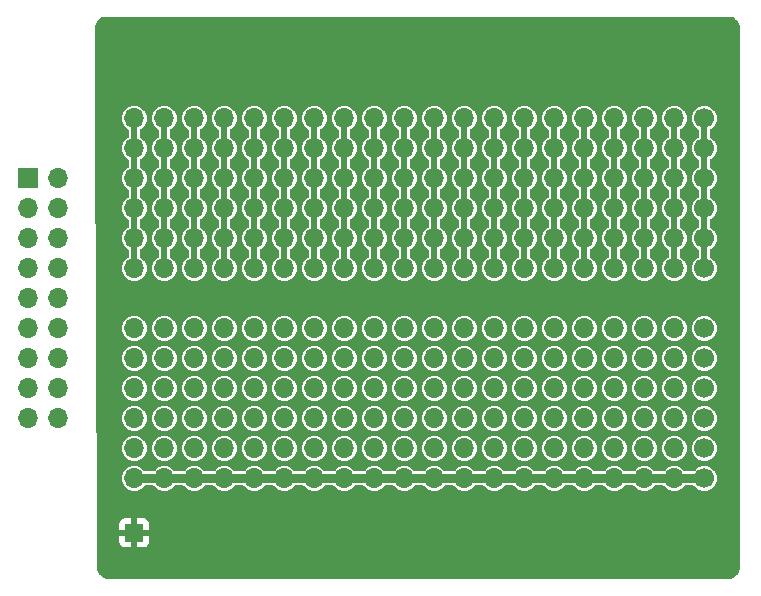
<source format=gtl>
G04 #@! TF.GenerationSoftware,KiCad,Pcbnew,8.0.8*
G04 #@! TF.CreationDate,2025-02-19T14:00:37-05:00*
G04 #@! TF.ProjectId,plot_gerbers,706c6f74-5f67-4657-9262-6572732e6b69,rev?*
G04 #@! TF.SameCoordinates,Original*
G04 #@! TF.FileFunction,Copper,L1,Top*
G04 #@! TF.FilePolarity,Positive*
%FSLAX46Y46*%
G04 Gerber Fmt 4.6, Leading zero omitted, Abs format (unit mm)*
G04 Created by KiCad (PCBNEW 8.0.8) date 2025-02-19 14:00:37*
%MOMM*%
%LPD*%
G01*
G04 APERTURE LIST*
G04 #@! TA.AperFunction,ComponentPad*
%ADD10C,1.700000*%
G04 #@! TD*
G04 #@! TA.AperFunction,ComponentPad*
%ADD11O,1.700000X1.700000*%
G04 #@! TD*
G04 #@! TA.AperFunction,ComponentPad*
%ADD12R,1.500000X1.500000*%
G04 #@! TD*
G04 #@! TA.AperFunction,ComponentPad*
%ADD13R,1.700000X1.700000*%
G04 #@! TD*
G04 #@! TA.AperFunction,Conductor*
%ADD14C,0.500000*%
G04 #@! TD*
G04 #@! TA.AperFunction,Conductor*
%ADD15C,0.800000*%
G04 #@! TD*
G04 APERTURE END LIST*
D10*
X169300000Y-80560000D03*
X169300000Y-83100000D03*
X169300000Y-85640000D03*
X169300000Y-88180000D03*
X169300000Y-90720000D03*
X169300000Y-93260000D03*
D11*
X166760000Y-80560000D03*
X166760000Y-83100000D03*
X166760000Y-85640000D03*
X166760000Y-88180000D03*
X166760000Y-90720000D03*
X166760000Y-93260000D03*
X164220000Y-80560000D03*
X164220000Y-83100000D03*
X164220000Y-85640000D03*
X164220000Y-88180000D03*
X164220000Y-90720000D03*
X164220000Y-93260000D03*
X161680000Y-80560000D03*
X161680000Y-83100000D03*
X161680000Y-85640000D03*
X161680000Y-88180000D03*
X161680000Y-90720000D03*
X161680000Y-93260000D03*
X159140000Y-80560000D03*
X159140000Y-83100000D03*
X159140000Y-85640000D03*
X159140000Y-88180000D03*
X159140000Y-90720000D03*
X159140000Y-93260000D03*
X156600000Y-80560000D03*
X156600000Y-83100000D03*
X156600000Y-85640000D03*
X156600000Y-88180000D03*
X156600000Y-90720000D03*
X156600000Y-93260000D03*
X154060000Y-80560000D03*
X154060000Y-83100000D03*
X154060000Y-85640000D03*
X154060000Y-88180000D03*
X154060000Y-90720000D03*
X154060000Y-93260000D03*
X151520000Y-80560000D03*
X151520000Y-83100000D03*
X151520000Y-85640000D03*
X151520000Y-88180000D03*
X151520000Y-90720000D03*
X151520000Y-93260000D03*
X148980000Y-80560000D03*
X148980000Y-83100000D03*
X148980000Y-85640000D03*
X148980000Y-88180000D03*
X148980000Y-90720000D03*
X148980000Y-93260000D03*
X146440000Y-80560000D03*
X146440000Y-83100000D03*
X146440000Y-85640000D03*
X146440000Y-88180000D03*
X146440000Y-90720000D03*
X146440000Y-93260000D03*
X143900000Y-80560000D03*
X143900000Y-83100000D03*
X143900000Y-85640000D03*
X143900000Y-88180000D03*
X143900000Y-90720000D03*
X143900000Y-93260000D03*
X141360000Y-80560000D03*
X141360000Y-83100000D03*
X141360000Y-85640000D03*
X141360000Y-88180000D03*
X141360000Y-90720000D03*
X141360000Y-93260000D03*
X138820000Y-80560000D03*
X138820000Y-83100000D03*
X138820000Y-85640000D03*
X138820000Y-88180000D03*
X138820000Y-90720000D03*
X138820000Y-93260000D03*
X136280000Y-80560000D03*
X136280000Y-83100000D03*
X136280000Y-85640000D03*
X136280000Y-88180000D03*
X136280000Y-90720000D03*
X136280000Y-93260000D03*
X133740000Y-80560000D03*
X133740000Y-83100000D03*
X133740000Y-85640000D03*
X133740000Y-88180000D03*
X133740000Y-90720000D03*
X133740000Y-93260000D03*
X131200000Y-80560000D03*
X131200000Y-83100000D03*
X131200000Y-85640000D03*
X131200000Y-88180000D03*
X131200000Y-90720000D03*
X131200000Y-93260000D03*
X128660000Y-80560000D03*
X128660000Y-83100000D03*
X128660000Y-85640000D03*
X128660000Y-88180000D03*
X128660000Y-90720000D03*
X128660000Y-93260000D03*
X126120000Y-80560000D03*
X126120000Y-83100000D03*
X126120000Y-85640000D03*
X126120000Y-88180000D03*
X126120000Y-90720000D03*
X126120000Y-93260000D03*
X123580000Y-80560000D03*
X123580000Y-83100000D03*
X123580000Y-85640000D03*
X123580000Y-88180000D03*
X123580000Y-90720000D03*
X123580000Y-93260000D03*
X121040000Y-80560000D03*
X121040000Y-83100000D03*
X121040000Y-85640000D03*
X121040000Y-88180000D03*
X121040000Y-90720000D03*
X121040000Y-93260000D03*
D10*
X169300000Y-98340000D03*
X169300000Y-100880000D03*
X169300000Y-103420000D03*
X169300000Y-105960000D03*
X169300000Y-108500000D03*
X169300000Y-111040000D03*
D11*
X166760000Y-98340000D03*
X166760000Y-100880000D03*
X166760000Y-103420000D03*
X166760000Y-105960000D03*
X166760000Y-108500000D03*
X166760000Y-111040000D03*
X164220000Y-98340000D03*
X164220000Y-100880000D03*
X164220000Y-103420000D03*
X164220000Y-105960000D03*
X164220000Y-108500000D03*
X164220000Y-111040000D03*
X161680000Y-98340000D03*
X161680000Y-100880000D03*
X161680000Y-103420000D03*
X161680000Y-105960000D03*
X161680000Y-108500000D03*
X161680000Y-111040000D03*
X159140000Y-98340000D03*
X159140000Y-100880000D03*
X159140000Y-103420000D03*
X159140000Y-105960000D03*
X159140000Y-108500000D03*
X159140000Y-111040000D03*
X156600000Y-98340000D03*
X156600000Y-100880000D03*
X156600000Y-103420000D03*
X156600000Y-105960000D03*
X156600000Y-108500000D03*
X156600000Y-111040000D03*
X154060000Y-98340000D03*
X154060000Y-100880000D03*
X154060000Y-103420000D03*
X154060000Y-105960000D03*
X154060000Y-108500000D03*
X154060000Y-111040000D03*
X151520000Y-98340000D03*
X151520000Y-100880000D03*
X151520000Y-103420000D03*
X151520000Y-105960000D03*
X151520000Y-108500000D03*
X151520000Y-111040000D03*
X148980000Y-98340000D03*
X148980000Y-100880000D03*
X148980000Y-103420000D03*
X148980000Y-105960000D03*
X148980000Y-108500000D03*
X148980000Y-111040000D03*
X146440000Y-98340000D03*
X146440000Y-100880000D03*
X146440000Y-103420000D03*
X146440000Y-105960000D03*
X146440000Y-108500000D03*
X146440000Y-111040000D03*
X143900000Y-98340000D03*
X143900000Y-100880000D03*
X143900000Y-103420000D03*
X143900000Y-105960000D03*
X143900000Y-108500000D03*
X143900000Y-111040000D03*
X141360000Y-98340000D03*
X141360000Y-100880000D03*
X141360000Y-103420000D03*
X141360000Y-105960000D03*
X141360000Y-108500000D03*
X141360000Y-111040000D03*
X138820000Y-98340000D03*
X138820000Y-100880000D03*
X138820000Y-103420000D03*
X138820000Y-105960000D03*
X138820000Y-108500000D03*
X138820000Y-111040000D03*
X136280000Y-98340000D03*
X136280000Y-100880000D03*
X136280000Y-103420000D03*
X136280000Y-105960000D03*
X136280000Y-108500000D03*
X136280000Y-111040000D03*
X133740000Y-98340000D03*
X133740000Y-100880000D03*
X133740000Y-103420000D03*
X133740000Y-105960000D03*
X133740000Y-108500000D03*
X133740000Y-111040000D03*
X131200000Y-98340000D03*
X131200000Y-100880000D03*
X131200000Y-103420000D03*
X131200000Y-105960000D03*
X131200000Y-108500000D03*
X131200000Y-111040000D03*
X128660000Y-98340000D03*
X128660000Y-100880000D03*
X128660000Y-103420000D03*
X128660000Y-105960000D03*
X128660000Y-108500000D03*
X128660000Y-111040000D03*
X126120000Y-98340000D03*
X126120000Y-100880000D03*
X126120000Y-103420000D03*
X126120000Y-105960000D03*
X126120000Y-108500000D03*
X126120000Y-111040000D03*
X123580000Y-98340000D03*
X123580000Y-100880000D03*
X123580000Y-103420000D03*
X123580000Y-105960000D03*
X123580000Y-108500000D03*
X123580000Y-111040000D03*
X121040000Y-98340000D03*
X121040000Y-100880000D03*
X121040000Y-103420000D03*
X121040000Y-105960000D03*
X121040000Y-108500000D03*
X121040000Y-111040000D03*
D12*
X121030000Y-115640000D03*
D13*
X112050000Y-85650000D03*
D11*
X114590000Y-85650000D03*
X112050000Y-88190000D03*
X114590000Y-88190000D03*
X112050000Y-90730000D03*
X114590000Y-90730000D03*
X112050000Y-93270000D03*
X114590000Y-93270000D03*
X112050000Y-95810000D03*
X114590000Y-95810000D03*
X112050000Y-98350000D03*
X114590000Y-98350000D03*
X112050000Y-100890000D03*
X114590000Y-100890000D03*
X112050000Y-103430000D03*
X114590000Y-103430000D03*
X112050000Y-105970000D03*
X114590000Y-105970000D03*
D14*
X161680000Y-80560000D02*
X161680000Y-93260000D01*
X131200000Y-80560000D02*
X131200000Y-93260000D01*
X166760000Y-80560000D02*
X166760000Y-93260000D01*
X159140000Y-80560000D02*
X159140000Y-93260000D01*
X138820000Y-80560000D02*
X138820000Y-93260000D01*
X136280000Y-80560000D02*
X136280000Y-93260000D01*
X169300000Y-80560000D02*
X169300000Y-93260000D01*
X156600000Y-80560000D02*
X156600000Y-93260000D01*
X154060000Y-80560000D02*
X154060000Y-93260000D01*
X151520000Y-80560000D02*
X151520000Y-93260000D01*
X126120000Y-80560000D02*
X126120000Y-93260000D01*
X164220000Y-80560000D02*
X164220000Y-93260000D01*
D15*
X121040000Y-111040000D02*
X169300000Y-111040000D01*
D14*
X143900000Y-80560000D02*
X143900000Y-93260000D01*
X141360000Y-80560000D02*
X141360000Y-93260000D01*
X121040000Y-80560000D02*
X121040000Y-93260000D01*
X123580000Y-93260000D02*
X123580000Y-80560000D01*
X146440000Y-80560000D02*
X146440000Y-93260000D01*
X148980000Y-80560000D02*
X148980000Y-93260000D01*
X133740000Y-93260000D02*
X133740000Y-80560000D01*
X128660000Y-93260000D02*
X128660000Y-80560000D01*
G04 #@! TA.AperFunction,Conductor*
G36*
X171326061Y-71940597D02*
G01*
X171334025Y-71941381D01*
X171502941Y-71958018D01*
X171526769Y-71962757D01*
X171691001Y-72012576D01*
X171713453Y-72021877D01*
X171714262Y-72022309D01*
X171864798Y-72102772D01*
X171885008Y-72116276D01*
X172007684Y-72216953D01*
X172017666Y-72225145D01*
X172034854Y-72242333D01*
X172143722Y-72374989D01*
X172157227Y-72395201D01*
X172238121Y-72546543D01*
X172247424Y-72569001D01*
X172297240Y-72733224D01*
X172301982Y-72757065D01*
X172319403Y-72933938D01*
X172320000Y-72946092D01*
X172320000Y-118543907D01*
X172319403Y-118556061D01*
X172301982Y-118732934D01*
X172297240Y-118756775D01*
X172247424Y-118920998D01*
X172238121Y-118943456D01*
X172157227Y-119094798D01*
X172143722Y-119115010D01*
X172034854Y-119247666D01*
X172017666Y-119264854D01*
X171885010Y-119373722D01*
X171864798Y-119387227D01*
X171713456Y-119468121D01*
X171690998Y-119477424D01*
X171526775Y-119527240D01*
X171502934Y-119531982D01*
X171326061Y-119549403D01*
X171313907Y-119550000D01*
X118892119Y-119550000D01*
X118879998Y-119549406D01*
X118865432Y-119547975D01*
X118703592Y-119532078D01*
X118679813Y-119527361D01*
X118515989Y-119477807D01*
X118493587Y-119468556D01*
X118342531Y-119388069D01*
X118322354Y-119374633D01*
X118189854Y-119266299D01*
X118172676Y-119249193D01*
X118063787Y-119117149D01*
X118050265Y-119097027D01*
X118049065Y-119094798D01*
X117969146Y-118946312D01*
X117959800Y-118923948D01*
X117909558Y-118760335D01*
X117904741Y-118736575D01*
X117886673Y-118560246D01*
X117886028Y-118548127D01*
X117877163Y-116437844D01*
X119780000Y-116437844D01*
X119786401Y-116497372D01*
X119786403Y-116497379D01*
X119836645Y-116632086D01*
X119836649Y-116632093D01*
X119922809Y-116747187D01*
X119922812Y-116747190D01*
X120037906Y-116833350D01*
X120037913Y-116833354D01*
X120172620Y-116883596D01*
X120172627Y-116883598D01*
X120232155Y-116889999D01*
X120232172Y-116890000D01*
X120780000Y-116890000D01*
X121280000Y-116890000D01*
X121827828Y-116890000D01*
X121827844Y-116889999D01*
X121887372Y-116883598D01*
X121887379Y-116883596D01*
X122022086Y-116833354D01*
X122022093Y-116833350D01*
X122137187Y-116747190D01*
X122137190Y-116747187D01*
X122223350Y-116632093D01*
X122223354Y-116632086D01*
X122273596Y-116497379D01*
X122273598Y-116497372D01*
X122279999Y-116437844D01*
X122280000Y-116437827D01*
X122280000Y-115890000D01*
X121280000Y-115890000D01*
X121280000Y-116890000D01*
X120780000Y-116890000D01*
X120780000Y-115890000D01*
X119780000Y-115890000D01*
X119780000Y-116437844D01*
X117877163Y-116437844D01*
X117873618Y-115593922D01*
X120680000Y-115593922D01*
X120680000Y-115686078D01*
X120703852Y-115775095D01*
X120749930Y-115854905D01*
X120815095Y-115920070D01*
X120894905Y-115966148D01*
X120983922Y-115990000D01*
X121076078Y-115990000D01*
X121165095Y-115966148D01*
X121244905Y-115920070D01*
X121310070Y-115854905D01*
X121356148Y-115775095D01*
X121380000Y-115686078D01*
X121380000Y-115593922D01*
X121356148Y-115504905D01*
X121310070Y-115425095D01*
X121274975Y-115390000D01*
X121280000Y-115390000D01*
X122280000Y-115390000D01*
X122280000Y-114842172D01*
X122279999Y-114842155D01*
X122273598Y-114782627D01*
X122273596Y-114782620D01*
X122223354Y-114647913D01*
X122223350Y-114647906D01*
X122137190Y-114532812D01*
X122137187Y-114532809D01*
X122022093Y-114446649D01*
X122022086Y-114446645D01*
X121887379Y-114396403D01*
X121887372Y-114396401D01*
X121827844Y-114390000D01*
X121280000Y-114390000D01*
X121280000Y-115390000D01*
X121274975Y-115390000D01*
X121244905Y-115359930D01*
X121165095Y-115313852D01*
X121076078Y-115290000D01*
X120983922Y-115290000D01*
X120894905Y-115313852D01*
X120815095Y-115359930D01*
X120749930Y-115425095D01*
X120703852Y-115504905D01*
X120680000Y-115593922D01*
X117873618Y-115593922D01*
X117870460Y-114842155D01*
X119780000Y-114842155D01*
X119780000Y-115390000D01*
X120780000Y-115390000D01*
X120780000Y-114390000D01*
X120232155Y-114390000D01*
X120172627Y-114396401D01*
X120172620Y-114396403D01*
X120037913Y-114446645D01*
X120037906Y-114446649D01*
X119922812Y-114532809D01*
X119922809Y-114532812D01*
X119836649Y-114647906D01*
X119836645Y-114647913D01*
X119786403Y-114782620D01*
X119786401Y-114782627D01*
X119780000Y-114842155D01*
X117870460Y-114842155D01*
X117854487Y-111040000D01*
X119984417Y-111040000D01*
X120004699Y-111245932D01*
X120004700Y-111245934D01*
X120064768Y-111443954D01*
X120162315Y-111626450D01*
X120196969Y-111668677D01*
X120293589Y-111786410D01*
X120390209Y-111865702D01*
X120453550Y-111917685D01*
X120636046Y-112015232D01*
X120834066Y-112075300D01*
X120834065Y-112075300D01*
X120852529Y-112077118D01*
X121040000Y-112095583D01*
X121245934Y-112075300D01*
X121443954Y-112015232D01*
X121626450Y-111917685D01*
X121786410Y-111786410D01*
X121868950Y-111685835D01*
X121926695Y-111646501D01*
X121964803Y-111640500D01*
X122655197Y-111640500D01*
X122722236Y-111660185D01*
X122751050Y-111685835D01*
X122833590Y-111786410D01*
X122993550Y-111917685D01*
X123176046Y-112015232D01*
X123374066Y-112075300D01*
X123374065Y-112075300D01*
X123392529Y-112077118D01*
X123580000Y-112095583D01*
X123785934Y-112075300D01*
X123983954Y-112015232D01*
X124166450Y-111917685D01*
X124326410Y-111786410D01*
X124408950Y-111685835D01*
X124466695Y-111646501D01*
X124504803Y-111640500D01*
X125195197Y-111640500D01*
X125262236Y-111660185D01*
X125291050Y-111685835D01*
X125373590Y-111786410D01*
X125533550Y-111917685D01*
X125716046Y-112015232D01*
X125914066Y-112075300D01*
X125914065Y-112075300D01*
X125932529Y-112077118D01*
X126120000Y-112095583D01*
X126325934Y-112075300D01*
X126523954Y-112015232D01*
X126706450Y-111917685D01*
X126866410Y-111786410D01*
X126948950Y-111685835D01*
X127006695Y-111646501D01*
X127044803Y-111640500D01*
X127735197Y-111640500D01*
X127802236Y-111660185D01*
X127831050Y-111685835D01*
X127913590Y-111786410D01*
X128073550Y-111917685D01*
X128256046Y-112015232D01*
X128454066Y-112075300D01*
X128454065Y-112075300D01*
X128472529Y-112077118D01*
X128660000Y-112095583D01*
X128865934Y-112075300D01*
X129063954Y-112015232D01*
X129246450Y-111917685D01*
X129406410Y-111786410D01*
X129488950Y-111685835D01*
X129546695Y-111646501D01*
X129584803Y-111640500D01*
X130275197Y-111640500D01*
X130342236Y-111660185D01*
X130371050Y-111685835D01*
X130453590Y-111786410D01*
X130613550Y-111917685D01*
X130796046Y-112015232D01*
X130994066Y-112075300D01*
X130994065Y-112075300D01*
X131012529Y-112077118D01*
X131200000Y-112095583D01*
X131405934Y-112075300D01*
X131603954Y-112015232D01*
X131786450Y-111917685D01*
X131946410Y-111786410D01*
X132028950Y-111685835D01*
X132086695Y-111646501D01*
X132124803Y-111640500D01*
X132815197Y-111640500D01*
X132882236Y-111660185D01*
X132911050Y-111685835D01*
X132993590Y-111786410D01*
X133153550Y-111917685D01*
X133336046Y-112015232D01*
X133534066Y-112075300D01*
X133534065Y-112075300D01*
X133552529Y-112077118D01*
X133740000Y-112095583D01*
X133945934Y-112075300D01*
X134143954Y-112015232D01*
X134326450Y-111917685D01*
X134486410Y-111786410D01*
X134568950Y-111685835D01*
X134626695Y-111646501D01*
X134664803Y-111640500D01*
X135355197Y-111640500D01*
X135422236Y-111660185D01*
X135451050Y-111685835D01*
X135533590Y-111786410D01*
X135693550Y-111917685D01*
X135876046Y-112015232D01*
X136074066Y-112075300D01*
X136074065Y-112075300D01*
X136092529Y-112077118D01*
X136280000Y-112095583D01*
X136485934Y-112075300D01*
X136683954Y-112015232D01*
X136866450Y-111917685D01*
X137026410Y-111786410D01*
X137108950Y-111685835D01*
X137166695Y-111646501D01*
X137204803Y-111640500D01*
X137895197Y-111640500D01*
X137962236Y-111660185D01*
X137991050Y-111685835D01*
X138073590Y-111786410D01*
X138233550Y-111917685D01*
X138416046Y-112015232D01*
X138614066Y-112075300D01*
X138614065Y-112075300D01*
X138632529Y-112077118D01*
X138820000Y-112095583D01*
X139025934Y-112075300D01*
X139223954Y-112015232D01*
X139406450Y-111917685D01*
X139566410Y-111786410D01*
X139648950Y-111685835D01*
X139706695Y-111646501D01*
X139744803Y-111640500D01*
X140435197Y-111640500D01*
X140502236Y-111660185D01*
X140531050Y-111685835D01*
X140613590Y-111786410D01*
X140773550Y-111917685D01*
X140956046Y-112015232D01*
X141154066Y-112075300D01*
X141154065Y-112075300D01*
X141172529Y-112077118D01*
X141360000Y-112095583D01*
X141565934Y-112075300D01*
X141763954Y-112015232D01*
X141946450Y-111917685D01*
X142106410Y-111786410D01*
X142188950Y-111685835D01*
X142246695Y-111646501D01*
X142284803Y-111640500D01*
X142975197Y-111640500D01*
X143042236Y-111660185D01*
X143071050Y-111685835D01*
X143153590Y-111786410D01*
X143313550Y-111917685D01*
X143496046Y-112015232D01*
X143694066Y-112075300D01*
X143694065Y-112075300D01*
X143712529Y-112077118D01*
X143900000Y-112095583D01*
X144105934Y-112075300D01*
X144303954Y-112015232D01*
X144486450Y-111917685D01*
X144646410Y-111786410D01*
X144728950Y-111685835D01*
X144786695Y-111646501D01*
X144824803Y-111640500D01*
X145515197Y-111640500D01*
X145582236Y-111660185D01*
X145611050Y-111685835D01*
X145693590Y-111786410D01*
X145853550Y-111917685D01*
X146036046Y-112015232D01*
X146234066Y-112075300D01*
X146234065Y-112075300D01*
X146252529Y-112077118D01*
X146440000Y-112095583D01*
X146645934Y-112075300D01*
X146843954Y-112015232D01*
X147026450Y-111917685D01*
X147186410Y-111786410D01*
X147268950Y-111685835D01*
X147326695Y-111646501D01*
X147364803Y-111640500D01*
X148055197Y-111640500D01*
X148122236Y-111660185D01*
X148151050Y-111685835D01*
X148233590Y-111786410D01*
X148393550Y-111917685D01*
X148576046Y-112015232D01*
X148774066Y-112075300D01*
X148774065Y-112075300D01*
X148792529Y-112077118D01*
X148980000Y-112095583D01*
X149185934Y-112075300D01*
X149383954Y-112015232D01*
X149566450Y-111917685D01*
X149726410Y-111786410D01*
X149808950Y-111685835D01*
X149866695Y-111646501D01*
X149904803Y-111640500D01*
X150595197Y-111640500D01*
X150662236Y-111660185D01*
X150691050Y-111685835D01*
X150773590Y-111786410D01*
X150933550Y-111917685D01*
X151116046Y-112015232D01*
X151314066Y-112075300D01*
X151314065Y-112075300D01*
X151332529Y-112077118D01*
X151520000Y-112095583D01*
X151725934Y-112075300D01*
X151923954Y-112015232D01*
X152106450Y-111917685D01*
X152266410Y-111786410D01*
X152348950Y-111685835D01*
X152406695Y-111646501D01*
X152444803Y-111640500D01*
X153135197Y-111640500D01*
X153202236Y-111660185D01*
X153231050Y-111685835D01*
X153313590Y-111786410D01*
X153473550Y-111917685D01*
X153656046Y-112015232D01*
X153854066Y-112075300D01*
X153854065Y-112075300D01*
X153872529Y-112077118D01*
X154060000Y-112095583D01*
X154265934Y-112075300D01*
X154463954Y-112015232D01*
X154646450Y-111917685D01*
X154806410Y-111786410D01*
X154888950Y-111685835D01*
X154946695Y-111646501D01*
X154984803Y-111640500D01*
X155675197Y-111640500D01*
X155742236Y-111660185D01*
X155771050Y-111685835D01*
X155853590Y-111786410D01*
X156013550Y-111917685D01*
X156196046Y-112015232D01*
X156394066Y-112075300D01*
X156394065Y-112075300D01*
X156412529Y-112077118D01*
X156600000Y-112095583D01*
X156805934Y-112075300D01*
X157003954Y-112015232D01*
X157186450Y-111917685D01*
X157346410Y-111786410D01*
X157428950Y-111685835D01*
X157486695Y-111646501D01*
X157524803Y-111640500D01*
X158215197Y-111640500D01*
X158282236Y-111660185D01*
X158311050Y-111685835D01*
X158393590Y-111786410D01*
X158553550Y-111917685D01*
X158736046Y-112015232D01*
X158934066Y-112075300D01*
X158934065Y-112075300D01*
X158952529Y-112077118D01*
X159140000Y-112095583D01*
X159345934Y-112075300D01*
X159543954Y-112015232D01*
X159726450Y-111917685D01*
X159886410Y-111786410D01*
X159968950Y-111685835D01*
X160026695Y-111646501D01*
X160064803Y-111640500D01*
X160755197Y-111640500D01*
X160822236Y-111660185D01*
X160851050Y-111685835D01*
X160933590Y-111786410D01*
X161093550Y-111917685D01*
X161276046Y-112015232D01*
X161474066Y-112075300D01*
X161474065Y-112075300D01*
X161492529Y-112077118D01*
X161680000Y-112095583D01*
X161885934Y-112075300D01*
X162083954Y-112015232D01*
X162266450Y-111917685D01*
X162426410Y-111786410D01*
X162508950Y-111685835D01*
X162566695Y-111646501D01*
X162604803Y-111640500D01*
X163295197Y-111640500D01*
X163362236Y-111660185D01*
X163391050Y-111685835D01*
X163473590Y-111786410D01*
X163633550Y-111917685D01*
X163816046Y-112015232D01*
X164014066Y-112075300D01*
X164014065Y-112075300D01*
X164032529Y-112077118D01*
X164220000Y-112095583D01*
X164425934Y-112075300D01*
X164623954Y-112015232D01*
X164806450Y-111917685D01*
X164966410Y-111786410D01*
X165048950Y-111685835D01*
X165106695Y-111646501D01*
X165144803Y-111640500D01*
X165835197Y-111640500D01*
X165902236Y-111660185D01*
X165931050Y-111685835D01*
X166013590Y-111786410D01*
X166173550Y-111917685D01*
X166356046Y-112015232D01*
X166554066Y-112075300D01*
X166554065Y-112075300D01*
X166572529Y-112077118D01*
X166760000Y-112095583D01*
X166965934Y-112075300D01*
X167163954Y-112015232D01*
X167346450Y-111917685D01*
X167506410Y-111786410D01*
X167588950Y-111685835D01*
X167646695Y-111646501D01*
X167684803Y-111640500D01*
X168375197Y-111640500D01*
X168442236Y-111660185D01*
X168471050Y-111685835D01*
X168553590Y-111786410D01*
X168713550Y-111917685D01*
X168896046Y-112015232D01*
X169094066Y-112075300D01*
X169094065Y-112075300D01*
X169112529Y-112077118D01*
X169300000Y-112095583D01*
X169505934Y-112075300D01*
X169703954Y-112015232D01*
X169886450Y-111917685D01*
X170046410Y-111786410D01*
X170177685Y-111626450D01*
X170275232Y-111443954D01*
X170335300Y-111245934D01*
X170355583Y-111040000D01*
X170335300Y-110834066D01*
X170275232Y-110636046D01*
X170177685Y-110453550D01*
X170125702Y-110390209D01*
X170046410Y-110293589D01*
X169886452Y-110162317D01*
X169886453Y-110162317D01*
X169886450Y-110162315D01*
X169703954Y-110064768D01*
X169505934Y-110004700D01*
X169505932Y-110004699D01*
X169505934Y-110004699D01*
X169300000Y-109984417D01*
X169094067Y-110004699D01*
X168896043Y-110064769D01*
X168785898Y-110123643D01*
X168713550Y-110162315D01*
X168713548Y-110162316D01*
X168713547Y-110162317D01*
X168553589Y-110293590D01*
X168471050Y-110394165D01*
X168413305Y-110433499D01*
X168375197Y-110439500D01*
X167684803Y-110439500D01*
X167617764Y-110419815D01*
X167588950Y-110394165D01*
X167506410Y-110293590D01*
X167346452Y-110162317D01*
X167346453Y-110162317D01*
X167346450Y-110162315D01*
X167163954Y-110064768D01*
X166965934Y-110004700D01*
X166965932Y-110004699D01*
X166965934Y-110004699D01*
X166760000Y-109984417D01*
X166554067Y-110004699D01*
X166356043Y-110064769D01*
X166245898Y-110123643D01*
X166173550Y-110162315D01*
X166173548Y-110162316D01*
X166173547Y-110162317D01*
X166013589Y-110293590D01*
X165931050Y-110394165D01*
X165873305Y-110433499D01*
X165835197Y-110439500D01*
X165144803Y-110439500D01*
X165077764Y-110419815D01*
X165048950Y-110394165D01*
X164966410Y-110293590D01*
X164806452Y-110162317D01*
X164806453Y-110162317D01*
X164806450Y-110162315D01*
X164623954Y-110064768D01*
X164425934Y-110004700D01*
X164425932Y-110004699D01*
X164425934Y-110004699D01*
X164220000Y-109984417D01*
X164014067Y-110004699D01*
X163816043Y-110064769D01*
X163705898Y-110123643D01*
X163633550Y-110162315D01*
X163633548Y-110162316D01*
X163633547Y-110162317D01*
X163473589Y-110293590D01*
X163391050Y-110394165D01*
X163333305Y-110433499D01*
X163295197Y-110439500D01*
X162604803Y-110439500D01*
X162537764Y-110419815D01*
X162508950Y-110394165D01*
X162426410Y-110293590D01*
X162266452Y-110162317D01*
X162266453Y-110162317D01*
X162266450Y-110162315D01*
X162083954Y-110064768D01*
X161885934Y-110004700D01*
X161885932Y-110004699D01*
X161885934Y-110004699D01*
X161680000Y-109984417D01*
X161474067Y-110004699D01*
X161276043Y-110064769D01*
X161165898Y-110123643D01*
X161093550Y-110162315D01*
X161093548Y-110162316D01*
X161093547Y-110162317D01*
X160933589Y-110293590D01*
X160851050Y-110394165D01*
X160793305Y-110433499D01*
X160755197Y-110439500D01*
X160064803Y-110439500D01*
X159997764Y-110419815D01*
X159968950Y-110394165D01*
X159886410Y-110293590D01*
X159726452Y-110162317D01*
X159726453Y-110162317D01*
X159726450Y-110162315D01*
X159543954Y-110064768D01*
X159345934Y-110004700D01*
X159345932Y-110004699D01*
X159345934Y-110004699D01*
X159140000Y-109984417D01*
X158934067Y-110004699D01*
X158736043Y-110064769D01*
X158625898Y-110123643D01*
X158553550Y-110162315D01*
X158553548Y-110162316D01*
X158553547Y-110162317D01*
X158393589Y-110293590D01*
X158311050Y-110394165D01*
X158253305Y-110433499D01*
X158215197Y-110439500D01*
X157524803Y-110439500D01*
X157457764Y-110419815D01*
X157428950Y-110394165D01*
X157346410Y-110293590D01*
X157186452Y-110162317D01*
X157186453Y-110162317D01*
X157186450Y-110162315D01*
X157003954Y-110064768D01*
X156805934Y-110004700D01*
X156805932Y-110004699D01*
X156805934Y-110004699D01*
X156600000Y-109984417D01*
X156394067Y-110004699D01*
X156196043Y-110064769D01*
X156085898Y-110123643D01*
X156013550Y-110162315D01*
X156013548Y-110162316D01*
X156013547Y-110162317D01*
X155853589Y-110293590D01*
X155771050Y-110394165D01*
X155713305Y-110433499D01*
X155675197Y-110439500D01*
X154984803Y-110439500D01*
X154917764Y-110419815D01*
X154888950Y-110394165D01*
X154806410Y-110293590D01*
X154646452Y-110162317D01*
X154646453Y-110162317D01*
X154646450Y-110162315D01*
X154463954Y-110064768D01*
X154265934Y-110004700D01*
X154265932Y-110004699D01*
X154265934Y-110004699D01*
X154060000Y-109984417D01*
X153854067Y-110004699D01*
X153656043Y-110064769D01*
X153545898Y-110123643D01*
X153473550Y-110162315D01*
X153473548Y-110162316D01*
X153473547Y-110162317D01*
X153313589Y-110293590D01*
X153231050Y-110394165D01*
X153173305Y-110433499D01*
X153135197Y-110439500D01*
X152444803Y-110439500D01*
X152377764Y-110419815D01*
X152348950Y-110394165D01*
X152266410Y-110293590D01*
X152106452Y-110162317D01*
X152106453Y-110162317D01*
X152106450Y-110162315D01*
X151923954Y-110064768D01*
X151725934Y-110004700D01*
X151725932Y-110004699D01*
X151725934Y-110004699D01*
X151520000Y-109984417D01*
X151314067Y-110004699D01*
X151116043Y-110064769D01*
X151005898Y-110123643D01*
X150933550Y-110162315D01*
X150933548Y-110162316D01*
X150933547Y-110162317D01*
X150773589Y-110293590D01*
X150691050Y-110394165D01*
X150633305Y-110433499D01*
X150595197Y-110439500D01*
X149904803Y-110439500D01*
X149837764Y-110419815D01*
X149808950Y-110394165D01*
X149726410Y-110293590D01*
X149566452Y-110162317D01*
X149566453Y-110162317D01*
X149566450Y-110162315D01*
X149383954Y-110064768D01*
X149185934Y-110004700D01*
X149185932Y-110004699D01*
X149185934Y-110004699D01*
X148980000Y-109984417D01*
X148774067Y-110004699D01*
X148576043Y-110064769D01*
X148465898Y-110123643D01*
X148393550Y-110162315D01*
X148393548Y-110162316D01*
X148393547Y-110162317D01*
X148233589Y-110293590D01*
X148151050Y-110394165D01*
X148093305Y-110433499D01*
X148055197Y-110439500D01*
X147364803Y-110439500D01*
X147297764Y-110419815D01*
X147268950Y-110394165D01*
X147186410Y-110293590D01*
X147026452Y-110162317D01*
X147026453Y-110162317D01*
X147026450Y-110162315D01*
X146843954Y-110064768D01*
X146645934Y-110004700D01*
X146645932Y-110004699D01*
X146645934Y-110004699D01*
X146440000Y-109984417D01*
X146234067Y-110004699D01*
X146036043Y-110064769D01*
X145925898Y-110123643D01*
X145853550Y-110162315D01*
X145853548Y-110162316D01*
X145853547Y-110162317D01*
X145693589Y-110293590D01*
X145611050Y-110394165D01*
X145553305Y-110433499D01*
X145515197Y-110439500D01*
X144824803Y-110439500D01*
X144757764Y-110419815D01*
X144728950Y-110394165D01*
X144646410Y-110293590D01*
X144486452Y-110162317D01*
X144486453Y-110162317D01*
X144486450Y-110162315D01*
X144303954Y-110064768D01*
X144105934Y-110004700D01*
X144105932Y-110004699D01*
X144105934Y-110004699D01*
X143900000Y-109984417D01*
X143694067Y-110004699D01*
X143496043Y-110064769D01*
X143385898Y-110123643D01*
X143313550Y-110162315D01*
X143313548Y-110162316D01*
X143313547Y-110162317D01*
X143153589Y-110293590D01*
X143071050Y-110394165D01*
X143013305Y-110433499D01*
X142975197Y-110439500D01*
X142284803Y-110439500D01*
X142217764Y-110419815D01*
X142188950Y-110394165D01*
X142106410Y-110293590D01*
X141946452Y-110162317D01*
X141946453Y-110162317D01*
X141946450Y-110162315D01*
X141763954Y-110064768D01*
X141565934Y-110004700D01*
X141565932Y-110004699D01*
X141565934Y-110004699D01*
X141360000Y-109984417D01*
X141154067Y-110004699D01*
X140956043Y-110064769D01*
X140845898Y-110123643D01*
X140773550Y-110162315D01*
X140773548Y-110162316D01*
X140773547Y-110162317D01*
X140613589Y-110293590D01*
X140531050Y-110394165D01*
X140473305Y-110433499D01*
X140435197Y-110439500D01*
X139744803Y-110439500D01*
X139677764Y-110419815D01*
X139648950Y-110394165D01*
X139566410Y-110293590D01*
X139406452Y-110162317D01*
X139406453Y-110162317D01*
X139406450Y-110162315D01*
X139223954Y-110064768D01*
X139025934Y-110004700D01*
X139025932Y-110004699D01*
X139025934Y-110004699D01*
X138820000Y-109984417D01*
X138614067Y-110004699D01*
X138416043Y-110064769D01*
X138305898Y-110123643D01*
X138233550Y-110162315D01*
X138233548Y-110162316D01*
X138233547Y-110162317D01*
X138073589Y-110293590D01*
X137991050Y-110394165D01*
X137933305Y-110433499D01*
X137895197Y-110439500D01*
X137204803Y-110439500D01*
X137137764Y-110419815D01*
X137108950Y-110394165D01*
X137026410Y-110293590D01*
X136866452Y-110162317D01*
X136866453Y-110162317D01*
X136866450Y-110162315D01*
X136683954Y-110064768D01*
X136485934Y-110004700D01*
X136485932Y-110004699D01*
X136485934Y-110004699D01*
X136280000Y-109984417D01*
X136074067Y-110004699D01*
X135876043Y-110064769D01*
X135765898Y-110123643D01*
X135693550Y-110162315D01*
X135693548Y-110162316D01*
X135693547Y-110162317D01*
X135533589Y-110293590D01*
X135451050Y-110394165D01*
X135393305Y-110433499D01*
X135355197Y-110439500D01*
X134664803Y-110439500D01*
X134597764Y-110419815D01*
X134568950Y-110394165D01*
X134486410Y-110293590D01*
X134326452Y-110162317D01*
X134326453Y-110162317D01*
X134326450Y-110162315D01*
X134143954Y-110064768D01*
X133945934Y-110004700D01*
X133945932Y-110004699D01*
X133945934Y-110004699D01*
X133740000Y-109984417D01*
X133534067Y-110004699D01*
X133336043Y-110064769D01*
X133225898Y-110123643D01*
X133153550Y-110162315D01*
X133153548Y-110162316D01*
X133153547Y-110162317D01*
X132993589Y-110293590D01*
X132911050Y-110394165D01*
X132853305Y-110433499D01*
X132815197Y-110439500D01*
X132124803Y-110439500D01*
X132057764Y-110419815D01*
X132028950Y-110394165D01*
X131946410Y-110293590D01*
X131786452Y-110162317D01*
X131786453Y-110162317D01*
X131786450Y-110162315D01*
X131603954Y-110064768D01*
X131405934Y-110004700D01*
X131405932Y-110004699D01*
X131405934Y-110004699D01*
X131200000Y-109984417D01*
X130994067Y-110004699D01*
X130796043Y-110064769D01*
X130685898Y-110123643D01*
X130613550Y-110162315D01*
X130613548Y-110162316D01*
X130613547Y-110162317D01*
X130453589Y-110293590D01*
X130371050Y-110394165D01*
X130313305Y-110433499D01*
X130275197Y-110439500D01*
X129584803Y-110439500D01*
X129517764Y-110419815D01*
X129488950Y-110394165D01*
X129406410Y-110293590D01*
X129246452Y-110162317D01*
X129246453Y-110162317D01*
X129246450Y-110162315D01*
X129063954Y-110064768D01*
X128865934Y-110004700D01*
X128865932Y-110004699D01*
X128865934Y-110004699D01*
X128660000Y-109984417D01*
X128454067Y-110004699D01*
X128256043Y-110064769D01*
X128145898Y-110123643D01*
X128073550Y-110162315D01*
X128073548Y-110162316D01*
X128073547Y-110162317D01*
X127913589Y-110293590D01*
X127831050Y-110394165D01*
X127773305Y-110433499D01*
X127735197Y-110439500D01*
X127044803Y-110439500D01*
X126977764Y-110419815D01*
X126948950Y-110394165D01*
X126866410Y-110293590D01*
X126706452Y-110162317D01*
X126706453Y-110162317D01*
X126706450Y-110162315D01*
X126523954Y-110064768D01*
X126325934Y-110004700D01*
X126325932Y-110004699D01*
X126325934Y-110004699D01*
X126120000Y-109984417D01*
X125914067Y-110004699D01*
X125716043Y-110064769D01*
X125605898Y-110123643D01*
X125533550Y-110162315D01*
X125533548Y-110162316D01*
X125533547Y-110162317D01*
X125373589Y-110293590D01*
X125291050Y-110394165D01*
X125233305Y-110433499D01*
X125195197Y-110439500D01*
X124504803Y-110439500D01*
X124437764Y-110419815D01*
X124408950Y-110394165D01*
X124326410Y-110293590D01*
X124166452Y-110162317D01*
X124166453Y-110162317D01*
X124166450Y-110162315D01*
X123983954Y-110064768D01*
X123785934Y-110004700D01*
X123785932Y-110004699D01*
X123785934Y-110004699D01*
X123580000Y-109984417D01*
X123374067Y-110004699D01*
X123176043Y-110064769D01*
X123065898Y-110123643D01*
X122993550Y-110162315D01*
X122993548Y-110162316D01*
X122993547Y-110162317D01*
X122833589Y-110293590D01*
X122751050Y-110394165D01*
X122693305Y-110433499D01*
X122655197Y-110439500D01*
X121964803Y-110439500D01*
X121897764Y-110419815D01*
X121868950Y-110394165D01*
X121786410Y-110293590D01*
X121626452Y-110162317D01*
X121626453Y-110162317D01*
X121626450Y-110162315D01*
X121443954Y-110064768D01*
X121245934Y-110004700D01*
X121245932Y-110004699D01*
X121245934Y-110004699D01*
X121040000Y-109984417D01*
X120834067Y-110004699D01*
X120636043Y-110064769D01*
X120525898Y-110123643D01*
X120453550Y-110162315D01*
X120453548Y-110162316D01*
X120453547Y-110162317D01*
X120293589Y-110293589D01*
X120162317Y-110453547D01*
X120064769Y-110636043D01*
X120004699Y-110834067D01*
X119984417Y-111040000D01*
X117854487Y-111040000D01*
X117843817Y-108500000D01*
X119984417Y-108500000D01*
X120004699Y-108705932D01*
X120004700Y-108705934D01*
X120064768Y-108903954D01*
X120162315Y-109086450D01*
X120162317Y-109086452D01*
X120293589Y-109246410D01*
X120390209Y-109325702D01*
X120453550Y-109377685D01*
X120636046Y-109475232D01*
X120834066Y-109535300D01*
X120834065Y-109535300D01*
X120852529Y-109537118D01*
X121040000Y-109555583D01*
X121245934Y-109535300D01*
X121443954Y-109475232D01*
X121626450Y-109377685D01*
X121786410Y-109246410D01*
X121917685Y-109086450D01*
X122015232Y-108903954D01*
X122075300Y-108705934D01*
X122095583Y-108500000D01*
X122524417Y-108500000D01*
X122544699Y-108705932D01*
X122544700Y-108705934D01*
X122604768Y-108903954D01*
X122702315Y-109086450D01*
X122702317Y-109086452D01*
X122833589Y-109246410D01*
X122930209Y-109325702D01*
X122993550Y-109377685D01*
X123176046Y-109475232D01*
X123374066Y-109535300D01*
X123374065Y-109535300D01*
X123392529Y-109537118D01*
X123580000Y-109555583D01*
X123785934Y-109535300D01*
X123983954Y-109475232D01*
X124166450Y-109377685D01*
X124326410Y-109246410D01*
X124457685Y-109086450D01*
X124555232Y-108903954D01*
X124615300Y-108705934D01*
X124635583Y-108500000D01*
X125064417Y-108500000D01*
X125084699Y-108705932D01*
X125084700Y-108705934D01*
X125144768Y-108903954D01*
X125242315Y-109086450D01*
X125242317Y-109086452D01*
X125373589Y-109246410D01*
X125470209Y-109325702D01*
X125533550Y-109377685D01*
X125716046Y-109475232D01*
X125914066Y-109535300D01*
X125914065Y-109535300D01*
X125932529Y-109537118D01*
X126120000Y-109555583D01*
X126325934Y-109535300D01*
X126523954Y-109475232D01*
X126706450Y-109377685D01*
X126866410Y-109246410D01*
X126997685Y-109086450D01*
X127095232Y-108903954D01*
X127155300Y-108705934D01*
X127175583Y-108500000D01*
X127604417Y-108500000D01*
X127624699Y-108705932D01*
X127624700Y-108705934D01*
X127684768Y-108903954D01*
X127782315Y-109086450D01*
X127782317Y-109086452D01*
X127913589Y-109246410D01*
X128010209Y-109325702D01*
X128073550Y-109377685D01*
X128256046Y-109475232D01*
X128454066Y-109535300D01*
X128454065Y-109535300D01*
X128472529Y-109537118D01*
X128660000Y-109555583D01*
X128865934Y-109535300D01*
X129063954Y-109475232D01*
X129246450Y-109377685D01*
X129406410Y-109246410D01*
X129537685Y-109086450D01*
X129635232Y-108903954D01*
X129695300Y-108705934D01*
X129715583Y-108500000D01*
X130144417Y-108500000D01*
X130164699Y-108705932D01*
X130164700Y-108705934D01*
X130224768Y-108903954D01*
X130322315Y-109086450D01*
X130322317Y-109086452D01*
X130453589Y-109246410D01*
X130550209Y-109325702D01*
X130613550Y-109377685D01*
X130796046Y-109475232D01*
X130994066Y-109535300D01*
X130994065Y-109535300D01*
X131012529Y-109537118D01*
X131200000Y-109555583D01*
X131405934Y-109535300D01*
X131603954Y-109475232D01*
X131786450Y-109377685D01*
X131946410Y-109246410D01*
X132077685Y-109086450D01*
X132175232Y-108903954D01*
X132235300Y-108705934D01*
X132255583Y-108500000D01*
X132684417Y-108500000D01*
X132704699Y-108705932D01*
X132704700Y-108705934D01*
X132764768Y-108903954D01*
X132862315Y-109086450D01*
X132862317Y-109086452D01*
X132993589Y-109246410D01*
X133090209Y-109325702D01*
X133153550Y-109377685D01*
X133336046Y-109475232D01*
X133534066Y-109535300D01*
X133534065Y-109535300D01*
X133552529Y-109537118D01*
X133740000Y-109555583D01*
X133945934Y-109535300D01*
X134143954Y-109475232D01*
X134326450Y-109377685D01*
X134486410Y-109246410D01*
X134617685Y-109086450D01*
X134715232Y-108903954D01*
X134775300Y-108705934D01*
X134795583Y-108500000D01*
X135224417Y-108500000D01*
X135244699Y-108705932D01*
X135244700Y-108705934D01*
X135304768Y-108903954D01*
X135402315Y-109086450D01*
X135402317Y-109086452D01*
X135533589Y-109246410D01*
X135630209Y-109325702D01*
X135693550Y-109377685D01*
X135876046Y-109475232D01*
X136074066Y-109535300D01*
X136074065Y-109535300D01*
X136092529Y-109537118D01*
X136280000Y-109555583D01*
X136485934Y-109535300D01*
X136683954Y-109475232D01*
X136866450Y-109377685D01*
X137026410Y-109246410D01*
X137157685Y-109086450D01*
X137255232Y-108903954D01*
X137315300Y-108705934D01*
X137335583Y-108500000D01*
X137764417Y-108500000D01*
X137784699Y-108705932D01*
X137784700Y-108705934D01*
X137844768Y-108903954D01*
X137942315Y-109086450D01*
X137942317Y-109086452D01*
X138073589Y-109246410D01*
X138170209Y-109325702D01*
X138233550Y-109377685D01*
X138416046Y-109475232D01*
X138614066Y-109535300D01*
X138614065Y-109535300D01*
X138632529Y-109537118D01*
X138820000Y-109555583D01*
X139025934Y-109535300D01*
X139223954Y-109475232D01*
X139406450Y-109377685D01*
X139566410Y-109246410D01*
X139697685Y-109086450D01*
X139795232Y-108903954D01*
X139855300Y-108705934D01*
X139875583Y-108500000D01*
X140304417Y-108500000D01*
X140324699Y-108705932D01*
X140324700Y-108705934D01*
X140384768Y-108903954D01*
X140482315Y-109086450D01*
X140482317Y-109086452D01*
X140613589Y-109246410D01*
X140710209Y-109325702D01*
X140773550Y-109377685D01*
X140956046Y-109475232D01*
X141154066Y-109535300D01*
X141154065Y-109535300D01*
X141172529Y-109537118D01*
X141360000Y-109555583D01*
X141565934Y-109535300D01*
X141763954Y-109475232D01*
X141946450Y-109377685D01*
X142106410Y-109246410D01*
X142237685Y-109086450D01*
X142335232Y-108903954D01*
X142395300Y-108705934D01*
X142415583Y-108500000D01*
X142844417Y-108500000D01*
X142864699Y-108705932D01*
X142864700Y-108705934D01*
X142924768Y-108903954D01*
X143022315Y-109086450D01*
X143022317Y-109086452D01*
X143153589Y-109246410D01*
X143250209Y-109325702D01*
X143313550Y-109377685D01*
X143496046Y-109475232D01*
X143694066Y-109535300D01*
X143694065Y-109535300D01*
X143712529Y-109537118D01*
X143900000Y-109555583D01*
X144105934Y-109535300D01*
X144303954Y-109475232D01*
X144486450Y-109377685D01*
X144646410Y-109246410D01*
X144777685Y-109086450D01*
X144875232Y-108903954D01*
X144935300Y-108705934D01*
X144955583Y-108500000D01*
X145384417Y-108500000D01*
X145404699Y-108705932D01*
X145404700Y-108705934D01*
X145464768Y-108903954D01*
X145562315Y-109086450D01*
X145562317Y-109086452D01*
X145693589Y-109246410D01*
X145790209Y-109325702D01*
X145853550Y-109377685D01*
X146036046Y-109475232D01*
X146234066Y-109535300D01*
X146234065Y-109535300D01*
X146252529Y-109537118D01*
X146440000Y-109555583D01*
X146645934Y-109535300D01*
X146843954Y-109475232D01*
X147026450Y-109377685D01*
X147186410Y-109246410D01*
X147317685Y-109086450D01*
X147415232Y-108903954D01*
X147475300Y-108705934D01*
X147495583Y-108500000D01*
X147924417Y-108500000D01*
X147944699Y-108705932D01*
X147944700Y-108705934D01*
X148004768Y-108903954D01*
X148102315Y-109086450D01*
X148102317Y-109086452D01*
X148233589Y-109246410D01*
X148330209Y-109325702D01*
X148393550Y-109377685D01*
X148576046Y-109475232D01*
X148774066Y-109535300D01*
X148774065Y-109535300D01*
X148792529Y-109537118D01*
X148980000Y-109555583D01*
X149185934Y-109535300D01*
X149383954Y-109475232D01*
X149566450Y-109377685D01*
X149726410Y-109246410D01*
X149857685Y-109086450D01*
X149955232Y-108903954D01*
X150015300Y-108705934D01*
X150035583Y-108500000D01*
X150464417Y-108500000D01*
X150484699Y-108705932D01*
X150484700Y-108705934D01*
X150544768Y-108903954D01*
X150642315Y-109086450D01*
X150642317Y-109086452D01*
X150773589Y-109246410D01*
X150870209Y-109325702D01*
X150933550Y-109377685D01*
X151116046Y-109475232D01*
X151314066Y-109535300D01*
X151314065Y-109535300D01*
X151332529Y-109537118D01*
X151520000Y-109555583D01*
X151725934Y-109535300D01*
X151923954Y-109475232D01*
X152106450Y-109377685D01*
X152266410Y-109246410D01*
X152397685Y-109086450D01*
X152495232Y-108903954D01*
X152555300Y-108705934D01*
X152575583Y-108500000D01*
X153004417Y-108500000D01*
X153024699Y-108705932D01*
X153024700Y-108705934D01*
X153084768Y-108903954D01*
X153182315Y-109086450D01*
X153182317Y-109086452D01*
X153313589Y-109246410D01*
X153410209Y-109325702D01*
X153473550Y-109377685D01*
X153656046Y-109475232D01*
X153854066Y-109535300D01*
X153854065Y-109535300D01*
X153872529Y-109537118D01*
X154060000Y-109555583D01*
X154265934Y-109535300D01*
X154463954Y-109475232D01*
X154646450Y-109377685D01*
X154806410Y-109246410D01*
X154937685Y-109086450D01*
X155035232Y-108903954D01*
X155095300Y-108705934D01*
X155115583Y-108500000D01*
X155544417Y-108500000D01*
X155564699Y-108705932D01*
X155564700Y-108705934D01*
X155624768Y-108903954D01*
X155722315Y-109086450D01*
X155722317Y-109086452D01*
X155853589Y-109246410D01*
X155950209Y-109325702D01*
X156013550Y-109377685D01*
X156196046Y-109475232D01*
X156394066Y-109535300D01*
X156394065Y-109535300D01*
X156412529Y-109537118D01*
X156600000Y-109555583D01*
X156805934Y-109535300D01*
X157003954Y-109475232D01*
X157186450Y-109377685D01*
X157346410Y-109246410D01*
X157477685Y-109086450D01*
X157575232Y-108903954D01*
X157635300Y-108705934D01*
X157655583Y-108500000D01*
X158084417Y-108500000D01*
X158104699Y-108705932D01*
X158104700Y-108705934D01*
X158164768Y-108903954D01*
X158262315Y-109086450D01*
X158262317Y-109086452D01*
X158393589Y-109246410D01*
X158490209Y-109325702D01*
X158553550Y-109377685D01*
X158736046Y-109475232D01*
X158934066Y-109535300D01*
X158934065Y-109535300D01*
X158952529Y-109537118D01*
X159140000Y-109555583D01*
X159345934Y-109535300D01*
X159543954Y-109475232D01*
X159726450Y-109377685D01*
X159886410Y-109246410D01*
X160017685Y-109086450D01*
X160115232Y-108903954D01*
X160175300Y-108705934D01*
X160195583Y-108500000D01*
X160624417Y-108500000D01*
X160644699Y-108705932D01*
X160644700Y-108705934D01*
X160704768Y-108903954D01*
X160802315Y-109086450D01*
X160802317Y-109086452D01*
X160933589Y-109246410D01*
X161030209Y-109325702D01*
X161093550Y-109377685D01*
X161276046Y-109475232D01*
X161474066Y-109535300D01*
X161474065Y-109535300D01*
X161492529Y-109537118D01*
X161680000Y-109555583D01*
X161885934Y-109535300D01*
X162083954Y-109475232D01*
X162266450Y-109377685D01*
X162426410Y-109246410D01*
X162557685Y-109086450D01*
X162655232Y-108903954D01*
X162715300Y-108705934D01*
X162735583Y-108500000D01*
X163164417Y-108500000D01*
X163184699Y-108705932D01*
X163184700Y-108705934D01*
X163244768Y-108903954D01*
X163342315Y-109086450D01*
X163342317Y-109086452D01*
X163473589Y-109246410D01*
X163570209Y-109325702D01*
X163633550Y-109377685D01*
X163816046Y-109475232D01*
X164014066Y-109535300D01*
X164014065Y-109535300D01*
X164032529Y-109537118D01*
X164220000Y-109555583D01*
X164425934Y-109535300D01*
X164623954Y-109475232D01*
X164806450Y-109377685D01*
X164966410Y-109246410D01*
X165097685Y-109086450D01*
X165195232Y-108903954D01*
X165255300Y-108705934D01*
X165275583Y-108500000D01*
X165704417Y-108500000D01*
X165724699Y-108705932D01*
X165724700Y-108705934D01*
X165784768Y-108903954D01*
X165882315Y-109086450D01*
X165882317Y-109086452D01*
X166013589Y-109246410D01*
X166110209Y-109325702D01*
X166173550Y-109377685D01*
X166356046Y-109475232D01*
X166554066Y-109535300D01*
X166554065Y-109535300D01*
X166572529Y-109537118D01*
X166760000Y-109555583D01*
X166965934Y-109535300D01*
X167163954Y-109475232D01*
X167346450Y-109377685D01*
X167506410Y-109246410D01*
X167637685Y-109086450D01*
X167735232Y-108903954D01*
X167795300Y-108705934D01*
X167815583Y-108500000D01*
X168244417Y-108500000D01*
X168264699Y-108705932D01*
X168264700Y-108705934D01*
X168324768Y-108903954D01*
X168422315Y-109086450D01*
X168422317Y-109086452D01*
X168553589Y-109246410D01*
X168650209Y-109325702D01*
X168713550Y-109377685D01*
X168896046Y-109475232D01*
X169094066Y-109535300D01*
X169094065Y-109535300D01*
X169112529Y-109537118D01*
X169300000Y-109555583D01*
X169505934Y-109535300D01*
X169703954Y-109475232D01*
X169886450Y-109377685D01*
X170046410Y-109246410D01*
X170177685Y-109086450D01*
X170275232Y-108903954D01*
X170335300Y-108705934D01*
X170355583Y-108500000D01*
X170335300Y-108294066D01*
X170275232Y-108096046D01*
X170177685Y-107913550D01*
X170125702Y-107850209D01*
X170046410Y-107753589D01*
X169886452Y-107622317D01*
X169886453Y-107622317D01*
X169886450Y-107622315D01*
X169703954Y-107524768D01*
X169505934Y-107464700D01*
X169505932Y-107464699D01*
X169505934Y-107464699D01*
X169300000Y-107444417D01*
X169094067Y-107464699D01*
X168896043Y-107524769D01*
X168785898Y-107583643D01*
X168713550Y-107622315D01*
X168713548Y-107622316D01*
X168713547Y-107622317D01*
X168553589Y-107753589D01*
X168422317Y-107913547D01*
X168324769Y-108096043D01*
X168264699Y-108294067D01*
X168244417Y-108500000D01*
X167815583Y-108500000D01*
X167795300Y-108294066D01*
X167735232Y-108096046D01*
X167637685Y-107913550D01*
X167585702Y-107850209D01*
X167506410Y-107753589D01*
X167346452Y-107622317D01*
X167346453Y-107622317D01*
X167346450Y-107622315D01*
X167163954Y-107524768D01*
X166965934Y-107464700D01*
X166965932Y-107464699D01*
X166965934Y-107464699D01*
X166760000Y-107444417D01*
X166554067Y-107464699D01*
X166356043Y-107524769D01*
X166245898Y-107583643D01*
X166173550Y-107622315D01*
X166173548Y-107622316D01*
X166173547Y-107622317D01*
X166013589Y-107753589D01*
X165882317Y-107913547D01*
X165784769Y-108096043D01*
X165724699Y-108294067D01*
X165704417Y-108500000D01*
X165275583Y-108500000D01*
X165255300Y-108294066D01*
X165195232Y-108096046D01*
X165097685Y-107913550D01*
X165045702Y-107850209D01*
X164966410Y-107753589D01*
X164806452Y-107622317D01*
X164806453Y-107622317D01*
X164806450Y-107622315D01*
X164623954Y-107524768D01*
X164425934Y-107464700D01*
X164425932Y-107464699D01*
X164425934Y-107464699D01*
X164220000Y-107444417D01*
X164014067Y-107464699D01*
X163816043Y-107524769D01*
X163705898Y-107583643D01*
X163633550Y-107622315D01*
X163633548Y-107622316D01*
X163633547Y-107622317D01*
X163473589Y-107753589D01*
X163342317Y-107913547D01*
X163244769Y-108096043D01*
X163184699Y-108294067D01*
X163164417Y-108500000D01*
X162735583Y-108500000D01*
X162715300Y-108294066D01*
X162655232Y-108096046D01*
X162557685Y-107913550D01*
X162505702Y-107850209D01*
X162426410Y-107753589D01*
X162266452Y-107622317D01*
X162266453Y-107622317D01*
X162266450Y-107622315D01*
X162083954Y-107524768D01*
X161885934Y-107464700D01*
X161885932Y-107464699D01*
X161885934Y-107464699D01*
X161680000Y-107444417D01*
X161474067Y-107464699D01*
X161276043Y-107524769D01*
X161165898Y-107583643D01*
X161093550Y-107622315D01*
X161093548Y-107622316D01*
X161093547Y-107622317D01*
X160933589Y-107753589D01*
X160802317Y-107913547D01*
X160704769Y-108096043D01*
X160644699Y-108294067D01*
X160624417Y-108500000D01*
X160195583Y-108500000D01*
X160175300Y-108294066D01*
X160115232Y-108096046D01*
X160017685Y-107913550D01*
X159965702Y-107850209D01*
X159886410Y-107753589D01*
X159726452Y-107622317D01*
X159726453Y-107622317D01*
X159726450Y-107622315D01*
X159543954Y-107524768D01*
X159345934Y-107464700D01*
X159345932Y-107464699D01*
X159345934Y-107464699D01*
X159140000Y-107444417D01*
X158934067Y-107464699D01*
X158736043Y-107524769D01*
X158625898Y-107583643D01*
X158553550Y-107622315D01*
X158553548Y-107622316D01*
X158553547Y-107622317D01*
X158393589Y-107753589D01*
X158262317Y-107913547D01*
X158164769Y-108096043D01*
X158104699Y-108294067D01*
X158084417Y-108500000D01*
X157655583Y-108500000D01*
X157635300Y-108294066D01*
X157575232Y-108096046D01*
X157477685Y-107913550D01*
X157425702Y-107850209D01*
X157346410Y-107753589D01*
X157186452Y-107622317D01*
X157186453Y-107622317D01*
X157186450Y-107622315D01*
X157003954Y-107524768D01*
X156805934Y-107464700D01*
X156805932Y-107464699D01*
X156805934Y-107464699D01*
X156600000Y-107444417D01*
X156394067Y-107464699D01*
X156196043Y-107524769D01*
X156085898Y-107583643D01*
X156013550Y-107622315D01*
X156013548Y-107622316D01*
X156013547Y-107622317D01*
X155853589Y-107753589D01*
X155722317Y-107913547D01*
X155624769Y-108096043D01*
X155564699Y-108294067D01*
X155544417Y-108500000D01*
X155115583Y-108500000D01*
X155095300Y-108294066D01*
X155035232Y-108096046D01*
X154937685Y-107913550D01*
X154885702Y-107850209D01*
X154806410Y-107753589D01*
X154646452Y-107622317D01*
X154646453Y-107622317D01*
X154646450Y-107622315D01*
X154463954Y-107524768D01*
X154265934Y-107464700D01*
X154265932Y-107464699D01*
X154265934Y-107464699D01*
X154060000Y-107444417D01*
X153854067Y-107464699D01*
X153656043Y-107524769D01*
X153545898Y-107583643D01*
X153473550Y-107622315D01*
X153473548Y-107622316D01*
X153473547Y-107622317D01*
X153313589Y-107753589D01*
X153182317Y-107913547D01*
X153084769Y-108096043D01*
X153024699Y-108294067D01*
X153004417Y-108500000D01*
X152575583Y-108500000D01*
X152555300Y-108294066D01*
X152495232Y-108096046D01*
X152397685Y-107913550D01*
X152345702Y-107850209D01*
X152266410Y-107753589D01*
X152106452Y-107622317D01*
X152106453Y-107622317D01*
X152106450Y-107622315D01*
X151923954Y-107524768D01*
X151725934Y-107464700D01*
X151725932Y-107464699D01*
X151725934Y-107464699D01*
X151520000Y-107444417D01*
X151314067Y-107464699D01*
X151116043Y-107524769D01*
X151005898Y-107583643D01*
X150933550Y-107622315D01*
X150933548Y-107622316D01*
X150933547Y-107622317D01*
X150773589Y-107753589D01*
X150642317Y-107913547D01*
X150544769Y-108096043D01*
X150484699Y-108294067D01*
X150464417Y-108500000D01*
X150035583Y-108500000D01*
X150015300Y-108294066D01*
X149955232Y-108096046D01*
X149857685Y-107913550D01*
X149805702Y-107850209D01*
X149726410Y-107753589D01*
X149566452Y-107622317D01*
X149566453Y-107622317D01*
X149566450Y-107622315D01*
X149383954Y-107524768D01*
X149185934Y-107464700D01*
X149185932Y-107464699D01*
X149185934Y-107464699D01*
X148980000Y-107444417D01*
X148774067Y-107464699D01*
X148576043Y-107524769D01*
X148465898Y-107583643D01*
X148393550Y-107622315D01*
X148393548Y-107622316D01*
X148393547Y-107622317D01*
X148233589Y-107753589D01*
X148102317Y-107913547D01*
X148004769Y-108096043D01*
X147944699Y-108294067D01*
X147924417Y-108500000D01*
X147495583Y-108500000D01*
X147475300Y-108294066D01*
X147415232Y-108096046D01*
X147317685Y-107913550D01*
X147265702Y-107850209D01*
X147186410Y-107753589D01*
X147026452Y-107622317D01*
X147026453Y-107622317D01*
X147026450Y-107622315D01*
X146843954Y-107524768D01*
X146645934Y-107464700D01*
X146645932Y-107464699D01*
X146645934Y-107464699D01*
X146440000Y-107444417D01*
X146234067Y-107464699D01*
X146036043Y-107524769D01*
X145925898Y-107583643D01*
X145853550Y-107622315D01*
X145853548Y-107622316D01*
X145853547Y-107622317D01*
X145693589Y-107753589D01*
X145562317Y-107913547D01*
X145464769Y-108096043D01*
X145404699Y-108294067D01*
X145384417Y-108500000D01*
X144955583Y-108500000D01*
X144935300Y-108294066D01*
X144875232Y-108096046D01*
X144777685Y-107913550D01*
X144725702Y-107850209D01*
X144646410Y-107753589D01*
X144486452Y-107622317D01*
X144486453Y-107622317D01*
X144486450Y-107622315D01*
X144303954Y-107524768D01*
X144105934Y-107464700D01*
X144105932Y-107464699D01*
X144105934Y-107464699D01*
X143900000Y-107444417D01*
X143694067Y-107464699D01*
X143496043Y-107524769D01*
X143385898Y-107583643D01*
X143313550Y-107622315D01*
X143313548Y-107622316D01*
X143313547Y-107622317D01*
X143153589Y-107753589D01*
X143022317Y-107913547D01*
X142924769Y-108096043D01*
X142864699Y-108294067D01*
X142844417Y-108500000D01*
X142415583Y-108500000D01*
X142395300Y-108294066D01*
X142335232Y-108096046D01*
X142237685Y-107913550D01*
X142185702Y-107850209D01*
X142106410Y-107753589D01*
X141946452Y-107622317D01*
X141946453Y-107622317D01*
X141946450Y-107622315D01*
X141763954Y-107524768D01*
X141565934Y-107464700D01*
X141565932Y-107464699D01*
X141565934Y-107464699D01*
X141360000Y-107444417D01*
X141154067Y-107464699D01*
X140956043Y-107524769D01*
X140845898Y-107583643D01*
X140773550Y-107622315D01*
X140773548Y-107622316D01*
X140773547Y-107622317D01*
X140613589Y-107753589D01*
X140482317Y-107913547D01*
X140384769Y-108096043D01*
X140324699Y-108294067D01*
X140304417Y-108500000D01*
X139875583Y-108500000D01*
X139855300Y-108294066D01*
X139795232Y-108096046D01*
X139697685Y-107913550D01*
X139645702Y-107850209D01*
X139566410Y-107753589D01*
X139406452Y-107622317D01*
X139406453Y-107622317D01*
X139406450Y-107622315D01*
X139223954Y-107524768D01*
X139025934Y-107464700D01*
X139025932Y-107464699D01*
X139025934Y-107464699D01*
X138820000Y-107444417D01*
X138614067Y-107464699D01*
X138416043Y-107524769D01*
X138305898Y-107583643D01*
X138233550Y-107622315D01*
X138233548Y-107622316D01*
X138233547Y-107622317D01*
X138073589Y-107753589D01*
X137942317Y-107913547D01*
X137844769Y-108096043D01*
X137784699Y-108294067D01*
X137764417Y-108500000D01*
X137335583Y-108500000D01*
X137315300Y-108294066D01*
X137255232Y-108096046D01*
X137157685Y-107913550D01*
X137105702Y-107850209D01*
X137026410Y-107753589D01*
X136866452Y-107622317D01*
X136866453Y-107622317D01*
X136866450Y-107622315D01*
X136683954Y-107524768D01*
X136485934Y-107464700D01*
X136485932Y-107464699D01*
X136485934Y-107464699D01*
X136280000Y-107444417D01*
X136074067Y-107464699D01*
X135876043Y-107524769D01*
X135765898Y-107583643D01*
X135693550Y-107622315D01*
X135693548Y-107622316D01*
X135693547Y-107622317D01*
X135533589Y-107753589D01*
X135402317Y-107913547D01*
X135304769Y-108096043D01*
X135244699Y-108294067D01*
X135224417Y-108500000D01*
X134795583Y-108500000D01*
X134775300Y-108294066D01*
X134715232Y-108096046D01*
X134617685Y-107913550D01*
X134565702Y-107850209D01*
X134486410Y-107753589D01*
X134326452Y-107622317D01*
X134326453Y-107622317D01*
X134326450Y-107622315D01*
X134143954Y-107524768D01*
X133945934Y-107464700D01*
X133945932Y-107464699D01*
X133945934Y-107464699D01*
X133740000Y-107444417D01*
X133534067Y-107464699D01*
X133336043Y-107524769D01*
X133225898Y-107583643D01*
X133153550Y-107622315D01*
X133153548Y-107622316D01*
X133153547Y-107622317D01*
X132993589Y-107753589D01*
X132862317Y-107913547D01*
X132764769Y-108096043D01*
X132704699Y-108294067D01*
X132684417Y-108500000D01*
X132255583Y-108500000D01*
X132235300Y-108294066D01*
X132175232Y-108096046D01*
X132077685Y-107913550D01*
X132025702Y-107850209D01*
X131946410Y-107753589D01*
X131786452Y-107622317D01*
X131786453Y-107622317D01*
X131786450Y-107622315D01*
X131603954Y-107524768D01*
X131405934Y-107464700D01*
X131405932Y-107464699D01*
X131405934Y-107464699D01*
X131200000Y-107444417D01*
X130994067Y-107464699D01*
X130796043Y-107524769D01*
X130685898Y-107583643D01*
X130613550Y-107622315D01*
X130613548Y-107622316D01*
X130613547Y-107622317D01*
X130453589Y-107753589D01*
X130322317Y-107913547D01*
X130224769Y-108096043D01*
X130164699Y-108294067D01*
X130144417Y-108500000D01*
X129715583Y-108500000D01*
X129695300Y-108294066D01*
X129635232Y-108096046D01*
X129537685Y-107913550D01*
X129485702Y-107850209D01*
X129406410Y-107753589D01*
X129246452Y-107622317D01*
X129246453Y-107622317D01*
X129246450Y-107622315D01*
X129063954Y-107524768D01*
X128865934Y-107464700D01*
X128865932Y-107464699D01*
X128865934Y-107464699D01*
X128660000Y-107444417D01*
X128454067Y-107464699D01*
X128256043Y-107524769D01*
X128145898Y-107583643D01*
X128073550Y-107622315D01*
X128073548Y-107622316D01*
X128073547Y-107622317D01*
X127913589Y-107753589D01*
X127782317Y-107913547D01*
X127684769Y-108096043D01*
X127624699Y-108294067D01*
X127604417Y-108500000D01*
X127175583Y-108500000D01*
X127155300Y-108294066D01*
X127095232Y-108096046D01*
X126997685Y-107913550D01*
X126945702Y-107850209D01*
X126866410Y-107753589D01*
X126706452Y-107622317D01*
X126706453Y-107622317D01*
X126706450Y-107622315D01*
X126523954Y-107524768D01*
X126325934Y-107464700D01*
X126325932Y-107464699D01*
X126325934Y-107464699D01*
X126120000Y-107444417D01*
X125914067Y-107464699D01*
X125716043Y-107524769D01*
X125605898Y-107583643D01*
X125533550Y-107622315D01*
X125533548Y-107622316D01*
X125533547Y-107622317D01*
X125373589Y-107753589D01*
X125242317Y-107913547D01*
X125144769Y-108096043D01*
X125084699Y-108294067D01*
X125064417Y-108500000D01*
X124635583Y-108500000D01*
X124615300Y-108294066D01*
X124555232Y-108096046D01*
X124457685Y-107913550D01*
X124405702Y-107850209D01*
X124326410Y-107753589D01*
X124166452Y-107622317D01*
X124166453Y-107622317D01*
X124166450Y-107622315D01*
X123983954Y-107524768D01*
X123785934Y-107464700D01*
X123785932Y-107464699D01*
X123785934Y-107464699D01*
X123580000Y-107444417D01*
X123374067Y-107464699D01*
X123176043Y-107524769D01*
X123065898Y-107583643D01*
X122993550Y-107622315D01*
X122993548Y-107622316D01*
X122993547Y-107622317D01*
X122833589Y-107753589D01*
X122702317Y-107913547D01*
X122604769Y-108096043D01*
X122544699Y-108294067D01*
X122524417Y-108500000D01*
X122095583Y-108500000D01*
X122075300Y-108294066D01*
X122015232Y-108096046D01*
X121917685Y-107913550D01*
X121865702Y-107850209D01*
X121786410Y-107753589D01*
X121626452Y-107622317D01*
X121626453Y-107622317D01*
X121626450Y-107622315D01*
X121443954Y-107524768D01*
X121245934Y-107464700D01*
X121245932Y-107464699D01*
X121245934Y-107464699D01*
X121040000Y-107444417D01*
X120834067Y-107464699D01*
X120636043Y-107524769D01*
X120525898Y-107583643D01*
X120453550Y-107622315D01*
X120453548Y-107622316D01*
X120453547Y-107622317D01*
X120293589Y-107753589D01*
X120162317Y-107913547D01*
X120064769Y-108096043D01*
X120004699Y-108294067D01*
X119984417Y-108500000D01*
X117843817Y-108500000D01*
X117833147Y-105960000D01*
X119984417Y-105960000D01*
X120004699Y-106165932D01*
X120004700Y-106165934D01*
X120064768Y-106363954D01*
X120162315Y-106546450D01*
X120162317Y-106546452D01*
X120293589Y-106706410D01*
X120390209Y-106785702D01*
X120453550Y-106837685D01*
X120636046Y-106935232D01*
X120834066Y-106995300D01*
X120834065Y-106995300D01*
X120852529Y-106997118D01*
X121040000Y-107015583D01*
X121245934Y-106995300D01*
X121443954Y-106935232D01*
X121626450Y-106837685D01*
X121786410Y-106706410D01*
X121917685Y-106546450D01*
X122015232Y-106363954D01*
X122075300Y-106165934D01*
X122095583Y-105960000D01*
X122524417Y-105960000D01*
X122544699Y-106165932D01*
X122544700Y-106165934D01*
X122604768Y-106363954D01*
X122702315Y-106546450D01*
X122702317Y-106546452D01*
X122833589Y-106706410D01*
X122930209Y-106785702D01*
X122993550Y-106837685D01*
X123176046Y-106935232D01*
X123374066Y-106995300D01*
X123374065Y-106995300D01*
X123392529Y-106997118D01*
X123580000Y-107015583D01*
X123785934Y-106995300D01*
X123983954Y-106935232D01*
X124166450Y-106837685D01*
X124326410Y-106706410D01*
X124457685Y-106546450D01*
X124555232Y-106363954D01*
X124615300Y-106165934D01*
X124635583Y-105960000D01*
X125064417Y-105960000D01*
X125084699Y-106165932D01*
X125084700Y-106165934D01*
X125144768Y-106363954D01*
X125242315Y-106546450D01*
X125242317Y-106546452D01*
X125373589Y-106706410D01*
X125470209Y-106785702D01*
X125533550Y-106837685D01*
X125716046Y-106935232D01*
X125914066Y-106995300D01*
X125914065Y-106995300D01*
X125932529Y-106997118D01*
X126120000Y-107015583D01*
X126325934Y-106995300D01*
X126523954Y-106935232D01*
X126706450Y-106837685D01*
X126866410Y-106706410D01*
X126997685Y-106546450D01*
X127095232Y-106363954D01*
X127155300Y-106165934D01*
X127175583Y-105960000D01*
X127604417Y-105960000D01*
X127624699Y-106165932D01*
X127624700Y-106165934D01*
X127684768Y-106363954D01*
X127782315Y-106546450D01*
X127782317Y-106546452D01*
X127913589Y-106706410D01*
X128010209Y-106785702D01*
X128073550Y-106837685D01*
X128256046Y-106935232D01*
X128454066Y-106995300D01*
X128454065Y-106995300D01*
X128472529Y-106997118D01*
X128660000Y-107015583D01*
X128865934Y-106995300D01*
X129063954Y-106935232D01*
X129246450Y-106837685D01*
X129406410Y-106706410D01*
X129537685Y-106546450D01*
X129635232Y-106363954D01*
X129695300Y-106165934D01*
X129715583Y-105960000D01*
X130144417Y-105960000D01*
X130164699Y-106165932D01*
X130164700Y-106165934D01*
X130224768Y-106363954D01*
X130322315Y-106546450D01*
X130322317Y-106546452D01*
X130453589Y-106706410D01*
X130550209Y-106785702D01*
X130613550Y-106837685D01*
X130796046Y-106935232D01*
X130994066Y-106995300D01*
X130994065Y-106995300D01*
X131012529Y-106997118D01*
X131200000Y-107015583D01*
X131405934Y-106995300D01*
X131603954Y-106935232D01*
X131786450Y-106837685D01*
X131946410Y-106706410D01*
X132077685Y-106546450D01*
X132175232Y-106363954D01*
X132235300Y-106165934D01*
X132255583Y-105960000D01*
X132684417Y-105960000D01*
X132704699Y-106165932D01*
X132704700Y-106165934D01*
X132764768Y-106363954D01*
X132862315Y-106546450D01*
X132862317Y-106546452D01*
X132993589Y-106706410D01*
X133090209Y-106785702D01*
X133153550Y-106837685D01*
X133336046Y-106935232D01*
X133534066Y-106995300D01*
X133534065Y-106995300D01*
X133552529Y-106997118D01*
X133740000Y-107015583D01*
X133945934Y-106995300D01*
X134143954Y-106935232D01*
X134326450Y-106837685D01*
X134486410Y-106706410D01*
X134617685Y-106546450D01*
X134715232Y-106363954D01*
X134775300Y-106165934D01*
X134795583Y-105960000D01*
X135224417Y-105960000D01*
X135244699Y-106165932D01*
X135244700Y-106165934D01*
X135304768Y-106363954D01*
X135402315Y-106546450D01*
X135402317Y-106546452D01*
X135533589Y-106706410D01*
X135630209Y-106785702D01*
X135693550Y-106837685D01*
X135876046Y-106935232D01*
X136074066Y-106995300D01*
X136074065Y-106995300D01*
X136092529Y-106997118D01*
X136280000Y-107015583D01*
X136485934Y-106995300D01*
X136683954Y-106935232D01*
X136866450Y-106837685D01*
X137026410Y-106706410D01*
X137157685Y-106546450D01*
X137255232Y-106363954D01*
X137315300Y-106165934D01*
X137335583Y-105960000D01*
X137764417Y-105960000D01*
X137784699Y-106165932D01*
X137784700Y-106165934D01*
X137844768Y-106363954D01*
X137942315Y-106546450D01*
X137942317Y-106546452D01*
X138073589Y-106706410D01*
X138170209Y-106785702D01*
X138233550Y-106837685D01*
X138416046Y-106935232D01*
X138614066Y-106995300D01*
X138614065Y-106995300D01*
X138632529Y-106997118D01*
X138820000Y-107015583D01*
X139025934Y-106995300D01*
X139223954Y-106935232D01*
X139406450Y-106837685D01*
X139566410Y-106706410D01*
X139697685Y-106546450D01*
X139795232Y-106363954D01*
X139855300Y-106165934D01*
X139875583Y-105960000D01*
X140304417Y-105960000D01*
X140324699Y-106165932D01*
X140324700Y-106165934D01*
X140384768Y-106363954D01*
X140482315Y-106546450D01*
X140482317Y-106546452D01*
X140613589Y-106706410D01*
X140710209Y-106785702D01*
X140773550Y-106837685D01*
X140956046Y-106935232D01*
X141154066Y-106995300D01*
X141154065Y-106995300D01*
X141172529Y-106997118D01*
X141360000Y-107015583D01*
X141565934Y-106995300D01*
X141763954Y-106935232D01*
X141946450Y-106837685D01*
X142106410Y-106706410D01*
X142237685Y-106546450D01*
X142335232Y-106363954D01*
X142395300Y-106165934D01*
X142415583Y-105960000D01*
X142844417Y-105960000D01*
X142864699Y-106165932D01*
X142864700Y-106165934D01*
X142924768Y-106363954D01*
X143022315Y-106546450D01*
X143022317Y-106546452D01*
X143153589Y-106706410D01*
X143250209Y-106785702D01*
X143313550Y-106837685D01*
X143496046Y-106935232D01*
X143694066Y-106995300D01*
X143694065Y-106995300D01*
X143712529Y-106997118D01*
X143900000Y-107015583D01*
X144105934Y-106995300D01*
X144303954Y-106935232D01*
X144486450Y-106837685D01*
X144646410Y-106706410D01*
X144777685Y-106546450D01*
X144875232Y-106363954D01*
X144935300Y-106165934D01*
X144955583Y-105960000D01*
X145384417Y-105960000D01*
X145404699Y-106165932D01*
X145404700Y-106165934D01*
X145464768Y-106363954D01*
X145562315Y-106546450D01*
X145562317Y-106546452D01*
X145693589Y-106706410D01*
X145790209Y-106785702D01*
X145853550Y-106837685D01*
X146036046Y-106935232D01*
X146234066Y-106995300D01*
X146234065Y-106995300D01*
X146252529Y-106997118D01*
X146440000Y-107015583D01*
X146645934Y-106995300D01*
X146843954Y-106935232D01*
X147026450Y-106837685D01*
X147186410Y-106706410D01*
X147317685Y-106546450D01*
X147415232Y-106363954D01*
X147475300Y-106165934D01*
X147495583Y-105960000D01*
X147924417Y-105960000D01*
X147944699Y-106165932D01*
X147944700Y-106165934D01*
X148004768Y-106363954D01*
X148102315Y-106546450D01*
X148102317Y-106546452D01*
X148233589Y-106706410D01*
X148330209Y-106785702D01*
X148393550Y-106837685D01*
X148576046Y-106935232D01*
X148774066Y-106995300D01*
X148774065Y-106995300D01*
X148792529Y-106997118D01*
X148980000Y-107015583D01*
X149185934Y-106995300D01*
X149383954Y-106935232D01*
X149566450Y-106837685D01*
X149726410Y-106706410D01*
X149857685Y-106546450D01*
X149955232Y-106363954D01*
X150015300Y-106165934D01*
X150035583Y-105960000D01*
X150464417Y-105960000D01*
X150484699Y-106165932D01*
X150484700Y-106165934D01*
X150544768Y-106363954D01*
X150642315Y-106546450D01*
X150642317Y-106546452D01*
X150773589Y-106706410D01*
X150870209Y-106785702D01*
X150933550Y-106837685D01*
X151116046Y-106935232D01*
X151314066Y-106995300D01*
X151314065Y-106995300D01*
X151332529Y-106997118D01*
X151520000Y-107015583D01*
X151725934Y-106995300D01*
X151923954Y-106935232D01*
X152106450Y-106837685D01*
X152266410Y-106706410D01*
X152397685Y-106546450D01*
X152495232Y-106363954D01*
X152555300Y-106165934D01*
X152575583Y-105960000D01*
X153004417Y-105960000D01*
X153024699Y-106165932D01*
X153024700Y-106165934D01*
X153084768Y-106363954D01*
X153182315Y-106546450D01*
X153182317Y-106546452D01*
X153313589Y-106706410D01*
X153410209Y-106785702D01*
X153473550Y-106837685D01*
X153656046Y-106935232D01*
X153854066Y-106995300D01*
X153854065Y-106995300D01*
X153872529Y-106997118D01*
X154060000Y-107015583D01*
X154265934Y-106995300D01*
X154463954Y-106935232D01*
X154646450Y-106837685D01*
X154806410Y-106706410D01*
X154937685Y-106546450D01*
X155035232Y-106363954D01*
X155095300Y-106165934D01*
X155115583Y-105960000D01*
X155544417Y-105960000D01*
X155564699Y-106165932D01*
X155564700Y-106165934D01*
X155624768Y-106363954D01*
X155722315Y-106546450D01*
X155722317Y-106546452D01*
X155853589Y-106706410D01*
X155950209Y-106785702D01*
X156013550Y-106837685D01*
X156196046Y-106935232D01*
X156394066Y-106995300D01*
X156394065Y-106995300D01*
X156412529Y-106997118D01*
X156600000Y-107015583D01*
X156805934Y-106995300D01*
X157003954Y-106935232D01*
X157186450Y-106837685D01*
X157346410Y-106706410D01*
X157477685Y-106546450D01*
X157575232Y-106363954D01*
X157635300Y-106165934D01*
X157655583Y-105960000D01*
X158084417Y-105960000D01*
X158104699Y-106165932D01*
X158104700Y-106165934D01*
X158164768Y-106363954D01*
X158262315Y-106546450D01*
X158262317Y-106546452D01*
X158393589Y-106706410D01*
X158490209Y-106785702D01*
X158553550Y-106837685D01*
X158736046Y-106935232D01*
X158934066Y-106995300D01*
X158934065Y-106995300D01*
X158952529Y-106997118D01*
X159140000Y-107015583D01*
X159345934Y-106995300D01*
X159543954Y-106935232D01*
X159726450Y-106837685D01*
X159886410Y-106706410D01*
X160017685Y-106546450D01*
X160115232Y-106363954D01*
X160175300Y-106165934D01*
X160195583Y-105960000D01*
X160624417Y-105960000D01*
X160644699Y-106165932D01*
X160644700Y-106165934D01*
X160704768Y-106363954D01*
X160802315Y-106546450D01*
X160802317Y-106546452D01*
X160933589Y-106706410D01*
X161030209Y-106785702D01*
X161093550Y-106837685D01*
X161276046Y-106935232D01*
X161474066Y-106995300D01*
X161474065Y-106995300D01*
X161492529Y-106997118D01*
X161680000Y-107015583D01*
X161885934Y-106995300D01*
X162083954Y-106935232D01*
X162266450Y-106837685D01*
X162426410Y-106706410D01*
X162557685Y-106546450D01*
X162655232Y-106363954D01*
X162715300Y-106165934D01*
X162735583Y-105960000D01*
X163164417Y-105960000D01*
X163184699Y-106165932D01*
X163184700Y-106165934D01*
X163244768Y-106363954D01*
X163342315Y-106546450D01*
X163342317Y-106546452D01*
X163473589Y-106706410D01*
X163570209Y-106785702D01*
X163633550Y-106837685D01*
X163816046Y-106935232D01*
X164014066Y-106995300D01*
X164014065Y-106995300D01*
X164032529Y-106997118D01*
X164220000Y-107015583D01*
X164425934Y-106995300D01*
X164623954Y-106935232D01*
X164806450Y-106837685D01*
X164966410Y-106706410D01*
X165097685Y-106546450D01*
X165195232Y-106363954D01*
X165255300Y-106165934D01*
X165275583Y-105960000D01*
X165704417Y-105960000D01*
X165724699Y-106165932D01*
X165724700Y-106165934D01*
X165784768Y-106363954D01*
X165882315Y-106546450D01*
X165882317Y-106546452D01*
X166013589Y-106706410D01*
X166110209Y-106785702D01*
X166173550Y-106837685D01*
X166356046Y-106935232D01*
X166554066Y-106995300D01*
X166554065Y-106995300D01*
X166572529Y-106997118D01*
X166760000Y-107015583D01*
X166965934Y-106995300D01*
X167163954Y-106935232D01*
X167346450Y-106837685D01*
X167506410Y-106706410D01*
X167637685Y-106546450D01*
X167735232Y-106363954D01*
X167795300Y-106165934D01*
X167815583Y-105960000D01*
X168244417Y-105960000D01*
X168264699Y-106165932D01*
X168264700Y-106165934D01*
X168324768Y-106363954D01*
X168422315Y-106546450D01*
X168422317Y-106546452D01*
X168553589Y-106706410D01*
X168650209Y-106785702D01*
X168713550Y-106837685D01*
X168896046Y-106935232D01*
X169094066Y-106995300D01*
X169094065Y-106995300D01*
X169112529Y-106997118D01*
X169300000Y-107015583D01*
X169505934Y-106995300D01*
X169703954Y-106935232D01*
X169886450Y-106837685D01*
X170046410Y-106706410D01*
X170177685Y-106546450D01*
X170275232Y-106363954D01*
X170335300Y-106165934D01*
X170355583Y-105960000D01*
X170335300Y-105754066D01*
X170275232Y-105556046D01*
X170177685Y-105373550D01*
X170125702Y-105310209D01*
X170046410Y-105213589D01*
X169886452Y-105082317D01*
X169886453Y-105082317D01*
X169886450Y-105082315D01*
X169703954Y-104984768D01*
X169505934Y-104924700D01*
X169505932Y-104924699D01*
X169505934Y-104924699D01*
X169300000Y-104904417D01*
X169094067Y-104924699D01*
X168896043Y-104984769D01*
X168785898Y-105043643D01*
X168713550Y-105082315D01*
X168713548Y-105082316D01*
X168713547Y-105082317D01*
X168553589Y-105213589D01*
X168422317Y-105373547D01*
X168324769Y-105556043D01*
X168264699Y-105754067D01*
X168244417Y-105960000D01*
X167815583Y-105960000D01*
X167795300Y-105754066D01*
X167735232Y-105556046D01*
X167637685Y-105373550D01*
X167585702Y-105310209D01*
X167506410Y-105213589D01*
X167346452Y-105082317D01*
X167346453Y-105082317D01*
X167346450Y-105082315D01*
X167163954Y-104984768D01*
X166965934Y-104924700D01*
X166965932Y-104924699D01*
X166965934Y-104924699D01*
X166760000Y-104904417D01*
X166554067Y-104924699D01*
X166356043Y-104984769D01*
X166245898Y-105043643D01*
X166173550Y-105082315D01*
X166173548Y-105082316D01*
X166173547Y-105082317D01*
X166013589Y-105213589D01*
X165882317Y-105373547D01*
X165784769Y-105556043D01*
X165724699Y-105754067D01*
X165704417Y-105960000D01*
X165275583Y-105960000D01*
X165255300Y-105754066D01*
X165195232Y-105556046D01*
X165097685Y-105373550D01*
X165045702Y-105310209D01*
X164966410Y-105213589D01*
X164806452Y-105082317D01*
X164806453Y-105082317D01*
X164806450Y-105082315D01*
X164623954Y-104984768D01*
X164425934Y-104924700D01*
X164425932Y-104924699D01*
X164425934Y-104924699D01*
X164220000Y-104904417D01*
X164014067Y-104924699D01*
X163816043Y-104984769D01*
X163705898Y-105043643D01*
X163633550Y-105082315D01*
X163633548Y-105082316D01*
X163633547Y-105082317D01*
X163473589Y-105213589D01*
X163342317Y-105373547D01*
X163244769Y-105556043D01*
X163184699Y-105754067D01*
X163164417Y-105960000D01*
X162735583Y-105960000D01*
X162715300Y-105754066D01*
X162655232Y-105556046D01*
X162557685Y-105373550D01*
X162505702Y-105310209D01*
X162426410Y-105213589D01*
X162266452Y-105082317D01*
X162266453Y-105082317D01*
X162266450Y-105082315D01*
X162083954Y-104984768D01*
X161885934Y-104924700D01*
X161885932Y-104924699D01*
X161885934Y-104924699D01*
X161680000Y-104904417D01*
X161474067Y-104924699D01*
X161276043Y-104984769D01*
X161165898Y-105043643D01*
X161093550Y-105082315D01*
X161093548Y-105082316D01*
X161093547Y-105082317D01*
X160933589Y-105213589D01*
X160802317Y-105373547D01*
X160704769Y-105556043D01*
X160644699Y-105754067D01*
X160624417Y-105960000D01*
X160195583Y-105960000D01*
X160175300Y-105754066D01*
X160115232Y-105556046D01*
X160017685Y-105373550D01*
X159965702Y-105310209D01*
X159886410Y-105213589D01*
X159726452Y-105082317D01*
X159726453Y-105082317D01*
X159726450Y-105082315D01*
X159543954Y-104984768D01*
X159345934Y-104924700D01*
X159345932Y-104924699D01*
X159345934Y-104924699D01*
X159140000Y-104904417D01*
X158934067Y-104924699D01*
X158736043Y-104984769D01*
X158625898Y-105043643D01*
X158553550Y-105082315D01*
X158553548Y-105082316D01*
X158553547Y-105082317D01*
X158393589Y-105213589D01*
X158262317Y-105373547D01*
X158164769Y-105556043D01*
X158104699Y-105754067D01*
X158084417Y-105960000D01*
X157655583Y-105960000D01*
X157635300Y-105754066D01*
X157575232Y-105556046D01*
X157477685Y-105373550D01*
X157425702Y-105310209D01*
X157346410Y-105213589D01*
X157186452Y-105082317D01*
X157186453Y-105082317D01*
X157186450Y-105082315D01*
X157003954Y-104984768D01*
X156805934Y-104924700D01*
X156805932Y-104924699D01*
X156805934Y-104924699D01*
X156600000Y-104904417D01*
X156394067Y-104924699D01*
X156196043Y-104984769D01*
X156085898Y-105043643D01*
X156013550Y-105082315D01*
X156013548Y-105082316D01*
X156013547Y-105082317D01*
X155853589Y-105213589D01*
X155722317Y-105373547D01*
X155624769Y-105556043D01*
X155564699Y-105754067D01*
X155544417Y-105960000D01*
X155115583Y-105960000D01*
X155095300Y-105754066D01*
X155035232Y-105556046D01*
X154937685Y-105373550D01*
X154885702Y-105310209D01*
X154806410Y-105213589D01*
X154646452Y-105082317D01*
X154646453Y-105082317D01*
X154646450Y-105082315D01*
X154463954Y-104984768D01*
X154265934Y-104924700D01*
X154265932Y-104924699D01*
X154265934Y-104924699D01*
X154060000Y-104904417D01*
X153854067Y-104924699D01*
X153656043Y-104984769D01*
X153545898Y-105043643D01*
X153473550Y-105082315D01*
X153473548Y-105082316D01*
X153473547Y-105082317D01*
X153313589Y-105213589D01*
X153182317Y-105373547D01*
X153084769Y-105556043D01*
X153024699Y-105754067D01*
X153004417Y-105960000D01*
X152575583Y-105960000D01*
X152555300Y-105754066D01*
X152495232Y-105556046D01*
X152397685Y-105373550D01*
X152345702Y-105310209D01*
X152266410Y-105213589D01*
X152106452Y-105082317D01*
X152106453Y-105082317D01*
X152106450Y-105082315D01*
X151923954Y-104984768D01*
X151725934Y-104924700D01*
X151725932Y-104924699D01*
X151725934Y-104924699D01*
X151520000Y-104904417D01*
X151314067Y-104924699D01*
X151116043Y-104984769D01*
X151005898Y-105043643D01*
X150933550Y-105082315D01*
X150933548Y-105082316D01*
X150933547Y-105082317D01*
X150773589Y-105213589D01*
X150642317Y-105373547D01*
X150544769Y-105556043D01*
X150484699Y-105754067D01*
X150464417Y-105960000D01*
X150035583Y-105960000D01*
X150015300Y-105754066D01*
X149955232Y-105556046D01*
X149857685Y-105373550D01*
X149805702Y-105310209D01*
X149726410Y-105213589D01*
X149566452Y-105082317D01*
X149566453Y-105082317D01*
X149566450Y-105082315D01*
X149383954Y-104984768D01*
X149185934Y-104924700D01*
X149185932Y-104924699D01*
X149185934Y-104924699D01*
X148980000Y-104904417D01*
X148774067Y-104924699D01*
X148576043Y-104984769D01*
X148465898Y-105043643D01*
X148393550Y-105082315D01*
X148393548Y-105082316D01*
X148393547Y-105082317D01*
X148233589Y-105213589D01*
X148102317Y-105373547D01*
X148004769Y-105556043D01*
X147944699Y-105754067D01*
X147924417Y-105960000D01*
X147495583Y-105960000D01*
X147475300Y-105754066D01*
X147415232Y-105556046D01*
X147317685Y-105373550D01*
X147265702Y-105310209D01*
X147186410Y-105213589D01*
X147026452Y-105082317D01*
X147026453Y-105082317D01*
X147026450Y-105082315D01*
X146843954Y-104984768D01*
X146645934Y-104924700D01*
X146645932Y-104924699D01*
X146645934Y-104924699D01*
X146440000Y-104904417D01*
X146234067Y-104924699D01*
X146036043Y-104984769D01*
X145925898Y-105043643D01*
X145853550Y-105082315D01*
X145853548Y-105082316D01*
X145853547Y-105082317D01*
X145693589Y-105213589D01*
X145562317Y-105373547D01*
X145464769Y-105556043D01*
X145404699Y-105754067D01*
X145384417Y-105960000D01*
X144955583Y-105960000D01*
X144935300Y-105754066D01*
X144875232Y-105556046D01*
X144777685Y-105373550D01*
X144725702Y-105310209D01*
X144646410Y-105213589D01*
X144486452Y-105082317D01*
X144486453Y-105082317D01*
X144486450Y-105082315D01*
X144303954Y-104984768D01*
X144105934Y-104924700D01*
X144105932Y-104924699D01*
X144105934Y-104924699D01*
X143900000Y-104904417D01*
X143694067Y-104924699D01*
X143496043Y-104984769D01*
X143385898Y-105043643D01*
X143313550Y-105082315D01*
X143313548Y-105082316D01*
X143313547Y-105082317D01*
X143153589Y-105213589D01*
X143022317Y-105373547D01*
X142924769Y-105556043D01*
X142864699Y-105754067D01*
X142844417Y-105960000D01*
X142415583Y-105960000D01*
X142395300Y-105754066D01*
X142335232Y-105556046D01*
X142237685Y-105373550D01*
X142185702Y-105310209D01*
X142106410Y-105213589D01*
X141946452Y-105082317D01*
X141946453Y-105082317D01*
X141946450Y-105082315D01*
X141763954Y-104984768D01*
X141565934Y-104924700D01*
X141565932Y-104924699D01*
X141565934Y-104924699D01*
X141360000Y-104904417D01*
X141154067Y-104924699D01*
X140956043Y-104984769D01*
X140845898Y-105043643D01*
X140773550Y-105082315D01*
X140773548Y-105082316D01*
X140773547Y-105082317D01*
X140613589Y-105213589D01*
X140482317Y-105373547D01*
X140384769Y-105556043D01*
X140324699Y-105754067D01*
X140304417Y-105960000D01*
X139875583Y-105960000D01*
X139855300Y-105754066D01*
X139795232Y-105556046D01*
X139697685Y-105373550D01*
X139645702Y-105310209D01*
X139566410Y-105213589D01*
X139406452Y-105082317D01*
X139406453Y-105082317D01*
X139406450Y-105082315D01*
X139223954Y-104984768D01*
X139025934Y-104924700D01*
X139025932Y-104924699D01*
X139025934Y-104924699D01*
X138820000Y-104904417D01*
X138614067Y-104924699D01*
X138416043Y-104984769D01*
X138305898Y-105043643D01*
X138233550Y-105082315D01*
X138233548Y-105082316D01*
X138233547Y-105082317D01*
X138073589Y-105213589D01*
X137942317Y-105373547D01*
X137844769Y-105556043D01*
X137784699Y-105754067D01*
X137764417Y-105960000D01*
X137335583Y-105960000D01*
X137315300Y-105754066D01*
X137255232Y-105556046D01*
X137157685Y-105373550D01*
X137105702Y-105310209D01*
X137026410Y-105213589D01*
X136866452Y-105082317D01*
X136866453Y-105082317D01*
X136866450Y-105082315D01*
X136683954Y-104984768D01*
X136485934Y-104924700D01*
X136485932Y-104924699D01*
X136485934Y-104924699D01*
X136280000Y-104904417D01*
X136074067Y-104924699D01*
X135876043Y-104984769D01*
X135765898Y-105043643D01*
X135693550Y-105082315D01*
X135693548Y-105082316D01*
X135693547Y-105082317D01*
X135533589Y-105213589D01*
X135402317Y-105373547D01*
X135304769Y-105556043D01*
X135244699Y-105754067D01*
X135224417Y-105960000D01*
X134795583Y-105960000D01*
X134775300Y-105754066D01*
X134715232Y-105556046D01*
X134617685Y-105373550D01*
X134565702Y-105310209D01*
X134486410Y-105213589D01*
X134326452Y-105082317D01*
X134326453Y-105082317D01*
X134326450Y-105082315D01*
X134143954Y-104984768D01*
X133945934Y-104924700D01*
X133945932Y-104924699D01*
X133945934Y-104924699D01*
X133740000Y-104904417D01*
X133534067Y-104924699D01*
X133336043Y-104984769D01*
X133225898Y-105043643D01*
X133153550Y-105082315D01*
X133153548Y-105082316D01*
X133153547Y-105082317D01*
X132993589Y-105213589D01*
X132862317Y-105373547D01*
X132764769Y-105556043D01*
X132704699Y-105754067D01*
X132684417Y-105960000D01*
X132255583Y-105960000D01*
X132235300Y-105754066D01*
X132175232Y-105556046D01*
X132077685Y-105373550D01*
X132025702Y-105310209D01*
X131946410Y-105213589D01*
X131786452Y-105082317D01*
X131786453Y-105082317D01*
X131786450Y-105082315D01*
X131603954Y-104984768D01*
X131405934Y-104924700D01*
X131405932Y-104924699D01*
X131405934Y-104924699D01*
X131200000Y-104904417D01*
X130994067Y-104924699D01*
X130796043Y-104984769D01*
X130685898Y-105043643D01*
X130613550Y-105082315D01*
X130613548Y-105082316D01*
X130613547Y-105082317D01*
X130453589Y-105213589D01*
X130322317Y-105373547D01*
X130224769Y-105556043D01*
X130164699Y-105754067D01*
X130144417Y-105960000D01*
X129715583Y-105960000D01*
X129695300Y-105754066D01*
X129635232Y-105556046D01*
X129537685Y-105373550D01*
X129485702Y-105310209D01*
X129406410Y-105213589D01*
X129246452Y-105082317D01*
X129246453Y-105082317D01*
X129246450Y-105082315D01*
X129063954Y-104984768D01*
X128865934Y-104924700D01*
X128865932Y-104924699D01*
X128865934Y-104924699D01*
X128660000Y-104904417D01*
X128454067Y-104924699D01*
X128256043Y-104984769D01*
X128145898Y-105043643D01*
X128073550Y-105082315D01*
X128073548Y-105082316D01*
X128073547Y-105082317D01*
X127913589Y-105213589D01*
X127782317Y-105373547D01*
X127684769Y-105556043D01*
X127624699Y-105754067D01*
X127604417Y-105960000D01*
X127175583Y-105960000D01*
X127155300Y-105754066D01*
X127095232Y-105556046D01*
X126997685Y-105373550D01*
X126945702Y-105310209D01*
X126866410Y-105213589D01*
X126706452Y-105082317D01*
X126706453Y-105082317D01*
X126706450Y-105082315D01*
X126523954Y-104984768D01*
X126325934Y-104924700D01*
X126325932Y-104924699D01*
X126325934Y-104924699D01*
X126120000Y-104904417D01*
X125914067Y-104924699D01*
X125716043Y-104984769D01*
X125605898Y-105043643D01*
X125533550Y-105082315D01*
X125533548Y-105082316D01*
X125533547Y-105082317D01*
X125373589Y-105213589D01*
X125242317Y-105373547D01*
X125144769Y-105556043D01*
X125084699Y-105754067D01*
X125064417Y-105960000D01*
X124635583Y-105960000D01*
X124615300Y-105754066D01*
X124555232Y-105556046D01*
X124457685Y-105373550D01*
X124405702Y-105310209D01*
X124326410Y-105213589D01*
X124166452Y-105082317D01*
X124166453Y-105082317D01*
X124166450Y-105082315D01*
X123983954Y-104984768D01*
X123785934Y-104924700D01*
X123785932Y-104924699D01*
X123785934Y-104924699D01*
X123580000Y-104904417D01*
X123374067Y-104924699D01*
X123176043Y-104984769D01*
X123065898Y-105043643D01*
X122993550Y-105082315D01*
X122993548Y-105082316D01*
X122993547Y-105082317D01*
X122833589Y-105213589D01*
X122702317Y-105373547D01*
X122604769Y-105556043D01*
X122544699Y-105754067D01*
X122524417Y-105960000D01*
X122095583Y-105960000D01*
X122075300Y-105754066D01*
X122015232Y-105556046D01*
X121917685Y-105373550D01*
X121865702Y-105310209D01*
X121786410Y-105213589D01*
X121626452Y-105082317D01*
X121626453Y-105082317D01*
X121626450Y-105082315D01*
X121443954Y-104984768D01*
X121245934Y-104924700D01*
X121245932Y-104924699D01*
X121245934Y-104924699D01*
X121040000Y-104904417D01*
X120834067Y-104924699D01*
X120636043Y-104984769D01*
X120525898Y-105043643D01*
X120453550Y-105082315D01*
X120453548Y-105082316D01*
X120453547Y-105082317D01*
X120293589Y-105213589D01*
X120162317Y-105373547D01*
X120064769Y-105556043D01*
X120004699Y-105754067D01*
X119984417Y-105960000D01*
X117833147Y-105960000D01*
X117822477Y-103420000D01*
X119984417Y-103420000D01*
X120004699Y-103625932D01*
X120004700Y-103625934D01*
X120064768Y-103823954D01*
X120162315Y-104006450D01*
X120162317Y-104006452D01*
X120293589Y-104166410D01*
X120390209Y-104245702D01*
X120453550Y-104297685D01*
X120636046Y-104395232D01*
X120834066Y-104455300D01*
X120834065Y-104455300D01*
X120852529Y-104457118D01*
X121040000Y-104475583D01*
X121245934Y-104455300D01*
X121443954Y-104395232D01*
X121626450Y-104297685D01*
X121786410Y-104166410D01*
X121917685Y-104006450D01*
X122015232Y-103823954D01*
X122075300Y-103625934D01*
X122095583Y-103420000D01*
X122524417Y-103420000D01*
X122544699Y-103625932D01*
X122544700Y-103625934D01*
X122604768Y-103823954D01*
X122702315Y-104006450D01*
X122702317Y-104006452D01*
X122833589Y-104166410D01*
X122930209Y-104245702D01*
X122993550Y-104297685D01*
X123176046Y-104395232D01*
X123374066Y-104455300D01*
X123374065Y-104455300D01*
X123392529Y-104457118D01*
X123580000Y-104475583D01*
X123785934Y-104455300D01*
X123983954Y-104395232D01*
X124166450Y-104297685D01*
X124326410Y-104166410D01*
X124457685Y-104006450D01*
X124555232Y-103823954D01*
X124615300Y-103625934D01*
X124635583Y-103420000D01*
X125064417Y-103420000D01*
X125084699Y-103625932D01*
X125084700Y-103625934D01*
X125144768Y-103823954D01*
X125242315Y-104006450D01*
X125242317Y-104006452D01*
X125373589Y-104166410D01*
X125470209Y-104245702D01*
X125533550Y-104297685D01*
X125716046Y-104395232D01*
X125914066Y-104455300D01*
X125914065Y-104455300D01*
X125932529Y-104457118D01*
X126120000Y-104475583D01*
X126325934Y-104455300D01*
X126523954Y-104395232D01*
X126706450Y-104297685D01*
X126866410Y-104166410D01*
X126997685Y-104006450D01*
X127095232Y-103823954D01*
X127155300Y-103625934D01*
X127175583Y-103420000D01*
X127604417Y-103420000D01*
X127624699Y-103625932D01*
X127624700Y-103625934D01*
X127684768Y-103823954D01*
X127782315Y-104006450D01*
X127782317Y-104006452D01*
X127913589Y-104166410D01*
X128010209Y-104245702D01*
X128073550Y-104297685D01*
X128256046Y-104395232D01*
X128454066Y-104455300D01*
X128454065Y-104455300D01*
X128472529Y-104457118D01*
X128660000Y-104475583D01*
X128865934Y-104455300D01*
X129063954Y-104395232D01*
X129246450Y-104297685D01*
X129406410Y-104166410D01*
X129537685Y-104006450D01*
X129635232Y-103823954D01*
X129695300Y-103625934D01*
X129715583Y-103420000D01*
X130144417Y-103420000D01*
X130164699Y-103625932D01*
X130164700Y-103625934D01*
X130224768Y-103823954D01*
X130322315Y-104006450D01*
X130322317Y-104006452D01*
X130453589Y-104166410D01*
X130550209Y-104245702D01*
X130613550Y-104297685D01*
X130796046Y-104395232D01*
X130994066Y-104455300D01*
X130994065Y-104455300D01*
X131012529Y-104457118D01*
X131200000Y-104475583D01*
X131405934Y-104455300D01*
X131603954Y-104395232D01*
X131786450Y-104297685D01*
X131946410Y-104166410D01*
X132077685Y-104006450D01*
X132175232Y-103823954D01*
X132235300Y-103625934D01*
X132255583Y-103420000D01*
X132684417Y-103420000D01*
X132704699Y-103625932D01*
X132704700Y-103625934D01*
X132764768Y-103823954D01*
X132862315Y-104006450D01*
X132862317Y-104006452D01*
X132993589Y-104166410D01*
X133090209Y-104245702D01*
X133153550Y-104297685D01*
X133336046Y-104395232D01*
X133534066Y-104455300D01*
X133534065Y-104455300D01*
X133552529Y-104457118D01*
X133740000Y-104475583D01*
X133945934Y-104455300D01*
X134143954Y-104395232D01*
X134326450Y-104297685D01*
X134486410Y-104166410D01*
X134617685Y-104006450D01*
X134715232Y-103823954D01*
X134775300Y-103625934D01*
X134795583Y-103420000D01*
X135224417Y-103420000D01*
X135244699Y-103625932D01*
X135244700Y-103625934D01*
X135304768Y-103823954D01*
X135402315Y-104006450D01*
X135402317Y-104006452D01*
X135533589Y-104166410D01*
X135630209Y-104245702D01*
X135693550Y-104297685D01*
X135876046Y-104395232D01*
X136074066Y-104455300D01*
X136074065Y-104455300D01*
X136092529Y-104457118D01*
X136280000Y-104475583D01*
X136485934Y-104455300D01*
X136683954Y-104395232D01*
X136866450Y-104297685D01*
X137026410Y-104166410D01*
X137157685Y-104006450D01*
X137255232Y-103823954D01*
X137315300Y-103625934D01*
X137335583Y-103420000D01*
X137764417Y-103420000D01*
X137784699Y-103625932D01*
X137784700Y-103625934D01*
X137844768Y-103823954D01*
X137942315Y-104006450D01*
X137942317Y-104006452D01*
X138073589Y-104166410D01*
X138170209Y-104245702D01*
X138233550Y-104297685D01*
X138416046Y-104395232D01*
X138614066Y-104455300D01*
X138614065Y-104455300D01*
X138632529Y-104457118D01*
X138820000Y-104475583D01*
X139025934Y-104455300D01*
X139223954Y-104395232D01*
X139406450Y-104297685D01*
X139566410Y-104166410D01*
X139697685Y-104006450D01*
X139795232Y-103823954D01*
X139855300Y-103625934D01*
X139875583Y-103420000D01*
X140304417Y-103420000D01*
X140324699Y-103625932D01*
X140324700Y-103625934D01*
X140384768Y-103823954D01*
X140482315Y-104006450D01*
X140482317Y-104006452D01*
X140613589Y-104166410D01*
X140710209Y-104245702D01*
X140773550Y-104297685D01*
X140956046Y-104395232D01*
X141154066Y-104455300D01*
X141154065Y-104455300D01*
X141172529Y-104457118D01*
X141360000Y-104475583D01*
X141565934Y-104455300D01*
X141763954Y-104395232D01*
X141946450Y-104297685D01*
X142106410Y-104166410D01*
X142237685Y-104006450D01*
X142335232Y-103823954D01*
X142395300Y-103625934D01*
X142415583Y-103420000D01*
X142844417Y-103420000D01*
X142864699Y-103625932D01*
X142864700Y-103625934D01*
X142924768Y-103823954D01*
X143022315Y-104006450D01*
X143022317Y-104006452D01*
X143153589Y-104166410D01*
X143250209Y-104245702D01*
X143313550Y-104297685D01*
X143496046Y-104395232D01*
X143694066Y-104455300D01*
X143694065Y-104455300D01*
X143712529Y-104457118D01*
X143900000Y-104475583D01*
X144105934Y-104455300D01*
X144303954Y-104395232D01*
X144486450Y-104297685D01*
X144646410Y-104166410D01*
X144777685Y-104006450D01*
X144875232Y-103823954D01*
X144935300Y-103625934D01*
X144955583Y-103420000D01*
X145384417Y-103420000D01*
X145404699Y-103625932D01*
X145404700Y-103625934D01*
X145464768Y-103823954D01*
X145562315Y-104006450D01*
X145562317Y-104006452D01*
X145693589Y-104166410D01*
X145790209Y-104245702D01*
X145853550Y-104297685D01*
X146036046Y-104395232D01*
X146234066Y-104455300D01*
X146234065Y-104455300D01*
X146252529Y-104457118D01*
X146440000Y-104475583D01*
X146645934Y-104455300D01*
X146843954Y-104395232D01*
X147026450Y-104297685D01*
X147186410Y-104166410D01*
X147317685Y-104006450D01*
X147415232Y-103823954D01*
X147475300Y-103625934D01*
X147495583Y-103420000D01*
X147924417Y-103420000D01*
X147944699Y-103625932D01*
X147944700Y-103625934D01*
X148004768Y-103823954D01*
X148102315Y-104006450D01*
X148102317Y-104006452D01*
X148233589Y-104166410D01*
X148330209Y-104245702D01*
X148393550Y-104297685D01*
X148576046Y-104395232D01*
X148774066Y-104455300D01*
X148774065Y-104455300D01*
X148792529Y-104457118D01*
X148980000Y-104475583D01*
X149185934Y-104455300D01*
X149383954Y-104395232D01*
X149566450Y-104297685D01*
X149726410Y-104166410D01*
X149857685Y-104006450D01*
X149955232Y-103823954D01*
X150015300Y-103625934D01*
X150035583Y-103420000D01*
X150464417Y-103420000D01*
X150484699Y-103625932D01*
X150484700Y-103625934D01*
X150544768Y-103823954D01*
X150642315Y-104006450D01*
X150642317Y-104006452D01*
X150773589Y-104166410D01*
X150870209Y-104245702D01*
X150933550Y-104297685D01*
X151116046Y-104395232D01*
X151314066Y-104455300D01*
X151314065Y-104455300D01*
X151332529Y-104457118D01*
X151520000Y-104475583D01*
X151725934Y-104455300D01*
X151923954Y-104395232D01*
X152106450Y-104297685D01*
X152266410Y-104166410D01*
X152397685Y-104006450D01*
X152495232Y-103823954D01*
X152555300Y-103625934D01*
X152575583Y-103420000D01*
X153004417Y-103420000D01*
X153024699Y-103625932D01*
X153024700Y-103625934D01*
X153084768Y-103823954D01*
X153182315Y-104006450D01*
X153182317Y-104006452D01*
X153313589Y-104166410D01*
X153410209Y-104245702D01*
X153473550Y-104297685D01*
X153656046Y-104395232D01*
X153854066Y-104455300D01*
X153854065Y-104455300D01*
X153872529Y-104457118D01*
X154060000Y-104475583D01*
X154265934Y-104455300D01*
X154463954Y-104395232D01*
X154646450Y-104297685D01*
X154806410Y-104166410D01*
X154937685Y-104006450D01*
X155035232Y-103823954D01*
X155095300Y-103625934D01*
X155115583Y-103420000D01*
X155544417Y-103420000D01*
X155564699Y-103625932D01*
X155564700Y-103625934D01*
X155624768Y-103823954D01*
X155722315Y-104006450D01*
X155722317Y-104006452D01*
X155853589Y-104166410D01*
X155950209Y-104245702D01*
X156013550Y-104297685D01*
X156196046Y-104395232D01*
X156394066Y-104455300D01*
X156394065Y-104455300D01*
X156412529Y-104457118D01*
X156600000Y-104475583D01*
X156805934Y-104455300D01*
X157003954Y-104395232D01*
X157186450Y-104297685D01*
X157346410Y-104166410D01*
X157477685Y-104006450D01*
X157575232Y-103823954D01*
X157635300Y-103625934D01*
X157655583Y-103420000D01*
X158084417Y-103420000D01*
X158104699Y-103625932D01*
X158104700Y-103625934D01*
X158164768Y-103823954D01*
X158262315Y-104006450D01*
X158262317Y-104006452D01*
X158393589Y-104166410D01*
X158490209Y-104245702D01*
X158553550Y-104297685D01*
X158736046Y-104395232D01*
X158934066Y-104455300D01*
X158934065Y-104455300D01*
X158952529Y-104457118D01*
X159140000Y-104475583D01*
X159345934Y-104455300D01*
X159543954Y-104395232D01*
X159726450Y-104297685D01*
X159886410Y-104166410D01*
X160017685Y-104006450D01*
X160115232Y-103823954D01*
X160175300Y-103625934D01*
X160195583Y-103420000D01*
X160624417Y-103420000D01*
X160644699Y-103625932D01*
X160644700Y-103625934D01*
X160704768Y-103823954D01*
X160802315Y-104006450D01*
X160802317Y-104006452D01*
X160933589Y-104166410D01*
X161030209Y-104245702D01*
X161093550Y-104297685D01*
X161276046Y-104395232D01*
X161474066Y-104455300D01*
X161474065Y-104455300D01*
X161492529Y-104457118D01*
X161680000Y-104475583D01*
X161885934Y-104455300D01*
X162083954Y-104395232D01*
X162266450Y-104297685D01*
X162426410Y-104166410D01*
X162557685Y-104006450D01*
X162655232Y-103823954D01*
X162715300Y-103625934D01*
X162735583Y-103420000D01*
X163164417Y-103420000D01*
X163184699Y-103625932D01*
X163184700Y-103625934D01*
X163244768Y-103823954D01*
X163342315Y-104006450D01*
X163342317Y-104006452D01*
X163473589Y-104166410D01*
X163570209Y-104245702D01*
X163633550Y-104297685D01*
X163816046Y-104395232D01*
X164014066Y-104455300D01*
X164014065Y-104455300D01*
X164032529Y-104457118D01*
X164220000Y-104475583D01*
X164425934Y-104455300D01*
X164623954Y-104395232D01*
X164806450Y-104297685D01*
X164966410Y-104166410D01*
X165097685Y-104006450D01*
X165195232Y-103823954D01*
X165255300Y-103625934D01*
X165275583Y-103420000D01*
X165704417Y-103420000D01*
X165724699Y-103625932D01*
X165724700Y-103625934D01*
X165784768Y-103823954D01*
X165882315Y-104006450D01*
X165882317Y-104006452D01*
X166013589Y-104166410D01*
X166110209Y-104245702D01*
X166173550Y-104297685D01*
X166356046Y-104395232D01*
X166554066Y-104455300D01*
X166554065Y-104455300D01*
X166572529Y-104457118D01*
X166760000Y-104475583D01*
X166965934Y-104455300D01*
X167163954Y-104395232D01*
X167346450Y-104297685D01*
X167506410Y-104166410D01*
X167637685Y-104006450D01*
X167735232Y-103823954D01*
X167795300Y-103625934D01*
X167815583Y-103420000D01*
X168244417Y-103420000D01*
X168264699Y-103625932D01*
X168264700Y-103625934D01*
X168324768Y-103823954D01*
X168422315Y-104006450D01*
X168422317Y-104006452D01*
X168553589Y-104166410D01*
X168650209Y-104245702D01*
X168713550Y-104297685D01*
X168896046Y-104395232D01*
X169094066Y-104455300D01*
X169094065Y-104455300D01*
X169112529Y-104457118D01*
X169300000Y-104475583D01*
X169505934Y-104455300D01*
X169703954Y-104395232D01*
X169886450Y-104297685D01*
X170046410Y-104166410D01*
X170177685Y-104006450D01*
X170275232Y-103823954D01*
X170335300Y-103625934D01*
X170355583Y-103420000D01*
X170335300Y-103214066D01*
X170275232Y-103016046D01*
X170177685Y-102833550D01*
X170125702Y-102770209D01*
X170046410Y-102673589D01*
X169886452Y-102542317D01*
X169886453Y-102542317D01*
X169886450Y-102542315D01*
X169703954Y-102444768D01*
X169505934Y-102384700D01*
X169505932Y-102384699D01*
X169505934Y-102384699D01*
X169300000Y-102364417D01*
X169094067Y-102384699D01*
X168896043Y-102444769D01*
X168785898Y-102503643D01*
X168713550Y-102542315D01*
X168713548Y-102542316D01*
X168713547Y-102542317D01*
X168553589Y-102673589D01*
X168422317Y-102833547D01*
X168324769Y-103016043D01*
X168264699Y-103214067D01*
X168244417Y-103420000D01*
X167815583Y-103420000D01*
X167795300Y-103214066D01*
X167735232Y-103016046D01*
X167637685Y-102833550D01*
X167585702Y-102770209D01*
X167506410Y-102673589D01*
X167346452Y-102542317D01*
X167346453Y-102542317D01*
X167346450Y-102542315D01*
X167163954Y-102444768D01*
X166965934Y-102384700D01*
X166965932Y-102384699D01*
X166965934Y-102384699D01*
X166760000Y-102364417D01*
X166554067Y-102384699D01*
X166356043Y-102444769D01*
X166245898Y-102503643D01*
X166173550Y-102542315D01*
X166173548Y-102542316D01*
X166173547Y-102542317D01*
X166013589Y-102673589D01*
X165882317Y-102833547D01*
X165784769Y-103016043D01*
X165724699Y-103214067D01*
X165704417Y-103420000D01*
X165275583Y-103420000D01*
X165255300Y-103214066D01*
X165195232Y-103016046D01*
X165097685Y-102833550D01*
X165045702Y-102770209D01*
X164966410Y-102673589D01*
X164806452Y-102542317D01*
X164806453Y-102542317D01*
X164806450Y-102542315D01*
X164623954Y-102444768D01*
X164425934Y-102384700D01*
X164425932Y-102384699D01*
X164425934Y-102384699D01*
X164220000Y-102364417D01*
X164014067Y-102384699D01*
X163816043Y-102444769D01*
X163705898Y-102503643D01*
X163633550Y-102542315D01*
X163633548Y-102542316D01*
X163633547Y-102542317D01*
X163473589Y-102673589D01*
X163342317Y-102833547D01*
X163244769Y-103016043D01*
X163184699Y-103214067D01*
X163164417Y-103420000D01*
X162735583Y-103420000D01*
X162715300Y-103214066D01*
X162655232Y-103016046D01*
X162557685Y-102833550D01*
X162505702Y-102770209D01*
X162426410Y-102673589D01*
X162266452Y-102542317D01*
X162266453Y-102542317D01*
X162266450Y-102542315D01*
X162083954Y-102444768D01*
X161885934Y-102384700D01*
X161885932Y-102384699D01*
X161885934Y-102384699D01*
X161680000Y-102364417D01*
X161474067Y-102384699D01*
X161276043Y-102444769D01*
X161165898Y-102503643D01*
X161093550Y-102542315D01*
X161093548Y-102542316D01*
X161093547Y-102542317D01*
X160933589Y-102673589D01*
X160802317Y-102833547D01*
X160704769Y-103016043D01*
X160644699Y-103214067D01*
X160624417Y-103420000D01*
X160195583Y-103420000D01*
X160175300Y-103214066D01*
X160115232Y-103016046D01*
X160017685Y-102833550D01*
X159965702Y-102770209D01*
X159886410Y-102673589D01*
X159726452Y-102542317D01*
X159726453Y-102542317D01*
X159726450Y-102542315D01*
X159543954Y-102444768D01*
X159345934Y-102384700D01*
X159345932Y-102384699D01*
X159345934Y-102384699D01*
X159140000Y-102364417D01*
X158934067Y-102384699D01*
X158736043Y-102444769D01*
X158625898Y-102503643D01*
X158553550Y-102542315D01*
X158553548Y-102542316D01*
X158553547Y-102542317D01*
X158393589Y-102673589D01*
X158262317Y-102833547D01*
X158164769Y-103016043D01*
X158104699Y-103214067D01*
X158084417Y-103420000D01*
X157655583Y-103420000D01*
X157635300Y-103214066D01*
X157575232Y-103016046D01*
X157477685Y-102833550D01*
X157425702Y-102770209D01*
X157346410Y-102673589D01*
X157186452Y-102542317D01*
X157186453Y-102542317D01*
X157186450Y-102542315D01*
X157003954Y-102444768D01*
X156805934Y-102384700D01*
X156805932Y-102384699D01*
X156805934Y-102384699D01*
X156600000Y-102364417D01*
X156394067Y-102384699D01*
X156196043Y-102444769D01*
X156085898Y-102503643D01*
X156013550Y-102542315D01*
X156013548Y-102542316D01*
X156013547Y-102542317D01*
X155853589Y-102673589D01*
X155722317Y-102833547D01*
X155624769Y-103016043D01*
X155564699Y-103214067D01*
X155544417Y-103420000D01*
X155115583Y-103420000D01*
X155095300Y-103214066D01*
X155035232Y-103016046D01*
X154937685Y-102833550D01*
X154885702Y-102770209D01*
X154806410Y-102673589D01*
X154646452Y-102542317D01*
X154646453Y-102542317D01*
X154646450Y-102542315D01*
X154463954Y-102444768D01*
X154265934Y-102384700D01*
X154265932Y-102384699D01*
X154265934Y-102384699D01*
X154060000Y-102364417D01*
X153854067Y-102384699D01*
X153656043Y-102444769D01*
X153545898Y-102503643D01*
X153473550Y-102542315D01*
X153473548Y-102542316D01*
X153473547Y-102542317D01*
X153313589Y-102673589D01*
X153182317Y-102833547D01*
X153084769Y-103016043D01*
X153024699Y-103214067D01*
X153004417Y-103420000D01*
X152575583Y-103420000D01*
X152555300Y-103214066D01*
X152495232Y-103016046D01*
X152397685Y-102833550D01*
X152345702Y-102770209D01*
X152266410Y-102673589D01*
X152106452Y-102542317D01*
X152106453Y-102542317D01*
X152106450Y-102542315D01*
X151923954Y-102444768D01*
X151725934Y-102384700D01*
X151725932Y-102384699D01*
X151725934Y-102384699D01*
X151520000Y-102364417D01*
X151314067Y-102384699D01*
X151116043Y-102444769D01*
X151005898Y-102503643D01*
X150933550Y-102542315D01*
X150933548Y-102542316D01*
X150933547Y-102542317D01*
X150773589Y-102673589D01*
X150642317Y-102833547D01*
X150544769Y-103016043D01*
X150484699Y-103214067D01*
X150464417Y-103420000D01*
X150035583Y-103420000D01*
X150015300Y-103214066D01*
X149955232Y-103016046D01*
X149857685Y-102833550D01*
X149805702Y-102770209D01*
X149726410Y-102673589D01*
X149566452Y-102542317D01*
X149566453Y-102542317D01*
X149566450Y-102542315D01*
X149383954Y-102444768D01*
X149185934Y-102384700D01*
X149185932Y-102384699D01*
X149185934Y-102384699D01*
X148980000Y-102364417D01*
X148774067Y-102384699D01*
X148576043Y-102444769D01*
X148465898Y-102503643D01*
X148393550Y-102542315D01*
X148393548Y-102542316D01*
X148393547Y-102542317D01*
X148233589Y-102673589D01*
X148102317Y-102833547D01*
X148004769Y-103016043D01*
X147944699Y-103214067D01*
X147924417Y-103420000D01*
X147495583Y-103420000D01*
X147475300Y-103214066D01*
X147415232Y-103016046D01*
X147317685Y-102833550D01*
X147265702Y-102770209D01*
X147186410Y-102673589D01*
X147026452Y-102542317D01*
X147026453Y-102542317D01*
X147026450Y-102542315D01*
X146843954Y-102444768D01*
X146645934Y-102384700D01*
X146645932Y-102384699D01*
X146645934Y-102384699D01*
X146440000Y-102364417D01*
X146234067Y-102384699D01*
X146036043Y-102444769D01*
X145925898Y-102503643D01*
X145853550Y-102542315D01*
X145853548Y-102542316D01*
X145853547Y-102542317D01*
X145693589Y-102673589D01*
X145562317Y-102833547D01*
X145464769Y-103016043D01*
X145404699Y-103214067D01*
X145384417Y-103420000D01*
X144955583Y-103420000D01*
X144935300Y-103214066D01*
X144875232Y-103016046D01*
X144777685Y-102833550D01*
X144725702Y-102770209D01*
X144646410Y-102673589D01*
X144486452Y-102542317D01*
X144486453Y-102542317D01*
X144486450Y-102542315D01*
X144303954Y-102444768D01*
X144105934Y-102384700D01*
X144105932Y-102384699D01*
X144105934Y-102384699D01*
X143900000Y-102364417D01*
X143694067Y-102384699D01*
X143496043Y-102444769D01*
X143385898Y-102503643D01*
X143313550Y-102542315D01*
X143313548Y-102542316D01*
X143313547Y-102542317D01*
X143153589Y-102673589D01*
X143022317Y-102833547D01*
X142924769Y-103016043D01*
X142864699Y-103214067D01*
X142844417Y-103420000D01*
X142415583Y-103420000D01*
X142395300Y-103214066D01*
X142335232Y-103016046D01*
X142237685Y-102833550D01*
X142185702Y-102770209D01*
X142106410Y-102673589D01*
X141946452Y-102542317D01*
X141946453Y-102542317D01*
X141946450Y-102542315D01*
X141763954Y-102444768D01*
X141565934Y-102384700D01*
X141565932Y-102384699D01*
X141565934Y-102384699D01*
X141360000Y-102364417D01*
X141154067Y-102384699D01*
X140956043Y-102444769D01*
X140845898Y-102503643D01*
X140773550Y-102542315D01*
X140773548Y-102542316D01*
X140773547Y-102542317D01*
X140613589Y-102673589D01*
X140482317Y-102833547D01*
X140384769Y-103016043D01*
X140324699Y-103214067D01*
X140304417Y-103420000D01*
X139875583Y-103420000D01*
X139855300Y-103214066D01*
X139795232Y-103016046D01*
X139697685Y-102833550D01*
X139645702Y-102770209D01*
X139566410Y-102673589D01*
X139406452Y-102542317D01*
X139406453Y-102542317D01*
X139406450Y-102542315D01*
X139223954Y-102444768D01*
X139025934Y-102384700D01*
X139025932Y-102384699D01*
X139025934Y-102384699D01*
X138820000Y-102364417D01*
X138614067Y-102384699D01*
X138416043Y-102444769D01*
X138305898Y-102503643D01*
X138233550Y-102542315D01*
X138233548Y-102542316D01*
X138233547Y-102542317D01*
X138073589Y-102673589D01*
X137942317Y-102833547D01*
X137844769Y-103016043D01*
X137784699Y-103214067D01*
X137764417Y-103420000D01*
X137335583Y-103420000D01*
X137315300Y-103214066D01*
X137255232Y-103016046D01*
X137157685Y-102833550D01*
X137105702Y-102770209D01*
X137026410Y-102673589D01*
X136866452Y-102542317D01*
X136866453Y-102542317D01*
X136866450Y-102542315D01*
X136683954Y-102444768D01*
X136485934Y-102384700D01*
X136485932Y-102384699D01*
X136485934Y-102384699D01*
X136280000Y-102364417D01*
X136074067Y-102384699D01*
X135876043Y-102444769D01*
X135765898Y-102503643D01*
X135693550Y-102542315D01*
X135693548Y-102542316D01*
X135693547Y-102542317D01*
X135533589Y-102673589D01*
X135402317Y-102833547D01*
X135304769Y-103016043D01*
X135244699Y-103214067D01*
X135224417Y-103420000D01*
X134795583Y-103420000D01*
X134775300Y-103214066D01*
X134715232Y-103016046D01*
X134617685Y-102833550D01*
X134565702Y-102770209D01*
X134486410Y-102673589D01*
X134326452Y-102542317D01*
X134326453Y-102542317D01*
X134326450Y-102542315D01*
X134143954Y-102444768D01*
X133945934Y-102384700D01*
X133945932Y-102384699D01*
X133945934Y-102384699D01*
X133740000Y-102364417D01*
X133534067Y-102384699D01*
X133336043Y-102444769D01*
X133225898Y-102503643D01*
X133153550Y-102542315D01*
X133153548Y-102542316D01*
X133153547Y-102542317D01*
X132993589Y-102673589D01*
X132862317Y-102833547D01*
X132764769Y-103016043D01*
X132704699Y-103214067D01*
X132684417Y-103420000D01*
X132255583Y-103420000D01*
X132235300Y-103214066D01*
X132175232Y-103016046D01*
X132077685Y-102833550D01*
X132025702Y-102770209D01*
X131946410Y-102673589D01*
X131786452Y-102542317D01*
X131786453Y-102542317D01*
X131786450Y-102542315D01*
X131603954Y-102444768D01*
X131405934Y-102384700D01*
X131405932Y-102384699D01*
X131405934Y-102384699D01*
X131200000Y-102364417D01*
X130994067Y-102384699D01*
X130796043Y-102444769D01*
X130685898Y-102503643D01*
X130613550Y-102542315D01*
X130613548Y-102542316D01*
X130613547Y-102542317D01*
X130453589Y-102673589D01*
X130322317Y-102833547D01*
X130224769Y-103016043D01*
X130164699Y-103214067D01*
X130144417Y-103420000D01*
X129715583Y-103420000D01*
X129695300Y-103214066D01*
X129635232Y-103016046D01*
X129537685Y-102833550D01*
X129485702Y-102770209D01*
X129406410Y-102673589D01*
X129246452Y-102542317D01*
X129246453Y-102542317D01*
X129246450Y-102542315D01*
X129063954Y-102444768D01*
X128865934Y-102384700D01*
X128865932Y-102384699D01*
X128865934Y-102384699D01*
X128660000Y-102364417D01*
X128454067Y-102384699D01*
X128256043Y-102444769D01*
X128145898Y-102503643D01*
X128073550Y-102542315D01*
X128073548Y-102542316D01*
X128073547Y-102542317D01*
X127913589Y-102673589D01*
X127782317Y-102833547D01*
X127684769Y-103016043D01*
X127624699Y-103214067D01*
X127604417Y-103420000D01*
X127175583Y-103420000D01*
X127155300Y-103214066D01*
X127095232Y-103016046D01*
X126997685Y-102833550D01*
X126945702Y-102770209D01*
X126866410Y-102673589D01*
X126706452Y-102542317D01*
X126706453Y-102542317D01*
X126706450Y-102542315D01*
X126523954Y-102444768D01*
X126325934Y-102384700D01*
X126325932Y-102384699D01*
X126325934Y-102384699D01*
X126120000Y-102364417D01*
X125914067Y-102384699D01*
X125716043Y-102444769D01*
X125605898Y-102503643D01*
X125533550Y-102542315D01*
X125533548Y-102542316D01*
X125533547Y-102542317D01*
X125373589Y-102673589D01*
X125242317Y-102833547D01*
X125144769Y-103016043D01*
X125084699Y-103214067D01*
X125064417Y-103420000D01*
X124635583Y-103420000D01*
X124615300Y-103214066D01*
X124555232Y-103016046D01*
X124457685Y-102833550D01*
X124405702Y-102770209D01*
X124326410Y-102673589D01*
X124166452Y-102542317D01*
X124166453Y-102542317D01*
X124166450Y-102542315D01*
X123983954Y-102444768D01*
X123785934Y-102384700D01*
X123785932Y-102384699D01*
X123785934Y-102384699D01*
X123580000Y-102364417D01*
X123374067Y-102384699D01*
X123176043Y-102444769D01*
X123065898Y-102503643D01*
X122993550Y-102542315D01*
X122993548Y-102542316D01*
X122993547Y-102542317D01*
X122833589Y-102673589D01*
X122702317Y-102833547D01*
X122604769Y-103016043D01*
X122544699Y-103214067D01*
X122524417Y-103420000D01*
X122095583Y-103420000D01*
X122075300Y-103214066D01*
X122015232Y-103016046D01*
X121917685Y-102833550D01*
X121865702Y-102770209D01*
X121786410Y-102673589D01*
X121626452Y-102542317D01*
X121626453Y-102542317D01*
X121626450Y-102542315D01*
X121443954Y-102444768D01*
X121245934Y-102384700D01*
X121245932Y-102384699D01*
X121245934Y-102384699D01*
X121040000Y-102364417D01*
X120834067Y-102384699D01*
X120636043Y-102444769D01*
X120525898Y-102503643D01*
X120453550Y-102542315D01*
X120453548Y-102542316D01*
X120453547Y-102542317D01*
X120293589Y-102673589D01*
X120162317Y-102833547D01*
X120064769Y-103016043D01*
X120004699Y-103214067D01*
X119984417Y-103420000D01*
X117822477Y-103420000D01*
X117811807Y-100880000D01*
X119984417Y-100880000D01*
X120004699Y-101085932D01*
X120004700Y-101085934D01*
X120064768Y-101283954D01*
X120162315Y-101466450D01*
X120162317Y-101466452D01*
X120293589Y-101626410D01*
X120390209Y-101705702D01*
X120453550Y-101757685D01*
X120636046Y-101855232D01*
X120834066Y-101915300D01*
X120834065Y-101915300D01*
X120852529Y-101917118D01*
X121040000Y-101935583D01*
X121245934Y-101915300D01*
X121443954Y-101855232D01*
X121626450Y-101757685D01*
X121786410Y-101626410D01*
X121917685Y-101466450D01*
X122015232Y-101283954D01*
X122075300Y-101085934D01*
X122095583Y-100880000D01*
X122524417Y-100880000D01*
X122544699Y-101085932D01*
X122544700Y-101085934D01*
X122604768Y-101283954D01*
X122702315Y-101466450D01*
X122702317Y-101466452D01*
X122833589Y-101626410D01*
X122930209Y-101705702D01*
X122993550Y-101757685D01*
X123176046Y-101855232D01*
X123374066Y-101915300D01*
X123374065Y-101915300D01*
X123392529Y-101917118D01*
X123580000Y-101935583D01*
X123785934Y-101915300D01*
X123983954Y-101855232D01*
X124166450Y-101757685D01*
X124326410Y-101626410D01*
X124457685Y-101466450D01*
X124555232Y-101283954D01*
X124615300Y-101085934D01*
X124635583Y-100880000D01*
X125064417Y-100880000D01*
X125084699Y-101085932D01*
X125084700Y-101085934D01*
X125144768Y-101283954D01*
X125242315Y-101466450D01*
X125242317Y-101466452D01*
X125373589Y-101626410D01*
X125470209Y-101705702D01*
X125533550Y-101757685D01*
X125716046Y-101855232D01*
X125914066Y-101915300D01*
X125914065Y-101915300D01*
X125932529Y-101917118D01*
X126120000Y-101935583D01*
X126325934Y-101915300D01*
X126523954Y-101855232D01*
X126706450Y-101757685D01*
X126866410Y-101626410D01*
X126997685Y-101466450D01*
X127095232Y-101283954D01*
X127155300Y-101085934D01*
X127175583Y-100880000D01*
X127604417Y-100880000D01*
X127624699Y-101085932D01*
X127624700Y-101085934D01*
X127684768Y-101283954D01*
X127782315Y-101466450D01*
X127782317Y-101466452D01*
X127913589Y-101626410D01*
X128010209Y-101705702D01*
X128073550Y-101757685D01*
X128256046Y-101855232D01*
X128454066Y-101915300D01*
X128454065Y-101915300D01*
X128472529Y-101917118D01*
X128660000Y-101935583D01*
X128865934Y-101915300D01*
X129063954Y-101855232D01*
X129246450Y-101757685D01*
X129406410Y-101626410D01*
X129537685Y-101466450D01*
X129635232Y-101283954D01*
X129695300Y-101085934D01*
X129715583Y-100880000D01*
X130144417Y-100880000D01*
X130164699Y-101085932D01*
X130164700Y-101085934D01*
X130224768Y-101283954D01*
X130322315Y-101466450D01*
X130322317Y-101466452D01*
X130453589Y-101626410D01*
X130550209Y-101705702D01*
X130613550Y-101757685D01*
X130796046Y-101855232D01*
X130994066Y-101915300D01*
X130994065Y-101915300D01*
X131012529Y-101917118D01*
X131200000Y-101935583D01*
X131405934Y-101915300D01*
X131603954Y-101855232D01*
X131786450Y-101757685D01*
X131946410Y-101626410D01*
X132077685Y-101466450D01*
X132175232Y-101283954D01*
X132235300Y-101085934D01*
X132255583Y-100880000D01*
X132684417Y-100880000D01*
X132704699Y-101085932D01*
X132704700Y-101085934D01*
X132764768Y-101283954D01*
X132862315Y-101466450D01*
X132862317Y-101466452D01*
X132993589Y-101626410D01*
X133090209Y-101705702D01*
X133153550Y-101757685D01*
X133336046Y-101855232D01*
X133534066Y-101915300D01*
X133534065Y-101915300D01*
X133552529Y-101917118D01*
X133740000Y-101935583D01*
X133945934Y-101915300D01*
X134143954Y-101855232D01*
X134326450Y-101757685D01*
X134486410Y-101626410D01*
X134617685Y-101466450D01*
X134715232Y-101283954D01*
X134775300Y-101085934D01*
X134795583Y-100880000D01*
X135224417Y-100880000D01*
X135244699Y-101085932D01*
X135244700Y-101085934D01*
X135304768Y-101283954D01*
X135402315Y-101466450D01*
X135402317Y-101466452D01*
X135533589Y-101626410D01*
X135630209Y-101705702D01*
X135693550Y-101757685D01*
X135876046Y-101855232D01*
X136074066Y-101915300D01*
X136074065Y-101915300D01*
X136092529Y-101917118D01*
X136280000Y-101935583D01*
X136485934Y-101915300D01*
X136683954Y-101855232D01*
X136866450Y-101757685D01*
X137026410Y-101626410D01*
X137157685Y-101466450D01*
X137255232Y-101283954D01*
X137315300Y-101085934D01*
X137335583Y-100880000D01*
X137764417Y-100880000D01*
X137784699Y-101085932D01*
X137784700Y-101085934D01*
X137844768Y-101283954D01*
X137942315Y-101466450D01*
X137942317Y-101466452D01*
X138073589Y-101626410D01*
X138170209Y-101705702D01*
X138233550Y-101757685D01*
X138416046Y-101855232D01*
X138614066Y-101915300D01*
X138614065Y-101915300D01*
X138632529Y-101917118D01*
X138820000Y-101935583D01*
X139025934Y-101915300D01*
X139223954Y-101855232D01*
X139406450Y-101757685D01*
X139566410Y-101626410D01*
X139697685Y-101466450D01*
X139795232Y-101283954D01*
X139855300Y-101085934D01*
X139875583Y-100880000D01*
X140304417Y-100880000D01*
X140324699Y-101085932D01*
X140324700Y-101085934D01*
X140384768Y-101283954D01*
X140482315Y-101466450D01*
X140482317Y-101466452D01*
X140613589Y-101626410D01*
X140710209Y-101705702D01*
X140773550Y-101757685D01*
X140956046Y-101855232D01*
X141154066Y-101915300D01*
X141154065Y-101915300D01*
X141172529Y-101917118D01*
X141360000Y-101935583D01*
X141565934Y-101915300D01*
X141763954Y-101855232D01*
X141946450Y-101757685D01*
X142106410Y-101626410D01*
X142237685Y-101466450D01*
X142335232Y-101283954D01*
X142395300Y-101085934D01*
X142415583Y-100880000D01*
X142844417Y-100880000D01*
X142864699Y-101085932D01*
X142864700Y-101085934D01*
X142924768Y-101283954D01*
X143022315Y-101466450D01*
X143022317Y-101466452D01*
X143153589Y-101626410D01*
X143250209Y-101705702D01*
X143313550Y-101757685D01*
X143496046Y-101855232D01*
X143694066Y-101915300D01*
X143694065Y-101915300D01*
X143712529Y-101917118D01*
X143900000Y-101935583D01*
X144105934Y-101915300D01*
X144303954Y-101855232D01*
X144486450Y-101757685D01*
X144646410Y-101626410D01*
X144777685Y-101466450D01*
X144875232Y-101283954D01*
X144935300Y-101085934D01*
X144955583Y-100880000D01*
X145384417Y-100880000D01*
X145404699Y-101085932D01*
X145404700Y-101085934D01*
X145464768Y-101283954D01*
X145562315Y-101466450D01*
X145562317Y-101466452D01*
X145693589Y-101626410D01*
X145790209Y-101705702D01*
X145853550Y-101757685D01*
X146036046Y-101855232D01*
X146234066Y-101915300D01*
X146234065Y-101915300D01*
X146252529Y-101917118D01*
X146440000Y-101935583D01*
X146645934Y-101915300D01*
X146843954Y-101855232D01*
X147026450Y-101757685D01*
X147186410Y-101626410D01*
X147317685Y-101466450D01*
X147415232Y-101283954D01*
X147475300Y-101085934D01*
X147495583Y-100880000D01*
X147924417Y-100880000D01*
X147944699Y-101085932D01*
X147944700Y-101085934D01*
X148004768Y-101283954D01*
X148102315Y-101466450D01*
X148102317Y-101466452D01*
X148233589Y-101626410D01*
X148330209Y-101705702D01*
X148393550Y-101757685D01*
X148576046Y-101855232D01*
X148774066Y-101915300D01*
X148774065Y-101915300D01*
X148792529Y-101917118D01*
X148980000Y-101935583D01*
X149185934Y-101915300D01*
X149383954Y-101855232D01*
X149566450Y-101757685D01*
X149726410Y-101626410D01*
X149857685Y-101466450D01*
X149955232Y-101283954D01*
X150015300Y-101085934D01*
X150035583Y-100880000D01*
X150464417Y-100880000D01*
X150484699Y-101085932D01*
X150484700Y-101085934D01*
X150544768Y-101283954D01*
X150642315Y-101466450D01*
X150642317Y-101466452D01*
X150773589Y-101626410D01*
X150870209Y-101705702D01*
X150933550Y-101757685D01*
X151116046Y-101855232D01*
X151314066Y-101915300D01*
X151314065Y-101915300D01*
X151332529Y-101917118D01*
X151520000Y-101935583D01*
X151725934Y-101915300D01*
X151923954Y-101855232D01*
X152106450Y-101757685D01*
X152266410Y-101626410D01*
X152397685Y-101466450D01*
X152495232Y-101283954D01*
X152555300Y-101085934D01*
X152575583Y-100880000D01*
X153004417Y-100880000D01*
X153024699Y-101085932D01*
X153024700Y-101085934D01*
X153084768Y-101283954D01*
X153182315Y-101466450D01*
X153182317Y-101466452D01*
X153313589Y-101626410D01*
X153410209Y-101705702D01*
X153473550Y-101757685D01*
X153656046Y-101855232D01*
X153854066Y-101915300D01*
X153854065Y-101915300D01*
X153872529Y-101917118D01*
X154060000Y-101935583D01*
X154265934Y-101915300D01*
X154463954Y-101855232D01*
X154646450Y-101757685D01*
X154806410Y-101626410D01*
X154937685Y-101466450D01*
X155035232Y-101283954D01*
X155095300Y-101085934D01*
X155115583Y-100880000D01*
X155544417Y-100880000D01*
X155564699Y-101085932D01*
X155564700Y-101085934D01*
X155624768Y-101283954D01*
X155722315Y-101466450D01*
X155722317Y-101466452D01*
X155853589Y-101626410D01*
X155950209Y-101705702D01*
X156013550Y-101757685D01*
X156196046Y-101855232D01*
X156394066Y-101915300D01*
X156394065Y-101915300D01*
X156412529Y-101917118D01*
X156600000Y-101935583D01*
X156805934Y-101915300D01*
X157003954Y-101855232D01*
X157186450Y-101757685D01*
X157346410Y-101626410D01*
X157477685Y-101466450D01*
X157575232Y-101283954D01*
X157635300Y-101085934D01*
X157655583Y-100880000D01*
X158084417Y-100880000D01*
X158104699Y-101085932D01*
X158104700Y-101085934D01*
X158164768Y-101283954D01*
X158262315Y-101466450D01*
X158262317Y-101466452D01*
X158393589Y-101626410D01*
X158490209Y-101705702D01*
X158553550Y-101757685D01*
X158736046Y-101855232D01*
X158934066Y-101915300D01*
X158934065Y-101915300D01*
X158952529Y-101917118D01*
X159140000Y-101935583D01*
X159345934Y-101915300D01*
X159543954Y-101855232D01*
X159726450Y-101757685D01*
X159886410Y-101626410D01*
X160017685Y-101466450D01*
X160115232Y-101283954D01*
X160175300Y-101085934D01*
X160195583Y-100880000D01*
X160624417Y-100880000D01*
X160644699Y-101085932D01*
X160644700Y-101085934D01*
X160704768Y-101283954D01*
X160802315Y-101466450D01*
X160802317Y-101466452D01*
X160933589Y-101626410D01*
X161030209Y-101705702D01*
X161093550Y-101757685D01*
X161276046Y-101855232D01*
X161474066Y-101915300D01*
X161474065Y-101915300D01*
X161492529Y-101917118D01*
X161680000Y-101935583D01*
X161885934Y-101915300D01*
X162083954Y-101855232D01*
X162266450Y-101757685D01*
X162426410Y-101626410D01*
X162557685Y-101466450D01*
X162655232Y-101283954D01*
X162715300Y-101085934D01*
X162735583Y-100880000D01*
X163164417Y-100880000D01*
X163184699Y-101085932D01*
X163184700Y-101085934D01*
X163244768Y-101283954D01*
X163342315Y-101466450D01*
X163342317Y-101466452D01*
X163473589Y-101626410D01*
X163570209Y-101705702D01*
X163633550Y-101757685D01*
X163816046Y-101855232D01*
X164014066Y-101915300D01*
X164014065Y-101915300D01*
X164032529Y-101917118D01*
X164220000Y-101935583D01*
X164425934Y-101915300D01*
X164623954Y-101855232D01*
X164806450Y-101757685D01*
X164966410Y-101626410D01*
X165097685Y-101466450D01*
X165195232Y-101283954D01*
X165255300Y-101085934D01*
X165275583Y-100880000D01*
X165704417Y-100880000D01*
X165724699Y-101085932D01*
X165724700Y-101085934D01*
X165784768Y-101283954D01*
X165882315Y-101466450D01*
X165882317Y-101466452D01*
X166013589Y-101626410D01*
X166110209Y-101705702D01*
X166173550Y-101757685D01*
X166356046Y-101855232D01*
X166554066Y-101915300D01*
X166554065Y-101915300D01*
X166572529Y-101917118D01*
X166760000Y-101935583D01*
X166965934Y-101915300D01*
X167163954Y-101855232D01*
X167346450Y-101757685D01*
X167506410Y-101626410D01*
X167637685Y-101466450D01*
X167735232Y-101283954D01*
X167795300Y-101085934D01*
X167815583Y-100880000D01*
X168244417Y-100880000D01*
X168264699Y-101085932D01*
X168264700Y-101085934D01*
X168324768Y-101283954D01*
X168422315Y-101466450D01*
X168422317Y-101466452D01*
X168553589Y-101626410D01*
X168650209Y-101705702D01*
X168713550Y-101757685D01*
X168896046Y-101855232D01*
X169094066Y-101915300D01*
X169094065Y-101915300D01*
X169112529Y-101917118D01*
X169300000Y-101935583D01*
X169505934Y-101915300D01*
X169703954Y-101855232D01*
X169886450Y-101757685D01*
X170046410Y-101626410D01*
X170177685Y-101466450D01*
X170275232Y-101283954D01*
X170335300Y-101085934D01*
X170355583Y-100880000D01*
X170335300Y-100674066D01*
X170275232Y-100476046D01*
X170177685Y-100293550D01*
X170125702Y-100230209D01*
X170046410Y-100133589D01*
X169886452Y-100002317D01*
X169886453Y-100002317D01*
X169886450Y-100002315D01*
X169703954Y-99904768D01*
X169505934Y-99844700D01*
X169505932Y-99844699D01*
X169505934Y-99844699D01*
X169300000Y-99824417D01*
X169094067Y-99844699D01*
X168896043Y-99904769D01*
X168785898Y-99963643D01*
X168713550Y-100002315D01*
X168713548Y-100002316D01*
X168713547Y-100002317D01*
X168553589Y-100133589D01*
X168422317Y-100293547D01*
X168324769Y-100476043D01*
X168264699Y-100674067D01*
X168244417Y-100880000D01*
X167815583Y-100880000D01*
X167795300Y-100674066D01*
X167735232Y-100476046D01*
X167637685Y-100293550D01*
X167585702Y-100230209D01*
X167506410Y-100133589D01*
X167346452Y-100002317D01*
X167346453Y-100002317D01*
X167346450Y-100002315D01*
X167163954Y-99904768D01*
X166965934Y-99844700D01*
X166965932Y-99844699D01*
X166965934Y-99844699D01*
X166760000Y-99824417D01*
X166554067Y-99844699D01*
X166356043Y-99904769D01*
X166245898Y-99963643D01*
X166173550Y-100002315D01*
X166173548Y-100002316D01*
X166173547Y-100002317D01*
X166013589Y-100133589D01*
X165882317Y-100293547D01*
X165784769Y-100476043D01*
X165724699Y-100674067D01*
X165704417Y-100880000D01*
X165275583Y-100880000D01*
X165255300Y-100674066D01*
X165195232Y-100476046D01*
X165097685Y-100293550D01*
X165045702Y-100230209D01*
X164966410Y-100133589D01*
X164806452Y-100002317D01*
X164806453Y-100002317D01*
X164806450Y-100002315D01*
X164623954Y-99904768D01*
X164425934Y-99844700D01*
X164425932Y-99844699D01*
X164425934Y-99844699D01*
X164220000Y-99824417D01*
X164014067Y-99844699D01*
X163816043Y-99904769D01*
X163705898Y-99963643D01*
X163633550Y-100002315D01*
X163633548Y-100002316D01*
X163633547Y-100002317D01*
X163473589Y-100133589D01*
X163342317Y-100293547D01*
X163244769Y-100476043D01*
X163184699Y-100674067D01*
X163164417Y-100880000D01*
X162735583Y-100880000D01*
X162715300Y-100674066D01*
X162655232Y-100476046D01*
X162557685Y-100293550D01*
X162505702Y-100230209D01*
X162426410Y-100133589D01*
X162266452Y-100002317D01*
X162266453Y-100002317D01*
X162266450Y-100002315D01*
X162083954Y-99904768D01*
X161885934Y-99844700D01*
X161885932Y-99844699D01*
X161885934Y-99844699D01*
X161680000Y-99824417D01*
X161474067Y-99844699D01*
X161276043Y-99904769D01*
X161165898Y-99963643D01*
X161093550Y-100002315D01*
X161093548Y-100002316D01*
X161093547Y-100002317D01*
X160933589Y-100133589D01*
X160802317Y-100293547D01*
X160704769Y-100476043D01*
X160644699Y-100674067D01*
X160624417Y-100880000D01*
X160195583Y-100880000D01*
X160175300Y-100674066D01*
X160115232Y-100476046D01*
X160017685Y-100293550D01*
X159965702Y-100230209D01*
X159886410Y-100133589D01*
X159726452Y-100002317D01*
X159726453Y-100002317D01*
X159726450Y-100002315D01*
X159543954Y-99904768D01*
X159345934Y-99844700D01*
X159345932Y-99844699D01*
X159345934Y-99844699D01*
X159140000Y-99824417D01*
X158934067Y-99844699D01*
X158736043Y-99904769D01*
X158625898Y-99963643D01*
X158553550Y-100002315D01*
X158553548Y-100002316D01*
X158553547Y-100002317D01*
X158393589Y-100133589D01*
X158262317Y-100293547D01*
X158164769Y-100476043D01*
X158104699Y-100674067D01*
X158084417Y-100880000D01*
X157655583Y-100880000D01*
X157635300Y-100674066D01*
X157575232Y-100476046D01*
X157477685Y-100293550D01*
X157425702Y-100230209D01*
X157346410Y-100133589D01*
X157186452Y-100002317D01*
X157186453Y-100002317D01*
X157186450Y-100002315D01*
X157003954Y-99904768D01*
X156805934Y-99844700D01*
X156805932Y-99844699D01*
X156805934Y-99844699D01*
X156600000Y-99824417D01*
X156394067Y-99844699D01*
X156196043Y-99904769D01*
X156085898Y-99963643D01*
X156013550Y-100002315D01*
X156013548Y-100002316D01*
X156013547Y-100002317D01*
X155853589Y-100133589D01*
X155722317Y-100293547D01*
X155624769Y-100476043D01*
X155564699Y-100674067D01*
X155544417Y-100880000D01*
X155115583Y-100880000D01*
X155095300Y-100674066D01*
X155035232Y-100476046D01*
X154937685Y-100293550D01*
X154885702Y-100230209D01*
X154806410Y-100133589D01*
X154646452Y-100002317D01*
X154646453Y-100002317D01*
X154646450Y-100002315D01*
X154463954Y-99904768D01*
X154265934Y-99844700D01*
X154265932Y-99844699D01*
X154265934Y-99844699D01*
X154060000Y-99824417D01*
X153854067Y-99844699D01*
X153656043Y-99904769D01*
X153545898Y-99963643D01*
X153473550Y-100002315D01*
X153473548Y-100002316D01*
X153473547Y-100002317D01*
X153313589Y-100133589D01*
X153182317Y-100293547D01*
X153084769Y-100476043D01*
X153024699Y-100674067D01*
X153004417Y-100880000D01*
X152575583Y-100880000D01*
X152555300Y-100674066D01*
X152495232Y-100476046D01*
X152397685Y-100293550D01*
X152345702Y-100230209D01*
X152266410Y-100133589D01*
X152106452Y-100002317D01*
X152106453Y-100002317D01*
X152106450Y-100002315D01*
X151923954Y-99904768D01*
X151725934Y-99844700D01*
X151725932Y-99844699D01*
X151725934Y-99844699D01*
X151520000Y-99824417D01*
X151314067Y-99844699D01*
X151116043Y-99904769D01*
X151005898Y-99963643D01*
X150933550Y-100002315D01*
X150933548Y-100002316D01*
X150933547Y-100002317D01*
X150773589Y-100133589D01*
X150642317Y-100293547D01*
X150544769Y-100476043D01*
X150484699Y-100674067D01*
X150464417Y-100880000D01*
X150035583Y-100880000D01*
X150015300Y-100674066D01*
X149955232Y-100476046D01*
X149857685Y-100293550D01*
X149805702Y-100230209D01*
X149726410Y-100133589D01*
X149566452Y-100002317D01*
X149566453Y-100002317D01*
X149566450Y-100002315D01*
X149383954Y-99904768D01*
X149185934Y-99844700D01*
X149185932Y-99844699D01*
X149185934Y-99844699D01*
X148980000Y-99824417D01*
X148774067Y-99844699D01*
X148576043Y-99904769D01*
X148465898Y-99963643D01*
X148393550Y-100002315D01*
X148393548Y-100002316D01*
X148393547Y-100002317D01*
X148233589Y-100133589D01*
X148102317Y-100293547D01*
X148004769Y-100476043D01*
X147944699Y-100674067D01*
X147924417Y-100880000D01*
X147495583Y-100880000D01*
X147475300Y-100674066D01*
X147415232Y-100476046D01*
X147317685Y-100293550D01*
X147265702Y-100230209D01*
X147186410Y-100133589D01*
X147026452Y-100002317D01*
X147026453Y-100002317D01*
X147026450Y-100002315D01*
X146843954Y-99904768D01*
X146645934Y-99844700D01*
X146645932Y-99844699D01*
X146645934Y-99844699D01*
X146440000Y-99824417D01*
X146234067Y-99844699D01*
X146036043Y-99904769D01*
X145925898Y-99963643D01*
X145853550Y-100002315D01*
X145853548Y-100002316D01*
X145853547Y-100002317D01*
X145693589Y-100133589D01*
X145562317Y-100293547D01*
X145464769Y-100476043D01*
X145404699Y-100674067D01*
X145384417Y-100880000D01*
X144955583Y-100880000D01*
X144935300Y-100674066D01*
X144875232Y-100476046D01*
X144777685Y-100293550D01*
X144725702Y-100230209D01*
X144646410Y-100133589D01*
X144486452Y-100002317D01*
X144486453Y-100002317D01*
X144486450Y-100002315D01*
X144303954Y-99904768D01*
X144105934Y-99844700D01*
X144105932Y-99844699D01*
X144105934Y-99844699D01*
X143900000Y-99824417D01*
X143694067Y-99844699D01*
X143496043Y-99904769D01*
X143385898Y-99963643D01*
X143313550Y-100002315D01*
X143313548Y-100002316D01*
X143313547Y-100002317D01*
X143153589Y-100133589D01*
X143022317Y-100293547D01*
X142924769Y-100476043D01*
X142864699Y-100674067D01*
X142844417Y-100880000D01*
X142415583Y-100880000D01*
X142395300Y-100674066D01*
X142335232Y-100476046D01*
X142237685Y-100293550D01*
X142185702Y-100230209D01*
X142106410Y-100133589D01*
X141946452Y-100002317D01*
X141946453Y-100002317D01*
X141946450Y-100002315D01*
X141763954Y-99904768D01*
X141565934Y-99844700D01*
X141565932Y-99844699D01*
X141565934Y-99844699D01*
X141360000Y-99824417D01*
X141154067Y-99844699D01*
X140956043Y-99904769D01*
X140845898Y-99963643D01*
X140773550Y-100002315D01*
X140773548Y-100002316D01*
X140773547Y-100002317D01*
X140613589Y-100133589D01*
X140482317Y-100293547D01*
X140384769Y-100476043D01*
X140324699Y-100674067D01*
X140304417Y-100880000D01*
X139875583Y-100880000D01*
X139855300Y-100674066D01*
X139795232Y-100476046D01*
X139697685Y-100293550D01*
X139645702Y-100230209D01*
X139566410Y-100133589D01*
X139406452Y-100002317D01*
X139406453Y-100002317D01*
X139406450Y-100002315D01*
X139223954Y-99904768D01*
X139025934Y-99844700D01*
X139025932Y-99844699D01*
X139025934Y-99844699D01*
X138820000Y-99824417D01*
X138614067Y-99844699D01*
X138416043Y-99904769D01*
X138305898Y-99963643D01*
X138233550Y-100002315D01*
X138233548Y-100002316D01*
X138233547Y-100002317D01*
X138073589Y-100133589D01*
X137942317Y-100293547D01*
X137844769Y-100476043D01*
X137784699Y-100674067D01*
X137764417Y-100880000D01*
X137335583Y-100880000D01*
X137315300Y-100674066D01*
X137255232Y-100476046D01*
X137157685Y-100293550D01*
X137105702Y-100230209D01*
X137026410Y-100133589D01*
X136866452Y-100002317D01*
X136866453Y-100002317D01*
X136866450Y-100002315D01*
X136683954Y-99904768D01*
X136485934Y-99844700D01*
X136485932Y-99844699D01*
X136485934Y-99844699D01*
X136280000Y-99824417D01*
X136074067Y-99844699D01*
X135876043Y-99904769D01*
X135765898Y-99963643D01*
X135693550Y-100002315D01*
X135693548Y-100002316D01*
X135693547Y-100002317D01*
X135533589Y-100133589D01*
X135402317Y-100293547D01*
X135304769Y-100476043D01*
X135244699Y-100674067D01*
X135224417Y-100880000D01*
X134795583Y-100880000D01*
X134775300Y-100674066D01*
X134715232Y-100476046D01*
X134617685Y-100293550D01*
X134565702Y-100230209D01*
X134486410Y-100133589D01*
X134326452Y-100002317D01*
X134326453Y-100002317D01*
X134326450Y-100002315D01*
X134143954Y-99904768D01*
X133945934Y-99844700D01*
X133945932Y-99844699D01*
X133945934Y-99844699D01*
X133740000Y-99824417D01*
X133534067Y-99844699D01*
X133336043Y-99904769D01*
X133225898Y-99963643D01*
X133153550Y-100002315D01*
X133153548Y-100002316D01*
X133153547Y-100002317D01*
X132993589Y-100133589D01*
X132862317Y-100293547D01*
X132764769Y-100476043D01*
X132704699Y-100674067D01*
X132684417Y-100880000D01*
X132255583Y-100880000D01*
X132235300Y-100674066D01*
X132175232Y-100476046D01*
X132077685Y-100293550D01*
X132025702Y-100230209D01*
X131946410Y-100133589D01*
X131786452Y-100002317D01*
X131786453Y-100002317D01*
X131786450Y-100002315D01*
X131603954Y-99904768D01*
X131405934Y-99844700D01*
X131405932Y-99844699D01*
X131405934Y-99844699D01*
X131200000Y-99824417D01*
X130994067Y-99844699D01*
X130796043Y-99904769D01*
X130685898Y-99963643D01*
X130613550Y-100002315D01*
X130613548Y-100002316D01*
X130613547Y-100002317D01*
X130453589Y-100133589D01*
X130322317Y-100293547D01*
X130224769Y-100476043D01*
X130164699Y-100674067D01*
X130144417Y-100880000D01*
X129715583Y-100880000D01*
X129695300Y-100674066D01*
X129635232Y-100476046D01*
X129537685Y-100293550D01*
X129485702Y-100230209D01*
X129406410Y-100133589D01*
X129246452Y-100002317D01*
X129246453Y-100002317D01*
X129246450Y-100002315D01*
X129063954Y-99904768D01*
X128865934Y-99844700D01*
X128865932Y-99844699D01*
X128865934Y-99844699D01*
X128660000Y-99824417D01*
X128454067Y-99844699D01*
X128256043Y-99904769D01*
X128145898Y-99963643D01*
X128073550Y-100002315D01*
X128073548Y-100002316D01*
X128073547Y-100002317D01*
X127913589Y-100133589D01*
X127782317Y-100293547D01*
X127684769Y-100476043D01*
X127624699Y-100674067D01*
X127604417Y-100880000D01*
X127175583Y-100880000D01*
X127155300Y-100674066D01*
X127095232Y-100476046D01*
X126997685Y-100293550D01*
X126945702Y-100230209D01*
X126866410Y-100133589D01*
X126706452Y-100002317D01*
X126706453Y-100002317D01*
X126706450Y-100002315D01*
X126523954Y-99904768D01*
X126325934Y-99844700D01*
X126325932Y-99844699D01*
X126325934Y-99844699D01*
X126120000Y-99824417D01*
X125914067Y-99844699D01*
X125716043Y-99904769D01*
X125605898Y-99963643D01*
X125533550Y-100002315D01*
X125533548Y-100002316D01*
X125533547Y-100002317D01*
X125373589Y-100133589D01*
X125242317Y-100293547D01*
X125144769Y-100476043D01*
X125084699Y-100674067D01*
X125064417Y-100880000D01*
X124635583Y-100880000D01*
X124615300Y-100674066D01*
X124555232Y-100476046D01*
X124457685Y-100293550D01*
X124405702Y-100230209D01*
X124326410Y-100133589D01*
X124166452Y-100002317D01*
X124166453Y-100002317D01*
X124166450Y-100002315D01*
X123983954Y-99904768D01*
X123785934Y-99844700D01*
X123785932Y-99844699D01*
X123785934Y-99844699D01*
X123580000Y-99824417D01*
X123374067Y-99844699D01*
X123176043Y-99904769D01*
X123065898Y-99963643D01*
X122993550Y-100002315D01*
X122993548Y-100002316D01*
X122993547Y-100002317D01*
X122833589Y-100133589D01*
X122702317Y-100293547D01*
X122604769Y-100476043D01*
X122544699Y-100674067D01*
X122524417Y-100880000D01*
X122095583Y-100880000D01*
X122075300Y-100674066D01*
X122015232Y-100476046D01*
X121917685Y-100293550D01*
X121865702Y-100230209D01*
X121786410Y-100133589D01*
X121626452Y-100002317D01*
X121626453Y-100002317D01*
X121626450Y-100002315D01*
X121443954Y-99904768D01*
X121245934Y-99844700D01*
X121245932Y-99844699D01*
X121245934Y-99844699D01*
X121040000Y-99824417D01*
X120834067Y-99844699D01*
X120636043Y-99904769D01*
X120525898Y-99963643D01*
X120453550Y-100002315D01*
X120453548Y-100002316D01*
X120453547Y-100002317D01*
X120293589Y-100133589D01*
X120162317Y-100293547D01*
X120064769Y-100476043D01*
X120004699Y-100674067D01*
X119984417Y-100880000D01*
X117811807Y-100880000D01*
X117801137Y-98340000D01*
X119984417Y-98340000D01*
X120004699Y-98545932D01*
X120004700Y-98545934D01*
X120064768Y-98743954D01*
X120162315Y-98926450D01*
X120162317Y-98926452D01*
X120293589Y-99086410D01*
X120390209Y-99165702D01*
X120453550Y-99217685D01*
X120636046Y-99315232D01*
X120834066Y-99375300D01*
X120834065Y-99375300D01*
X120852529Y-99377118D01*
X121040000Y-99395583D01*
X121245934Y-99375300D01*
X121443954Y-99315232D01*
X121626450Y-99217685D01*
X121786410Y-99086410D01*
X121917685Y-98926450D01*
X122015232Y-98743954D01*
X122075300Y-98545934D01*
X122095583Y-98340000D01*
X122524417Y-98340000D01*
X122544699Y-98545932D01*
X122544700Y-98545934D01*
X122604768Y-98743954D01*
X122702315Y-98926450D01*
X122702317Y-98926452D01*
X122833589Y-99086410D01*
X122930209Y-99165702D01*
X122993550Y-99217685D01*
X123176046Y-99315232D01*
X123374066Y-99375300D01*
X123374065Y-99375300D01*
X123392529Y-99377118D01*
X123580000Y-99395583D01*
X123785934Y-99375300D01*
X123983954Y-99315232D01*
X124166450Y-99217685D01*
X124326410Y-99086410D01*
X124457685Y-98926450D01*
X124555232Y-98743954D01*
X124615300Y-98545934D01*
X124635583Y-98340000D01*
X125064417Y-98340000D01*
X125084699Y-98545932D01*
X125084700Y-98545934D01*
X125144768Y-98743954D01*
X125242315Y-98926450D01*
X125242317Y-98926452D01*
X125373589Y-99086410D01*
X125470209Y-99165702D01*
X125533550Y-99217685D01*
X125716046Y-99315232D01*
X125914066Y-99375300D01*
X125914065Y-99375300D01*
X125932529Y-99377118D01*
X126120000Y-99395583D01*
X126325934Y-99375300D01*
X126523954Y-99315232D01*
X126706450Y-99217685D01*
X126866410Y-99086410D01*
X126997685Y-98926450D01*
X127095232Y-98743954D01*
X127155300Y-98545934D01*
X127175583Y-98340000D01*
X127604417Y-98340000D01*
X127624699Y-98545932D01*
X127624700Y-98545934D01*
X127684768Y-98743954D01*
X127782315Y-98926450D01*
X127782317Y-98926452D01*
X127913589Y-99086410D01*
X128010209Y-99165702D01*
X128073550Y-99217685D01*
X128256046Y-99315232D01*
X128454066Y-99375300D01*
X128454065Y-99375300D01*
X128472529Y-99377118D01*
X128660000Y-99395583D01*
X128865934Y-99375300D01*
X129063954Y-99315232D01*
X129246450Y-99217685D01*
X129406410Y-99086410D01*
X129537685Y-98926450D01*
X129635232Y-98743954D01*
X129695300Y-98545934D01*
X129715583Y-98340000D01*
X130144417Y-98340000D01*
X130164699Y-98545932D01*
X130164700Y-98545934D01*
X130224768Y-98743954D01*
X130322315Y-98926450D01*
X130322317Y-98926452D01*
X130453589Y-99086410D01*
X130550209Y-99165702D01*
X130613550Y-99217685D01*
X130796046Y-99315232D01*
X130994066Y-99375300D01*
X130994065Y-99375300D01*
X131012529Y-99377118D01*
X131200000Y-99395583D01*
X131405934Y-99375300D01*
X131603954Y-99315232D01*
X131786450Y-99217685D01*
X131946410Y-99086410D01*
X132077685Y-98926450D01*
X132175232Y-98743954D01*
X132235300Y-98545934D01*
X132255583Y-98340000D01*
X132684417Y-98340000D01*
X132704699Y-98545932D01*
X132704700Y-98545934D01*
X132764768Y-98743954D01*
X132862315Y-98926450D01*
X132862317Y-98926452D01*
X132993589Y-99086410D01*
X133090209Y-99165702D01*
X133153550Y-99217685D01*
X133336046Y-99315232D01*
X133534066Y-99375300D01*
X133534065Y-99375300D01*
X133552529Y-99377118D01*
X133740000Y-99395583D01*
X133945934Y-99375300D01*
X134143954Y-99315232D01*
X134326450Y-99217685D01*
X134486410Y-99086410D01*
X134617685Y-98926450D01*
X134715232Y-98743954D01*
X134775300Y-98545934D01*
X134795583Y-98340000D01*
X135224417Y-98340000D01*
X135244699Y-98545932D01*
X135244700Y-98545934D01*
X135304768Y-98743954D01*
X135402315Y-98926450D01*
X135402317Y-98926452D01*
X135533589Y-99086410D01*
X135630209Y-99165702D01*
X135693550Y-99217685D01*
X135876046Y-99315232D01*
X136074066Y-99375300D01*
X136074065Y-99375300D01*
X136092529Y-99377118D01*
X136280000Y-99395583D01*
X136485934Y-99375300D01*
X136683954Y-99315232D01*
X136866450Y-99217685D01*
X137026410Y-99086410D01*
X137157685Y-98926450D01*
X137255232Y-98743954D01*
X137315300Y-98545934D01*
X137335583Y-98340000D01*
X137764417Y-98340000D01*
X137784699Y-98545932D01*
X137784700Y-98545934D01*
X137844768Y-98743954D01*
X137942315Y-98926450D01*
X137942317Y-98926452D01*
X138073589Y-99086410D01*
X138170209Y-99165702D01*
X138233550Y-99217685D01*
X138416046Y-99315232D01*
X138614066Y-99375300D01*
X138614065Y-99375300D01*
X138632529Y-99377118D01*
X138820000Y-99395583D01*
X139025934Y-99375300D01*
X139223954Y-99315232D01*
X139406450Y-99217685D01*
X139566410Y-99086410D01*
X139697685Y-98926450D01*
X139795232Y-98743954D01*
X139855300Y-98545934D01*
X139875583Y-98340000D01*
X140304417Y-98340000D01*
X140324699Y-98545932D01*
X140324700Y-98545934D01*
X140384768Y-98743954D01*
X140482315Y-98926450D01*
X140482317Y-98926452D01*
X140613589Y-99086410D01*
X140710209Y-99165702D01*
X140773550Y-99217685D01*
X140956046Y-99315232D01*
X141154066Y-99375300D01*
X141154065Y-99375300D01*
X141172529Y-99377118D01*
X141360000Y-99395583D01*
X141565934Y-99375300D01*
X141763954Y-99315232D01*
X141946450Y-99217685D01*
X142106410Y-99086410D01*
X142237685Y-98926450D01*
X142335232Y-98743954D01*
X142395300Y-98545934D01*
X142415583Y-98340000D01*
X142844417Y-98340000D01*
X142864699Y-98545932D01*
X142864700Y-98545934D01*
X142924768Y-98743954D01*
X143022315Y-98926450D01*
X143022317Y-98926452D01*
X143153589Y-99086410D01*
X143250209Y-99165702D01*
X143313550Y-99217685D01*
X143496046Y-99315232D01*
X143694066Y-99375300D01*
X143694065Y-99375300D01*
X143712529Y-99377118D01*
X143900000Y-99395583D01*
X144105934Y-99375300D01*
X144303954Y-99315232D01*
X144486450Y-99217685D01*
X144646410Y-99086410D01*
X144777685Y-98926450D01*
X144875232Y-98743954D01*
X144935300Y-98545934D01*
X144955583Y-98340000D01*
X145384417Y-98340000D01*
X145404699Y-98545932D01*
X145404700Y-98545934D01*
X145464768Y-98743954D01*
X145562315Y-98926450D01*
X145562317Y-98926452D01*
X145693589Y-99086410D01*
X145790209Y-99165702D01*
X145853550Y-99217685D01*
X146036046Y-99315232D01*
X146234066Y-99375300D01*
X146234065Y-99375300D01*
X146252529Y-99377118D01*
X146440000Y-99395583D01*
X146645934Y-99375300D01*
X146843954Y-99315232D01*
X147026450Y-99217685D01*
X147186410Y-99086410D01*
X147317685Y-98926450D01*
X147415232Y-98743954D01*
X147475300Y-98545934D01*
X147495583Y-98340000D01*
X147924417Y-98340000D01*
X147944699Y-98545932D01*
X147944700Y-98545934D01*
X148004768Y-98743954D01*
X148102315Y-98926450D01*
X148102317Y-98926452D01*
X148233589Y-99086410D01*
X148330209Y-99165702D01*
X148393550Y-99217685D01*
X148576046Y-99315232D01*
X148774066Y-99375300D01*
X148774065Y-99375300D01*
X148792529Y-99377118D01*
X148980000Y-99395583D01*
X149185934Y-99375300D01*
X149383954Y-99315232D01*
X149566450Y-99217685D01*
X149726410Y-99086410D01*
X149857685Y-98926450D01*
X149955232Y-98743954D01*
X150015300Y-98545934D01*
X150035583Y-98340000D01*
X150464417Y-98340000D01*
X150484699Y-98545932D01*
X150484700Y-98545934D01*
X150544768Y-98743954D01*
X150642315Y-98926450D01*
X150642317Y-98926452D01*
X150773589Y-99086410D01*
X150870209Y-99165702D01*
X150933550Y-99217685D01*
X151116046Y-99315232D01*
X151314066Y-99375300D01*
X151314065Y-99375300D01*
X151332529Y-99377118D01*
X151520000Y-99395583D01*
X151725934Y-99375300D01*
X151923954Y-99315232D01*
X152106450Y-99217685D01*
X152266410Y-99086410D01*
X152397685Y-98926450D01*
X152495232Y-98743954D01*
X152555300Y-98545934D01*
X152575583Y-98340000D01*
X153004417Y-98340000D01*
X153024699Y-98545932D01*
X153024700Y-98545934D01*
X153084768Y-98743954D01*
X153182315Y-98926450D01*
X153182317Y-98926452D01*
X153313589Y-99086410D01*
X153410209Y-99165702D01*
X153473550Y-99217685D01*
X153656046Y-99315232D01*
X153854066Y-99375300D01*
X153854065Y-99375300D01*
X153872529Y-99377118D01*
X154060000Y-99395583D01*
X154265934Y-99375300D01*
X154463954Y-99315232D01*
X154646450Y-99217685D01*
X154806410Y-99086410D01*
X154937685Y-98926450D01*
X155035232Y-98743954D01*
X155095300Y-98545934D01*
X155115583Y-98340000D01*
X155544417Y-98340000D01*
X155564699Y-98545932D01*
X155564700Y-98545934D01*
X155624768Y-98743954D01*
X155722315Y-98926450D01*
X155722317Y-98926452D01*
X155853589Y-99086410D01*
X155950209Y-99165702D01*
X156013550Y-99217685D01*
X156196046Y-99315232D01*
X156394066Y-99375300D01*
X156394065Y-99375300D01*
X156412529Y-99377118D01*
X156600000Y-99395583D01*
X156805934Y-99375300D01*
X157003954Y-99315232D01*
X157186450Y-99217685D01*
X157346410Y-99086410D01*
X157477685Y-98926450D01*
X157575232Y-98743954D01*
X157635300Y-98545934D01*
X157655583Y-98340000D01*
X158084417Y-98340000D01*
X158104699Y-98545932D01*
X158104700Y-98545934D01*
X158164768Y-98743954D01*
X158262315Y-98926450D01*
X158262317Y-98926452D01*
X158393589Y-99086410D01*
X158490209Y-99165702D01*
X158553550Y-99217685D01*
X158736046Y-99315232D01*
X158934066Y-99375300D01*
X158934065Y-99375300D01*
X158952529Y-99377118D01*
X159140000Y-99395583D01*
X159345934Y-99375300D01*
X159543954Y-99315232D01*
X159726450Y-99217685D01*
X159886410Y-99086410D01*
X160017685Y-98926450D01*
X160115232Y-98743954D01*
X160175300Y-98545934D01*
X160195583Y-98340000D01*
X160624417Y-98340000D01*
X160644699Y-98545932D01*
X160644700Y-98545934D01*
X160704768Y-98743954D01*
X160802315Y-98926450D01*
X160802317Y-98926452D01*
X160933589Y-99086410D01*
X161030209Y-99165702D01*
X161093550Y-99217685D01*
X161276046Y-99315232D01*
X161474066Y-99375300D01*
X161474065Y-99375300D01*
X161492529Y-99377118D01*
X161680000Y-99395583D01*
X161885934Y-99375300D01*
X162083954Y-99315232D01*
X162266450Y-99217685D01*
X162426410Y-99086410D01*
X162557685Y-98926450D01*
X162655232Y-98743954D01*
X162715300Y-98545934D01*
X162735583Y-98340000D01*
X163164417Y-98340000D01*
X163184699Y-98545932D01*
X163184700Y-98545934D01*
X163244768Y-98743954D01*
X163342315Y-98926450D01*
X163342317Y-98926452D01*
X163473589Y-99086410D01*
X163570209Y-99165702D01*
X163633550Y-99217685D01*
X163816046Y-99315232D01*
X164014066Y-99375300D01*
X164014065Y-99375300D01*
X164032529Y-99377118D01*
X164220000Y-99395583D01*
X164425934Y-99375300D01*
X164623954Y-99315232D01*
X164806450Y-99217685D01*
X164966410Y-99086410D01*
X165097685Y-98926450D01*
X165195232Y-98743954D01*
X165255300Y-98545934D01*
X165275583Y-98340000D01*
X165704417Y-98340000D01*
X165724699Y-98545932D01*
X165724700Y-98545934D01*
X165784768Y-98743954D01*
X165882315Y-98926450D01*
X165882317Y-98926452D01*
X166013589Y-99086410D01*
X166110209Y-99165702D01*
X166173550Y-99217685D01*
X166356046Y-99315232D01*
X166554066Y-99375300D01*
X166554065Y-99375300D01*
X166572529Y-99377118D01*
X166760000Y-99395583D01*
X166965934Y-99375300D01*
X167163954Y-99315232D01*
X167346450Y-99217685D01*
X167506410Y-99086410D01*
X167637685Y-98926450D01*
X167735232Y-98743954D01*
X167795300Y-98545934D01*
X167815583Y-98340000D01*
X168244417Y-98340000D01*
X168264699Y-98545932D01*
X168264700Y-98545934D01*
X168324768Y-98743954D01*
X168422315Y-98926450D01*
X168422317Y-98926452D01*
X168553589Y-99086410D01*
X168650209Y-99165702D01*
X168713550Y-99217685D01*
X168896046Y-99315232D01*
X169094066Y-99375300D01*
X169094065Y-99375300D01*
X169112529Y-99377118D01*
X169300000Y-99395583D01*
X169505934Y-99375300D01*
X169703954Y-99315232D01*
X169886450Y-99217685D01*
X170046410Y-99086410D01*
X170177685Y-98926450D01*
X170275232Y-98743954D01*
X170335300Y-98545934D01*
X170355583Y-98340000D01*
X170335300Y-98134066D01*
X170275232Y-97936046D01*
X170177685Y-97753550D01*
X170125702Y-97690209D01*
X170046410Y-97593589D01*
X169886452Y-97462317D01*
X169886453Y-97462317D01*
X169886450Y-97462315D01*
X169703954Y-97364768D01*
X169505934Y-97304700D01*
X169505932Y-97304699D01*
X169505934Y-97304699D01*
X169300000Y-97284417D01*
X169094067Y-97304699D01*
X168896043Y-97364769D01*
X168785898Y-97423643D01*
X168713550Y-97462315D01*
X168713548Y-97462316D01*
X168713547Y-97462317D01*
X168553589Y-97593589D01*
X168422317Y-97753547D01*
X168324769Y-97936043D01*
X168264699Y-98134067D01*
X168244417Y-98340000D01*
X167815583Y-98340000D01*
X167795300Y-98134066D01*
X167735232Y-97936046D01*
X167637685Y-97753550D01*
X167585702Y-97690209D01*
X167506410Y-97593589D01*
X167346452Y-97462317D01*
X167346453Y-97462317D01*
X167346450Y-97462315D01*
X167163954Y-97364768D01*
X166965934Y-97304700D01*
X166965932Y-97304699D01*
X166965934Y-97304699D01*
X166760000Y-97284417D01*
X166554067Y-97304699D01*
X166356043Y-97364769D01*
X166245898Y-97423643D01*
X166173550Y-97462315D01*
X166173548Y-97462316D01*
X166173547Y-97462317D01*
X166013589Y-97593589D01*
X165882317Y-97753547D01*
X165784769Y-97936043D01*
X165724699Y-98134067D01*
X165704417Y-98340000D01*
X165275583Y-98340000D01*
X165255300Y-98134066D01*
X165195232Y-97936046D01*
X165097685Y-97753550D01*
X165045702Y-97690209D01*
X164966410Y-97593589D01*
X164806452Y-97462317D01*
X164806453Y-97462317D01*
X164806450Y-97462315D01*
X164623954Y-97364768D01*
X164425934Y-97304700D01*
X164425932Y-97304699D01*
X164425934Y-97304699D01*
X164220000Y-97284417D01*
X164014067Y-97304699D01*
X163816043Y-97364769D01*
X163705898Y-97423643D01*
X163633550Y-97462315D01*
X163633548Y-97462316D01*
X163633547Y-97462317D01*
X163473589Y-97593589D01*
X163342317Y-97753547D01*
X163244769Y-97936043D01*
X163184699Y-98134067D01*
X163164417Y-98340000D01*
X162735583Y-98340000D01*
X162715300Y-98134066D01*
X162655232Y-97936046D01*
X162557685Y-97753550D01*
X162505702Y-97690209D01*
X162426410Y-97593589D01*
X162266452Y-97462317D01*
X162266453Y-97462317D01*
X162266450Y-97462315D01*
X162083954Y-97364768D01*
X161885934Y-97304700D01*
X161885932Y-97304699D01*
X161885934Y-97304699D01*
X161680000Y-97284417D01*
X161474067Y-97304699D01*
X161276043Y-97364769D01*
X161165898Y-97423643D01*
X161093550Y-97462315D01*
X161093548Y-97462316D01*
X161093547Y-97462317D01*
X160933589Y-97593589D01*
X160802317Y-97753547D01*
X160704769Y-97936043D01*
X160644699Y-98134067D01*
X160624417Y-98340000D01*
X160195583Y-98340000D01*
X160175300Y-98134066D01*
X160115232Y-97936046D01*
X160017685Y-97753550D01*
X159965702Y-97690209D01*
X159886410Y-97593589D01*
X159726452Y-97462317D01*
X159726453Y-97462317D01*
X159726450Y-97462315D01*
X159543954Y-97364768D01*
X159345934Y-97304700D01*
X159345932Y-97304699D01*
X159345934Y-97304699D01*
X159140000Y-97284417D01*
X158934067Y-97304699D01*
X158736043Y-97364769D01*
X158625898Y-97423643D01*
X158553550Y-97462315D01*
X158553548Y-97462316D01*
X158553547Y-97462317D01*
X158393589Y-97593589D01*
X158262317Y-97753547D01*
X158164769Y-97936043D01*
X158104699Y-98134067D01*
X158084417Y-98340000D01*
X157655583Y-98340000D01*
X157635300Y-98134066D01*
X157575232Y-97936046D01*
X157477685Y-97753550D01*
X157425702Y-97690209D01*
X157346410Y-97593589D01*
X157186452Y-97462317D01*
X157186453Y-97462317D01*
X157186450Y-97462315D01*
X157003954Y-97364768D01*
X156805934Y-97304700D01*
X156805932Y-97304699D01*
X156805934Y-97304699D01*
X156600000Y-97284417D01*
X156394067Y-97304699D01*
X156196043Y-97364769D01*
X156085898Y-97423643D01*
X156013550Y-97462315D01*
X156013548Y-97462316D01*
X156013547Y-97462317D01*
X155853589Y-97593589D01*
X155722317Y-97753547D01*
X155624769Y-97936043D01*
X155564699Y-98134067D01*
X155544417Y-98340000D01*
X155115583Y-98340000D01*
X155095300Y-98134066D01*
X155035232Y-97936046D01*
X154937685Y-97753550D01*
X154885702Y-97690209D01*
X154806410Y-97593589D01*
X154646452Y-97462317D01*
X154646453Y-97462317D01*
X154646450Y-97462315D01*
X154463954Y-97364768D01*
X154265934Y-97304700D01*
X154265932Y-97304699D01*
X154265934Y-97304699D01*
X154060000Y-97284417D01*
X153854067Y-97304699D01*
X153656043Y-97364769D01*
X153545898Y-97423643D01*
X153473550Y-97462315D01*
X153473548Y-97462316D01*
X153473547Y-97462317D01*
X153313589Y-97593589D01*
X153182317Y-97753547D01*
X153084769Y-97936043D01*
X153024699Y-98134067D01*
X153004417Y-98340000D01*
X152575583Y-98340000D01*
X152555300Y-98134066D01*
X152495232Y-97936046D01*
X152397685Y-97753550D01*
X152345702Y-97690209D01*
X152266410Y-97593589D01*
X152106452Y-97462317D01*
X152106453Y-97462317D01*
X152106450Y-97462315D01*
X151923954Y-97364768D01*
X151725934Y-97304700D01*
X151725932Y-97304699D01*
X151725934Y-97304699D01*
X151520000Y-97284417D01*
X151314067Y-97304699D01*
X151116043Y-97364769D01*
X151005898Y-97423643D01*
X150933550Y-97462315D01*
X150933548Y-97462316D01*
X150933547Y-97462317D01*
X150773589Y-97593589D01*
X150642317Y-97753547D01*
X150544769Y-97936043D01*
X150484699Y-98134067D01*
X150464417Y-98340000D01*
X150035583Y-98340000D01*
X150015300Y-98134066D01*
X149955232Y-97936046D01*
X149857685Y-97753550D01*
X149805702Y-97690209D01*
X149726410Y-97593589D01*
X149566452Y-97462317D01*
X149566453Y-97462317D01*
X149566450Y-97462315D01*
X149383954Y-97364768D01*
X149185934Y-97304700D01*
X149185932Y-97304699D01*
X149185934Y-97304699D01*
X148980000Y-97284417D01*
X148774067Y-97304699D01*
X148576043Y-97364769D01*
X148465898Y-97423643D01*
X148393550Y-97462315D01*
X148393548Y-97462316D01*
X148393547Y-97462317D01*
X148233589Y-97593589D01*
X148102317Y-97753547D01*
X148004769Y-97936043D01*
X147944699Y-98134067D01*
X147924417Y-98340000D01*
X147495583Y-98340000D01*
X147475300Y-98134066D01*
X147415232Y-97936046D01*
X147317685Y-97753550D01*
X147265702Y-97690209D01*
X147186410Y-97593589D01*
X147026452Y-97462317D01*
X147026453Y-97462317D01*
X147026450Y-97462315D01*
X146843954Y-97364768D01*
X146645934Y-97304700D01*
X146645932Y-97304699D01*
X146645934Y-97304699D01*
X146440000Y-97284417D01*
X146234067Y-97304699D01*
X146036043Y-97364769D01*
X145925898Y-97423643D01*
X145853550Y-97462315D01*
X145853548Y-97462316D01*
X145853547Y-97462317D01*
X145693589Y-97593589D01*
X145562317Y-97753547D01*
X145464769Y-97936043D01*
X145404699Y-98134067D01*
X145384417Y-98340000D01*
X144955583Y-98340000D01*
X144935300Y-98134066D01*
X144875232Y-97936046D01*
X144777685Y-97753550D01*
X144725702Y-97690209D01*
X144646410Y-97593589D01*
X144486452Y-97462317D01*
X144486453Y-97462317D01*
X144486450Y-97462315D01*
X144303954Y-97364768D01*
X144105934Y-97304700D01*
X144105932Y-97304699D01*
X144105934Y-97304699D01*
X143900000Y-97284417D01*
X143694067Y-97304699D01*
X143496043Y-97364769D01*
X143385898Y-97423643D01*
X143313550Y-97462315D01*
X143313548Y-97462316D01*
X143313547Y-97462317D01*
X143153589Y-97593589D01*
X143022317Y-97753547D01*
X142924769Y-97936043D01*
X142864699Y-98134067D01*
X142844417Y-98340000D01*
X142415583Y-98340000D01*
X142395300Y-98134066D01*
X142335232Y-97936046D01*
X142237685Y-97753550D01*
X142185702Y-97690209D01*
X142106410Y-97593589D01*
X141946452Y-97462317D01*
X141946453Y-97462317D01*
X141946450Y-97462315D01*
X141763954Y-97364768D01*
X141565934Y-97304700D01*
X141565932Y-97304699D01*
X141565934Y-97304699D01*
X141360000Y-97284417D01*
X141154067Y-97304699D01*
X140956043Y-97364769D01*
X140845898Y-97423643D01*
X140773550Y-97462315D01*
X140773548Y-97462316D01*
X140773547Y-97462317D01*
X140613589Y-97593589D01*
X140482317Y-97753547D01*
X140384769Y-97936043D01*
X140324699Y-98134067D01*
X140304417Y-98340000D01*
X139875583Y-98340000D01*
X139855300Y-98134066D01*
X139795232Y-97936046D01*
X139697685Y-97753550D01*
X139645702Y-97690209D01*
X139566410Y-97593589D01*
X139406452Y-97462317D01*
X139406453Y-97462317D01*
X139406450Y-97462315D01*
X139223954Y-97364768D01*
X139025934Y-97304700D01*
X139025932Y-97304699D01*
X139025934Y-97304699D01*
X138820000Y-97284417D01*
X138614067Y-97304699D01*
X138416043Y-97364769D01*
X138305898Y-97423643D01*
X138233550Y-97462315D01*
X138233548Y-97462316D01*
X138233547Y-97462317D01*
X138073589Y-97593589D01*
X137942317Y-97753547D01*
X137844769Y-97936043D01*
X137784699Y-98134067D01*
X137764417Y-98340000D01*
X137335583Y-98340000D01*
X137315300Y-98134066D01*
X137255232Y-97936046D01*
X137157685Y-97753550D01*
X137105702Y-97690209D01*
X137026410Y-97593589D01*
X136866452Y-97462317D01*
X136866453Y-97462317D01*
X136866450Y-97462315D01*
X136683954Y-97364768D01*
X136485934Y-97304700D01*
X136485932Y-97304699D01*
X136485934Y-97304699D01*
X136280000Y-97284417D01*
X136074067Y-97304699D01*
X135876043Y-97364769D01*
X135765898Y-97423643D01*
X135693550Y-97462315D01*
X135693548Y-97462316D01*
X135693547Y-97462317D01*
X135533589Y-97593589D01*
X135402317Y-97753547D01*
X135304769Y-97936043D01*
X135244699Y-98134067D01*
X135224417Y-98340000D01*
X134795583Y-98340000D01*
X134775300Y-98134066D01*
X134715232Y-97936046D01*
X134617685Y-97753550D01*
X134565702Y-97690209D01*
X134486410Y-97593589D01*
X134326452Y-97462317D01*
X134326453Y-97462317D01*
X134326450Y-97462315D01*
X134143954Y-97364768D01*
X133945934Y-97304700D01*
X133945932Y-97304699D01*
X133945934Y-97304699D01*
X133740000Y-97284417D01*
X133534067Y-97304699D01*
X133336043Y-97364769D01*
X133225898Y-97423643D01*
X133153550Y-97462315D01*
X133153548Y-97462316D01*
X133153547Y-97462317D01*
X132993589Y-97593589D01*
X132862317Y-97753547D01*
X132764769Y-97936043D01*
X132704699Y-98134067D01*
X132684417Y-98340000D01*
X132255583Y-98340000D01*
X132235300Y-98134066D01*
X132175232Y-97936046D01*
X132077685Y-97753550D01*
X132025702Y-97690209D01*
X131946410Y-97593589D01*
X131786452Y-97462317D01*
X131786453Y-97462317D01*
X131786450Y-97462315D01*
X131603954Y-97364768D01*
X131405934Y-97304700D01*
X131405932Y-97304699D01*
X131405934Y-97304699D01*
X131200000Y-97284417D01*
X130994067Y-97304699D01*
X130796043Y-97364769D01*
X130685898Y-97423643D01*
X130613550Y-97462315D01*
X130613548Y-97462316D01*
X130613547Y-97462317D01*
X130453589Y-97593589D01*
X130322317Y-97753547D01*
X130224769Y-97936043D01*
X130164699Y-98134067D01*
X130144417Y-98340000D01*
X129715583Y-98340000D01*
X129695300Y-98134066D01*
X129635232Y-97936046D01*
X129537685Y-97753550D01*
X129485702Y-97690209D01*
X129406410Y-97593589D01*
X129246452Y-97462317D01*
X129246453Y-97462317D01*
X129246450Y-97462315D01*
X129063954Y-97364768D01*
X128865934Y-97304700D01*
X128865932Y-97304699D01*
X128865934Y-97304699D01*
X128660000Y-97284417D01*
X128454067Y-97304699D01*
X128256043Y-97364769D01*
X128145898Y-97423643D01*
X128073550Y-97462315D01*
X128073548Y-97462316D01*
X128073547Y-97462317D01*
X127913589Y-97593589D01*
X127782317Y-97753547D01*
X127684769Y-97936043D01*
X127624699Y-98134067D01*
X127604417Y-98340000D01*
X127175583Y-98340000D01*
X127155300Y-98134066D01*
X127095232Y-97936046D01*
X126997685Y-97753550D01*
X126945702Y-97690209D01*
X126866410Y-97593589D01*
X126706452Y-97462317D01*
X126706453Y-97462317D01*
X126706450Y-97462315D01*
X126523954Y-97364768D01*
X126325934Y-97304700D01*
X126325932Y-97304699D01*
X126325934Y-97304699D01*
X126120000Y-97284417D01*
X125914067Y-97304699D01*
X125716043Y-97364769D01*
X125605898Y-97423643D01*
X125533550Y-97462315D01*
X125533548Y-97462316D01*
X125533547Y-97462317D01*
X125373589Y-97593589D01*
X125242317Y-97753547D01*
X125144769Y-97936043D01*
X125084699Y-98134067D01*
X125064417Y-98340000D01*
X124635583Y-98340000D01*
X124615300Y-98134066D01*
X124555232Y-97936046D01*
X124457685Y-97753550D01*
X124405702Y-97690209D01*
X124326410Y-97593589D01*
X124166452Y-97462317D01*
X124166453Y-97462317D01*
X124166450Y-97462315D01*
X123983954Y-97364768D01*
X123785934Y-97304700D01*
X123785932Y-97304699D01*
X123785934Y-97304699D01*
X123580000Y-97284417D01*
X123374067Y-97304699D01*
X123176043Y-97364769D01*
X123065898Y-97423643D01*
X122993550Y-97462315D01*
X122993548Y-97462316D01*
X122993547Y-97462317D01*
X122833589Y-97593589D01*
X122702317Y-97753547D01*
X122604769Y-97936043D01*
X122544699Y-98134067D01*
X122524417Y-98340000D01*
X122095583Y-98340000D01*
X122075300Y-98134066D01*
X122015232Y-97936046D01*
X121917685Y-97753550D01*
X121865702Y-97690209D01*
X121786410Y-97593589D01*
X121626452Y-97462317D01*
X121626453Y-97462317D01*
X121626450Y-97462315D01*
X121443954Y-97364768D01*
X121245934Y-97304700D01*
X121245932Y-97304699D01*
X121245934Y-97304699D01*
X121040000Y-97284417D01*
X120834067Y-97304699D01*
X120636043Y-97364769D01*
X120525898Y-97423643D01*
X120453550Y-97462315D01*
X120453548Y-97462316D01*
X120453547Y-97462317D01*
X120293589Y-97593589D01*
X120162317Y-97753547D01*
X120064769Y-97936043D01*
X120004699Y-98134067D01*
X119984417Y-98340000D01*
X117801137Y-98340000D01*
X117726447Y-80560000D01*
X119984417Y-80560000D01*
X120004699Y-80765932D01*
X120004700Y-80765934D01*
X120064768Y-80963954D01*
X120162315Y-81146450D01*
X120162317Y-81146452D01*
X120293589Y-81306410D01*
X120453549Y-81437684D01*
X120453551Y-81437686D01*
X120480242Y-81451952D01*
X120523953Y-81475316D01*
X120573797Y-81524277D01*
X120589500Y-81584674D01*
X120589500Y-82075324D01*
X120569815Y-82142363D01*
X120523955Y-82184681D01*
X120453549Y-82222315D01*
X120293589Y-82353589D01*
X120162317Y-82513547D01*
X120064769Y-82696043D01*
X120004699Y-82894067D01*
X119984417Y-83100000D01*
X120004699Y-83305932D01*
X120004700Y-83305934D01*
X120064768Y-83503954D01*
X120162315Y-83686450D01*
X120162317Y-83686452D01*
X120293589Y-83846410D01*
X120453549Y-83977684D01*
X120453551Y-83977686D01*
X120480242Y-83991952D01*
X120523953Y-84015316D01*
X120573797Y-84064277D01*
X120589500Y-84124674D01*
X120589500Y-84615324D01*
X120569815Y-84682363D01*
X120523955Y-84724681D01*
X120453549Y-84762315D01*
X120293589Y-84893589D01*
X120162317Y-85053547D01*
X120064769Y-85236043D01*
X120004699Y-85434067D01*
X119984417Y-85640000D01*
X120004699Y-85845932D01*
X120004700Y-85845934D01*
X120064768Y-86043954D01*
X120162315Y-86226450D01*
X120162317Y-86226452D01*
X120293589Y-86386410D01*
X120453549Y-86517684D01*
X120453551Y-86517686D01*
X120480242Y-86531952D01*
X120523953Y-86555316D01*
X120573797Y-86604277D01*
X120589500Y-86664674D01*
X120589500Y-87155324D01*
X120569815Y-87222363D01*
X120523955Y-87264681D01*
X120453549Y-87302315D01*
X120293589Y-87433589D01*
X120162317Y-87593547D01*
X120064769Y-87776043D01*
X120004699Y-87974067D01*
X119984417Y-88180000D01*
X120004699Y-88385932D01*
X120004700Y-88385934D01*
X120064768Y-88583954D01*
X120162315Y-88766450D01*
X120162317Y-88766452D01*
X120293589Y-88926410D01*
X120453549Y-89057684D01*
X120453551Y-89057686D01*
X120480242Y-89071952D01*
X120523953Y-89095316D01*
X120573797Y-89144277D01*
X120589500Y-89204674D01*
X120589500Y-89695324D01*
X120569815Y-89762363D01*
X120523955Y-89804681D01*
X120453549Y-89842315D01*
X120293589Y-89973589D01*
X120162317Y-90133547D01*
X120064769Y-90316043D01*
X120004699Y-90514067D01*
X119984417Y-90720000D01*
X120004699Y-90925932D01*
X120004700Y-90925934D01*
X120064768Y-91123954D01*
X120162315Y-91306450D01*
X120162317Y-91306452D01*
X120293589Y-91466410D01*
X120453549Y-91597684D01*
X120453551Y-91597686D01*
X120480242Y-91611952D01*
X120523953Y-91635316D01*
X120573797Y-91684277D01*
X120589500Y-91744674D01*
X120589500Y-92235324D01*
X120569815Y-92302363D01*
X120523955Y-92344681D01*
X120453549Y-92382315D01*
X120293589Y-92513589D01*
X120162317Y-92673547D01*
X120064769Y-92856043D01*
X120004699Y-93054067D01*
X119984417Y-93260000D01*
X120004699Y-93465932D01*
X120004700Y-93465934D01*
X120064768Y-93663954D01*
X120162315Y-93846450D01*
X120162317Y-93846452D01*
X120293589Y-94006410D01*
X120390209Y-94085702D01*
X120453550Y-94137685D01*
X120636046Y-94235232D01*
X120834066Y-94295300D01*
X120834065Y-94295300D01*
X120852529Y-94297118D01*
X121040000Y-94315583D01*
X121245934Y-94295300D01*
X121443954Y-94235232D01*
X121626450Y-94137685D01*
X121786410Y-94006410D01*
X121917685Y-93846450D01*
X122015232Y-93663954D01*
X122075300Y-93465934D01*
X122095583Y-93260000D01*
X122075300Y-93054066D01*
X122015232Y-92856046D01*
X121917685Y-92673550D01*
X121865702Y-92610209D01*
X121786410Y-92513589D01*
X121626450Y-92382315D01*
X121556045Y-92344681D01*
X121506201Y-92295718D01*
X121490500Y-92235324D01*
X121490500Y-91744674D01*
X121510185Y-91677635D01*
X121556046Y-91635316D01*
X121626450Y-91597685D01*
X121786410Y-91466410D01*
X121917685Y-91306450D01*
X122015232Y-91123954D01*
X122075300Y-90925934D01*
X122095583Y-90720000D01*
X122075300Y-90514066D01*
X122015232Y-90316046D01*
X121917685Y-90133550D01*
X121865702Y-90070209D01*
X121786410Y-89973589D01*
X121626450Y-89842315D01*
X121556045Y-89804681D01*
X121506201Y-89755718D01*
X121490500Y-89695324D01*
X121490500Y-89204674D01*
X121510185Y-89137635D01*
X121556046Y-89095316D01*
X121626450Y-89057685D01*
X121786410Y-88926410D01*
X121917685Y-88766450D01*
X122015232Y-88583954D01*
X122075300Y-88385934D01*
X122095583Y-88180000D01*
X122075300Y-87974066D01*
X122015232Y-87776046D01*
X121917685Y-87593550D01*
X121865702Y-87530209D01*
X121786410Y-87433589D01*
X121626450Y-87302315D01*
X121556045Y-87264681D01*
X121506201Y-87215718D01*
X121490500Y-87155324D01*
X121490500Y-86664674D01*
X121510185Y-86597635D01*
X121556046Y-86555316D01*
X121626450Y-86517685D01*
X121786410Y-86386410D01*
X121917685Y-86226450D01*
X122015232Y-86043954D01*
X122075300Y-85845934D01*
X122095583Y-85640000D01*
X122075300Y-85434066D01*
X122015232Y-85236046D01*
X121917685Y-85053550D01*
X121865702Y-84990209D01*
X121786410Y-84893589D01*
X121626450Y-84762315D01*
X121556045Y-84724681D01*
X121506201Y-84675718D01*
X121490500Y-84615324D01*
X121490500Y-84124674D01*
X121510185Y-84057635D01*
X121556046Y-84015316D01*
X121626450Y-83977685D01*
X121786410Y-83846410D01*
X121917685Y-83686450D01*
X122015232Y-83503954D01*
X122075300Y-83305934D01*
X122095583Y-83100000D01*
X122075300Y-82894066D01*
X122015232Y-82696046D01*
X121917685Y-82513550D01*
X121865702Y-82450209D01*
X121786410Y-82353589D01*
X121626450Y-82222315D01*
X121556045Y-82184681D01*
X121506201Y-82135718D01*
X121490500Y-82075324D01*
X121490500Y-81584674D01*
X121510185Y-81517635D01*
X121556046Y-81475316D01*
X121626450Y-81437685D01*
X121786410Y-81306410D01*
X121917685Y-81146450D01*
X122015232Y-80963954D01*
X122075300Y-80765934D01*
X122095583Y-80560000D01*
X122524417Y-80560000D01*
X122544699Y-80765932D01*
X122544700Y-80765934D01*
X122604768Y-80963954D01*
X122702315Y-81146450D01*
X122702317Y-81146452D01*
X122833589Y-81306410D01*
X122993549Y-81437684D01*
X122993551Y-81437686D01*
X123020242Y-81451952D01*
X123063953Y-81475316D01*
X123113797Y-81524277D01*
X123129500Y-81584674D01*
X123129500Y-82075324D01*
X123109815Y-82142363D01*
X123063955Y-82184681D01*
X122993549Y-82222315D01*
X122833589Y-82353589D01*
X122702317Y-82513547D01*
X122604769Y-82696043D01*
X122544699Y-82894067D01*
X122524417Y-83100000D01*
X122544699Y-83305932D01*
X122544700Y-83305934D01*
X122604768Y-83503954D01*
X122702315Y-83686450D01*
X122702317Y-83686452D01*
X122833589Y-83846410D01*
X122993549Y-83977684D01*
X122993551Y-83977686D01*
X123020242Y-83991952D01*
X123063953Y-84015316D01*
X123113797Y-84064277D01*
X123129500Y-84124674D01*
X123129500Y-84615324D01*
X123109815Y-84682363D01*
X123063955Y-84724681D01*
X122993549Y-84762315D01*
X122833589Y-84893589D01*
X122702317Y-85053547D01*
X122604769Y-85236043D01*
X122544699Y-85434067D01*
X122524417Y-85640000D01*
X122544699Y-85845932D01*
X122544700Y-85845934D01*
X122604768Y-86043954D01*
X122702315Y-86226450D01*
X122702317Y-86226452D01*
X122833589Y-86386410D01*
X122993549Y-86517684D01*
X122993551Y-86517686D01*
X123020242Y-86531952D01*
X123063953Y-86555316D01*
X123113797Y-86604277D01*
X123129500Y-86664674D01*
X123129500Y-87155324D01*
X123109815Y-87222363D01*
X123063955Y-87264681D01*
X122993549Y-87302315D01*
X122833589Y-87433589D01*
X122702317Y-87593547D01*
X122604769Y-87776043D01*
X122544699Y-87974067D01*
X122524417Y-88180000D01*
X122544699Y-88385932D01*
X122544700Y-88385934D01*
X122604768Y-88583954D01*
X122702315Y-88766450D01*
X122702317Y-88766452D01*
X122833589Y-88926410D01*
X122993549Y-89057684D01*
X122993551Y-89057686D01*
X123020242Y-89071952D01*
X123063953Y-89095316D01*
X123113797Y-89144277D01*
X123129500Y-89204674D01*
X123129500Y-89695324D01*
X123109815Y-89762363D01*
X123063955Y-89804681D01*
X122993549Y-89842315D01*
X122833589Y-89973589D01*
X122702317Y-90133547D01*
X122604769Y-90316043D01*
X122544699Y-90514067D01*
X122524417Y-90720000D01*
X122544699Y-90925932D01*
X122544700Y-90925934D01*
X122604768Y-91123954D01*
X122702315Y-91306450D01*
X122702317Y-91306452D01*
X122833589Y-91466410D01*
X122993549Y-91597684D01*
X122993551Y-91597686D01*
X123020242Y-91611952D01*
X123063953Y-91635316D01*
X123113797Y-91684277D01*
X123129500Y-91744674D01*
X123129500Y-92235324D01*
X123109815Y-92302363D01*
X123063955Y-92344681D01*
X122993549Y-92382315D01*
X122833589Y-92513589D01*
X122702317Y-92673547D01*
X122604769Y-92856043D01*
X122544699Y-93054067D01*
X122524417Y-93260000D01*
X122544699Y-93465932D01*
X122544700Y-93465934D01*
X122604768Y-93663954D01*
X122702315Y-93846450D01*
X122702317Y-93846452D01*
X122833589Y-94006410D01*
X122930209Y-94085702D01*
X122993550Y-94137685D01*
X123176046Y-94235232D01*
X123374066Y-94295300D01*
X123374065Y-94295300D01*
X123392529Y-94297118D01*
X123580000Y-94315583D01*
X123785934Y-94295300D01*
X123983954Y-94235232D01*
X124166450Y-94137685D01*
X124326410Y-94006410D01*
X124457685Y-93846450D01*
X124555232Y-93663954D01*
X124615300Y-93465934D01*
X124635583Y-93260000D01*
X124615300Y-93054066D01*
X124555232Y-92856046D01*
X124457685Y-92673550D01*
X124405702Y-92610209D01*
X124326410Y-92513589D01*
X124166450Y-92382315D01*
X124096045Y-92344681D01*
X124046201Y-92295718D01*
X124030500Y-92235324D01*
X124030500Y-91744674D01*
X124050185Y-91677635D01*
X124096046Y-91635316D01*
X124166450Y-91597685D01*
X124326410Y-91466410D01*
X124457685Y-91306450D01*
X124555232Y-91123954D01*
X124615300Y-90925934D01*
X124635583Y-90720000D01*
X124615300Y-90514066D01*
X124555232Y-90316046D01*
X124457685Y-90133550D01*
X124405702Y-90070209D01*
X124326410Y-89973589D01*
X124166450Y-89842315D01*
X124096045Y-89804681D01*
X124046201Y-89755718D01*
X124030500Y-89695324D01*
X124030500Y-89204674D01*
X124050185Y-89137635D01*
X124096046Y-89095316D01*
X124166450Y-89057685D01*
X124326410Y-88926410D01*
X124457685Y-88766450D01*
X124555232Y-88583954D01*
X124615300Y-88385934D01*
X124635583Y-88180000D01*
X124615300Y-87974066D01*
X124555232Y-87776046D01*
X124457685Y-87593550D01*
X124405702Y-87530209D01*
X124326410Y-87433589D01*
X124166450Y-87302315D01*
X124096045Y-87264681D01*
X124046201Y-87215718D01*
X124030500Y-87155324D01*
X124030500Y-86664674D01*
X124050185Y-86597635D01*
X124096046Y-86555316D01*
X124166450Y-86517685D01*
X124326410Y-86386410D01*
X124457685Y-86226450D01*
X124555232Y-86043954D01*
X124615300Y-85845934D01*
X124635583Y-85640000D01*
X124615300Y-85434066D01*
X124555232Y-85236046D01*
X124457685Y-85053550D01*
X124405702Y-84990209D01*
X124326410Y-84893589D01*
X124166450Y-84762315D01*
X124096045Y-84724681D01*
X124046201Y-84675718D01*
X124030500Y-84615324D01*
X124030500Y-84124674D01*
X124050185Y-84057635D01*
X124096046Y-84015316D01*
X124166450Y-83977685D01*
X124326410Y-83846410D01*
X124457685Y-83686450D01*
X124555232Y-83503954D01*
X124615300Y-83305934D01*
X124635583Y-83100000D01*
X124615300Y-82894066D01*
X124555232Y-82696046D01*
X124457685Y-82513550D01*
X124405702Y-82450209D01*
X124326410Y-82353589D01*
X124166450Y-82222315D01*
X124096045Y-82184681D01*
X124046201Y-82135718D01*
X124030500Y-82075324D01*
X124030500Y-81584674D01*
X124050185Y-81517635D01*
X124096046Y-81475316D01*
X124166450Y-81437685D01*
X124326410Y-81306410D01*
X124457685Y-81146450D01*
X124555232Y-80963954D01*
X124615300Y-80765934D01*
X124635583Y-80560000D01*
X125064417Y-80560000D01*
X125084699Y-80765932D01*
X125084700Y-80765934D01*
X125144768Y-80963954D01*
X125242315Y-81146450D01*
X125242317Y-81146452D01*
X125373589Y-81306410D01*
X125533549Y-81437684D01*
X125533551Y-81437686D01*
X125560242Y-81451952D01*
X125603953Y-81475316D01*
X125653797Y-81524277D01*
X125669500Y-81584674D01*
X125669500Y-82075324D01*
X125649815Y-82142363D01*
X125603955Y-82184681D01*
X125533549Y-82222315D01*
X125373589Y-82353589D01*
X125242317Y-82513547D01*
X125144769Y-82696043D01*
X125084699Y-82894067D01*
X125064417Y-83100000D01*
X125084699Y-83305932D01*
X125084700Y-83305934D01*
X125144768Y-83503954D01*
X125242315Y-83686450D01*
X125242317Y-83686452D01*
X125373589Y-83846410D01*
X125533549Y-83977684D01*
X125533551Y-83977686D01*
X125560242Y-83991952D01*
X125603953Y-84015316D01*
X125653797Y-84064277D01*
X125669500Y-84124674D01*
X125669500Y-84615324D01*
X125649815Y-84682363D01*
X125603955Y-84724681D01*
X125533549Y-84762315D01*
X125373589Y-84893589D01*
X125242317Y-85053547D01*
X125144769Y-85236043D01*
X125084699Y-85434067D01*
X125064417Y-85640000D01*
X125084699Y-85845932D01*
X125084700Y-85845934D01*
X125144768Y-86043954D01*
X125242315Y-86226450D01*
X125242317Y-86226452D01*
X125373589Y-86386410D01*
X125533549Y-86517684D01*
X125533551Y-86517686D01*
X125560242Y-86531952D01*
X125603953Y-86555316D01*
X125653797Y-86604277D01*
X125669500Y-86664674D01*
X125669500Y-87155324D01*
X125649815Y-87222363D01*
X125603955Y-87264681D01*
X125533549Y-87302315D01*
X125373589Y-87433589D01*
X125242317Y-87593547D01*
X125144769Y-87776043D01*
X125084699Y-87974067D01*
X125064417Y-88180000D01*
X125084699Y-88385932D01*
X125084700Y-88385934D01*
X125144768Y-88583954D01*
X125242315Y-88766450D01*
X125242317Y-88766452D01*
X125373589Y-88926410D01*
X125533549Y-89057684D01*
X125533551Y-89057686D01*
X125560242Y-89071952D01*
X125603953Y-89095316D01*
X125653797Y-89144277D01*
X125669500Y-89204674D01*
X125669500Y-89695324D01*
X125649815Y-89762363D01*
X125603955Y-89804681D01*
X125533549Y-89842315D01*
X125373589Y-89973589D01*
X125242317Y-90133547D01*
X125144769Y-90316043D01*
X125084699Y-90514067D01*
X125064417Y-90720000D01*
X125084699Y-90925932D01*
X125084700Y-90925934D01*
X125144768Y-91123954D01*
X125242315Y-91306450D01*
X125242317Y-91306452D01*
X125373589Y-91466410D01*
X125533549Y-91597684D01*
X125533551Y-91597686D01*
X125560242Y-91611952D01*
X125603953Y-91635316D01*
X125653797Y-91684277D01*
X125669500Y-91744674D01*
X125669500Y-92235324D01*
X125649815Y-92302363D01*
X125603955Y-92344681D01*
X125533549Y-92382315D01*
X125373589Y-92513589D01*
X125242317Y-92673547D01*
X125144769Y-92856043D01*
X125084699Y-93054067D01*
X125064417Y-93260000D01*
X125084699Y-93465932D01*
X125084700Y-93465934D01*
X125144768Y-93663954D01*
X125242315Y-93846450D01*
X125242317Y-93846452D01*
X125373589Y-94006410D01*
X125470209Y-94085702D01*
X125533550Y-94137685D01*
X125716046Y-94235232D01*
X125914066Y-94295300D01*
X125914065Y-94295300D01*
X125932529Y-94297118D01*
X126120000Y-94315583D01*
X126325934Y-94295300D01*
X126523954Y-94235232D01*
X126706450Y-94137685D01*
X126866410Y-94006410D01*
X126997685Y-93846450D01*
X127095232Y-93663954D01*
X127155300Y-93465934D01*
X127175583Y-93260000D01*
X127155300Y-93054066D01*
X127095232Y-92856046D01*
X126997685Y-92673550D01*
X126945702Y-92610209D01*
X126866410Y-92513589D01*
X126706450Y-92382315D01*
X126636045Y-92344681D01*
X126586201Y-92295718D01*
X126570500Y-92235324D01*
X126570500Y-91744674D01*
X126590185Y-91677635D01*
X126636046Y-91635316D01*
X126706450Y-91597685D01*
X126866410Y-91466410D01*
X126997685Y-91306450D01*
X127095232Y-91123954D01*
X127155300Y-90925934D01*
X127175583Y-90720000D01*
X127155300Y-90514066D01*
X127095232Y-90316046D01*
X126997685Y-90133550D01*
X126945702Y-90070209D01*
X126866410Y-89973589D01*
X126706450Y-89842315D01*
X126636045Y-89804681D01*
X126586201Y-89755718D01*
X126570500Y-89695324D01*
X126570500Y-89204674D01*
X126590185Y-89137635D01*
X126636046Y-89095316D01*
X126706450Y-89057685D01*
X126866410Y-88926410D01*
X126997685Y-88766450D01*
X127095232Y-88583954D01*
X127155300Y-88385934D01*
X127175583Y-88180000D01*
X127155300Y-87974066D01*
X127095232Y-87776046D01*
X126997685Y-87593550D01*
X126945702Y-87530209D01*
X126866410Y-87433589D01*
X126706450Y-87302315D01*
X126636045Y-87264681D01*
X126586201Y-87215718D01*
X126570500Y-87155324D01*
X126570500Y-86664674D01*
X126590185Y-86597635D01*
X126636046Y-86555316D01*
X126706450Y-86517685D01*
X126866410Y-86386410D01*
X126997685Y-86226450D01*
X127095232Y-86043954D01*
X127155300Y-85845934D01*
X127175583Y-85640000D01*
X127155300Y-85434066D01*
X127095232Y-85236046D01*
X126997685Y-85053550D01*
X126945702Y-84990209D01*
X126866410Y-84893589D01*
X126706450Y-84762315D01*
X126636045Y-84724681D01*
X126586201Y-84675718D01*
X126570500Y-84615324D01*
X126570500Y-84124674D01*
X126590185Y-84057635D01*
X126636046Y-84015316D01*
X126706450Y-83977685D01*
X126866410Y-83846410D01*
X126997685Y-83686450D01*
X127095232Y-83503954D01*
X127155300Y-83305934D01*
X127175583Y-83100000D01*
X127155300Y-82894066D01*
X127095232Y-82696046D01*
X126997685Y-82513550D01*
X126945702Y-82450209D01*
X126866410Y-82353589D01*
X126706450Y-82222315D01*
X126636045Y-82184681D01*
X126586201Y-82135718D01*
X126570500Y-82075324D01*
X126570500Y-81584674D01*
X126590185Y-81517635D01*
X126636046Y-81475316D01*
X126706450Y-81437685D01*
X126866410Y-81306410D01*
X126997685Y-81146450D01*
X127095232Y-80963954D01*
X127155300Y-80765934D01*
X127175583Y-80560000D01*
X127604417Y-80560000D01*
X127624699Y-80765932D01*
X127624700Y-80765934D01*
X127684768Y-80963954D01*
X127782315Y-81146450D01*
X127782317Y-81146452D01*
X127913589Y-81306410D01*
X128073549Y-81437684D01*
X128073551Y-81437686D01*
X128100242Y-81451952D01*
X128143953Y-81475316D01*
X128193797Y-81524277D01*
X128209500Y-81584674D01*
X128209500Y-82075324D01*
X128189815Y-82142363D01*
X128143955Y-82184681D01*
X128073549Y-82222315D01*
X127913589Y-82353589D01*
X127782317Y-82513547D01*
X127684769Y-82696043D01*
X127624699Y-82894067D01*
X127604417Y-83100000D01*
X127624699Y-83305932D01*
X127624700Y-83305934D01*
X127684768Y-83503954D01*
X127782315Y-83686450D01*
X127782317Y-83686452D01*
X127913589Y-83846410D01*
X128073549Y-83977684D01*
X128073551Y-83977686D01*
X128100242Y-83991952D01*
X128143953Y-84015316D01*
X128193797Y-84064277D01*
X128209500Y-84124674D01*
X128209500Y-84615324D01*
X128189815Y-84682363D01*
X128143955Y-84724681D01*
X128073549Y-84762315D01*
X127913589Y-84893589D01*
X127782317Y-85053547D01*
X127684769Y-85236043D01*
X127624699Y-85434067D01*
X127604417Y-85640000D01*
X127624699Y-85845932D01*
X127624700Y-85845934D01*
X127684768Y-86043954D01*
X127782315Y-86226450D01*
X127782317Y-86226452D01*
X127913589Y-86386410D01*
X128073549Y-86517684D01*
X128073551Y-86517686D01*
X128100242Y-86531952D01*
X128143953Y-86555316D01*
X128193797Y-86604277D01*
X128209500Y-86664674D01*
X128209500Y-87155324D01*
X128189815Y-87222363D01*
X128143955Y-87264681D01*
X128073549Y-87302315D01*
X127913589Y-87433589D01*
X127782317Y-87593547D01*
X127684769Y-87776043D01*
X127624699Y-87974067D01*
X127604417Y-88180000D01*
X127624699Y-88385932D01*
X127624700Y-88385934D01*
X127684768Y-88583954D01*
X127782315Y-88766450D01*
X127782317Y-88766452D01*
X127913589Y-88926410D01*
X128073549Y-89057684D01*
X128073551Y-89057686D01*
X128100242Y-89071952D01*
X128143953Y-89095316D01*
X128193797Y-89144277D01*
X128209500Y-89204674D01*
X128209500Y-89695324D01*
X128189815Y-89762363D01*
X128143955Y-89804681D01*
X128073549Y-89842315D01*
X127913589Y-89973589D01*
X127782317Y-90133547D01*
X127684769Y-90316043D01*
X127624699Y-90514067D01*
X127604417Y-90720000D01*
X127624699Y-90925932D01*
X127624700Y-90925934D01*
X127684768Y-91123954D01*
X127782315Y-91306450D01*
X127782317Y-91306452D01*
X127913589Y-91466410D01*
X128073549Y-91597684D01*
X128073551Y-91597686D01*
X128100242Y-91611952D01*
X128143953Y-91635316D01*
X128193797Y-91684277D01*
X128209500Y-91744674D01*
X128209500Y-92235324D01*
X128189815Y-92302363D01*
X128143955Y-92344681D01*
X128073549Y-92382315D01*
X127913589Y-92513589D01*
X127782317Y-92673547D01*
X127684769Y-92856043D01*
X127624699Y-93054067D01*
X127604417Y-93260000D01*
X127624699Y-93465932D01*
X127624700Y-93465934D01*
X127684768Y-93663954D01*
X127782315Y-93846450D01*
X127782317Y-93846452D01*
X127913589Y-94006410D01*
X128010209Y-94085702D01*
X128073550Y-94137685D01*
X128256046Y-94235232D01*
X128454066Y-94295300D01*
X128454065Y-94295300D01*
X128472529Y-94297118D01*
X128660000Y-94315583D01*
X128865934Y-94295300D01*
X129063954Y-94235232D01*
X129246450Y-94137685D01*
X129406410Y-94006410D01*
X129537685Y-93846450D01*
X129635232Y-93663954D01*
X129695300Y-93465934D01*
X129715583Y-93260000D01*
X129695300Y-93054066D01*
X129635232Y-92856046D01*
X129537685Y-92673550D01*
X129485702Y-92610209D01*
X129406410Y-92513589D01*
X129246450Y-92382315D01*
X129176045Y-92344681D01*
X129126201Y-92295718D01*
X129110500Y-92235324D01*
X129110500Y-91744674D01*
X129130185Y-91677635D01*
X129176046Y-91635316D01*
X129246450Y-91597685D01*
X129406410Y-91466410D01*
X129537685Y-91306450D01*
X129635232Y-91123954D01*
X129695300Y-90925934D01*
X129715583Y-90720000D01*
X129695300Y-90514066D01*
X129635232Y-90316046D01*
X129537685Y-90133550D01*
X129485702Y-90070209D01*
X129406410Y-89973589D01*
X129246450Y-89842315D01*
X129176045Y-89804681D01*
X129126201Y-89755718D01*
X129110500Y-89695324D01*
X129110500Y-89204674D01*
X129130185Y-89137635D01*
X129176046Y-89095316D01*
X129246450Y-89057685D01*
X129406410Y-88926410D01*
X129537685Y-88766450D01*
X129635232Y-88583954D01*
X129695300Y-88385934D01*
X129715583Y-88180000D01*
X129695300Y-87974066D01*
X129635232Y-87776046D01*
X129537685Y-87593550D01*
X129485702Y-87530209D01*
X129406410Y-87433589D01*
X129246450Y-87302315D01*
X129176045Y-87264681D01*
X129126201Y-87215718D01*
X129110500Y-87155324D01*
X129110500Y-86664674D01*
X129130185Y-86597635D01*
X129176046Y-86555316D01*
X129246450Y-86517685D01*
X129406410Y-86386410D01*
X129537685Y-86226450D01*
X129635232Y-86043954D01*
X129695300Y-85845934D01*
X129715583Y-85640000D01*
X129695300Y-85434066D01*
X129635232Y-85236046D01*
X129537685Y-85053550D01*
X129485702Y-84990209D01*
X129406410Y-84893589D01*
X129246450Y-84762315D01*
X129176045Y-84724681D01*
X129126201Y-84675718D01*
X129110500Y-84615324D01*
X129110500Y-84124674D01*
X129130185Y-84057635D01*
X129176046Y-84015316D01*
X129246450Y-83977685D01*
X129406410Y-83846410D01*
X129537685Y-83686450D01*
X129635232Y-83503954D01*
X129695300Y-83305934D01*
X129715583Y-83100000D01*
X129695300Y-82894066D01*
X129635232Y-82696046D01*
X129537685Y-82513550D01*
X129485702Y-82450209D01*
X129406410Y-82353589D01*
X129246450Y-82222315D01*
X129176045Y-82184681D01*
X129126201Y-82135718D01*
X129110500Y-82075324D01*
X129110500Y-81584674D01*
X129130185Y-81517635D01*
X129176046Y-81475316D01*
X129246450Y-81437685D01*
X129406410Y-81306410D01*
X129537685Y-81146450D01*
X129635232Y-80963954D01*
X129695300Y-80765934D01*
X129715583Y-80560000D01*
X130144417Y-80560000D01*
X130164699Y-80765932D01*
X130164700Y-80765934D01*
X130224768Y-80963954D01*
X130322315Y-81146450D01*
X130322317Y-81146452D01*
X130453589Y-81306410D01*
X130613549Y-81437684D01*
X130613551Y-81437686D01*
X130640242Y-81451952D01*
X130683953Y-81475316D01*
X130733797Y-81524277D01*
X130749500Y-81584674D01*
X130749500Y-82075324D01*
X130729815Y-82142363D01*
X130683955Y-82184681D01*
X130613549Y-82222315D01*
X130453589Y-82353589D01*
X130322317Y-82513547D01*
X130224769Y-82696043D01*
X130164699Y-82894067D01*
X130144417Y-83100000D01*
X130164699Y-83305932D01*
X130164700Y-83305934D01*
X130224768Y-83503954D01*
X130322315Y-83686450D01*
X130322317Y-83686452D01*
X130453589Y-83846410D01*
X130613549Y-83977684D01*
X130613551Y-83977686D01*
X130640242Y-83991952D01*
X130683953Y-84015316D01*
X130733797Y-84064277D01*
X130749500Y-84124674D01*
X130749500Y-84615324D01*
X130729815Y-84682363D01*
X130683955Y-84724681D01*
X130613549Y-84762315D01*
X130453589Y-84893589D01*
X130322317Y-85053547D01*
X130224769Y-85236043D01*
X130164699Y-85434067D01*
X130144417Y-85640000D01*
X130164699Y-85845932D01*
X130164700Y-85845934D01*
X130224768Y-86043954D01*
X130322315Y-86226450D01*
X130322317Y-86226452D01*
X130453589Y-86386410D01*
X130613549Y-86517684D01*
X130613551Y-86517686D01*
X130640242Y-86531952D01*
X130683953Y-86555316D01*
X130733797Y-86604277D01*
X130749500Y-86664674D01*
X130749500Y-87155324D01*
X130729815Y-87222363D01*
X130683955Y-87264681D01*
X130613549Y-87302315D01*
X130453589Y-87433589D01*
X130322317Y-87593547D01*
X130224769Y-87776043D01*
X130164699Y-87974067D01*
X130144417Y-88180000D01*
X130164699Y-88385932D01*
X130164700Y-88385934D01*
X130224768Y-88583954D01*
X130322315Y-88766450D01*
X130322317Y-88766452D01*
X130453589Y-88926410D01*
X130613549Y-89057684D01*
X130613551Y-89057686D01*
X130640242Y-89071952D01*
X130683953Y-89095316D01*
X130733797Y-89144277D01*
X130749500Y-89204674D01*
X130749500Y-89695324D01*
X130729815Y-89762363D01*
X130683955Y-89804681D01*
X130613549Y-89842315D01*
X130453589Y-89973589D01*
X130322317Y-90133547D01*
X130224769Y-90316043D01*
X130164699Y-90514067D01*
X130144417Y-90720000D01*
X130164699Y-90925932D01*
X130164700Y-90925934D01*
X130224768Y-91123954D01*
X130322315Y-91306450D01*
X130322317Y-91306452D01*
X130453589Y-91466410D01*
X130613549Y-91597684D01*
X130613551Y-91597686D01*
X130640242Y-91611952D01*
X130683953Y-91635316D01*
X130733797Y-91684277D01*
X130749500Y-91744674D01*
X130749500Y-92235324D01*
X130729815Y-92302363D01*
X130683955Y-92344681D01*
X130613549Y-92382315D01*
X130453589Y-92513589D01*
X130322317Y-92673547D01*
X130224769Y-92856043D01*
X130164699Y-93054067D01*
X130144417Y-93260000D01*
X130164699Y-93465932D01*
X130164700Y-93465934D01*
X130224768Y-93663954D01*
X130322315Y-93846450D01*
X130322317Y-93846452D01*
X130453589Y-94006410D01*
X130550209Y-94085702D01*
X130613550Y-94137685D01*
X130796046Y-94235232D01*
X130994066Y-94295300D01*
X130994065Y-94295300D01*
X131012529Y-94297118D01*
X131200000Y-94315583D01*
X131405934Y-94295300D01*
X131603954Y-94235232D01*
X131786450Y-94137685D01*
X131946410Y-94006410D01*
X132077685Y-93846450D01*
X132175232Y-93663954D01*
X132235300Y-93465934D01*
X132255583Y-93260000D01*
X132235300Y-93054066D01*
X132175232Y-92856046D01*
X132077685Y-92673550D01*
X132025702Y-92610209D01*
X131946410Y-92513589D01*
X131786450Y-92382315D01*
X131716045Y-92344681D01*
X131666201Y-92295718D01*
X131650500Y-92235324D01*
X131650500Y-91744674D01*
X131670185Y-91677635D01*
X131716046Y-91635316D01*
X131786450Y-91597685D01*
X131946410Y-91466410D01*
X132077685Y-91306450D01*
X132175232Y-91123954D01*
X132235300Y-90925934D01*
X132255583Y-90720000D01*
X132235300Y-90514066D01*
X132175232Y-90316046D01*
X132077685Y-90133550D01*
X132025702Y-90070209D01*
X131946410Y-89973589D01*
X131786450Y-89842315D01*
X131716045Y-89804681D01*
X131666201Y-89755718D01*
X131650500Y-89695324D01*
X131650500Y-89204674D01*
X131670185Y-89137635D01*
X131716046Y-89095316D01*
X131786450Y-89057685D01*
X131946410Y-88926410D01*
X132077685Y-88766450D01*
X132175232Y-88583954D01*
X132235300Y-88385934D01*
X132255583Y-88180000D01*
X132235300Y-87974066D01*
X132175232Y-87776046D01*
X132077685Y-87593550D01*
X132025702Y-87530209D01*
X131946410Y-87433589D01*
X131786450Y-87302315D01*
X131716045Y-87264681D01*
X131666201Y-87215718D01*
X131650500Y-87155324D01*
X131650500Y-86664674D01*
X131670185Y-86597635D01*
X131716046Y-86555316D01*
X131786450Y-86517685D01*
X131946410Y-86386410D01*
X132077685Y-86226450D01*
X132175232Y-86043954D01*
X132235300Y-85845934D01*
X132255583Y-85640000D01*
X132235300Y-85434066D01*
X132175232Y-85236046D01*
X132077685Y-85053550D01*
X132025702Y-84990209D01*
X131946410Y-84893589D01*
X131786450Y-84762315D01*
X131716045Y-84724681D01*
X131666201Y-84675718D01*
X131650500Y-84615324D01*
X131650500Y-84124674D01*
X131670185Y-84057635D01*
X131716046Y-84015316D01*
X131786450Y-83977685D01*
X131946410Y-83846410D01*
X132077685Y-83686450D01*
X132175232Y-83503954D01*
X132235300Y-83305934D01*
X132255583Y-83100000D01*
X132235300Y-82894066D01*
X132175232Y-82696046D01*
X132077685Y-82513550D01*
X132025702Y-82450209D01*
X131946410Y-82353589D01*
X131786450Y-82222315D01*
X131716045Y-82184681D01*
X131666201Y-82135718D01*
X131650500Y-82075324D01*
X131650500Y-81584674D01*
X131670185Y-81517635D01*
X131716046Y-81475316D01*
X131786450Y-81437685D01*
X131946410Y-81306410D01*
X132077685Y-81146450D01*
X132175232Y-80963954D01*
X132235300Y-80765934D01*
X132255583Y-80560000D01*
X132684417Y-80560000D01*
X132704699Y-80765932D01*
X132704700Y-80765934D01*
X132764768Y-80963954D01*
X132862315Y-81146450D01*
X132862317Y-81146452D01*
X132993589Y-81306410D01*
X133153549Y-81437684D01*
X133153551Y-81437686D01*
X133180242Y-81451952D01*
X133223953Y-81475316D01*
X133273797Y-81524277D01*
X133289500Y-81584674D01*
X133289500Y-82075324D01*
X133269815Y-82142363D01*
X133223955Y-82184681D01*
X133153549Y-82222315D01*
X132993589Y-82353589D01*
X132862317Y-82513547D01*
X132764769Y-82696043D01*
X132704699Y-82894067D01*
X132684417Y-83100000D01*
X132704699Y-83305932D01*
X132704700Y-83305934D01*
X132764768Y-83503954D01*
X132862315Y-83686450D01*
X132862317Y-83686452D01*
X132993589Y-83846410D01*
X133153549Y-83977684D01*
X133153551Y-83977686D01*
X133180242Y-83991952D01*
X133223953Y-84015316D01*
X133273797Y-84064277D01*
X133289500Y-84124674D01*
X133289500Y-84615324D01*
X133269815Y-84682363D01*
X133223955Y-84724681D01*
X133153549Y-84762315D01*
X132993589Y-84893589D01*
X132862317Y-85053547D01*
X132764769Y-85236043D01*
X132704699Y-85434067D01*
X132684417Y-85640000D01*
X132704699Y-85845932D01*
X132704700Y-85845934D01*
X132764768Y-86043954D01*
X132862315Y-86226450D01*
X132862317Y-86226452D01*
X132993589Y-86386410D01*
X133153549Y-86517684D01*
X133153551Y-86517686D01*
X133180242Y-86531952D01*
X133223953Y-86555316D01*
X133273797Y-86604277D01*
X133289500Y-86664674D01*
X133289500Y-87155324D01*
X133269815Y-87222363D01*
X133223955Y-87264681D01*
X133153549Y-87302315D01*
X132993589Y-87433589D01*
X132862317Y-87593547D01*
X132764769Y-87776043D01*
X132704699Y-87974067D01*
X132684417Y-88180000D01*
X132704699Y-88385932D01*
X132704700Y-88385934D01*
X132764768Y-88583954D01*
X132862315Y-88766450D01*
X132862317Y-88766452D01*
X132993589Y-88926410D01*
X133153549Y-89057684D01*
X133153551Y-89057686D01*
X133180242Y-89071952D01*
X133223953Y-89095316D01*
X133273797Y-89144277D01*
X133289500Y-89204674D01*
X133289500Y-89695324D01*
X133269815Y-89762363D01*
X133223955Y-89804681D01*
X133153549Y-89842315D01*
X132993589Y-89973589D01*
X132862317Y-90133547D01*
X132764769Y-90316043D01*
X132704699Y-90514067D01*
X132684417Y-90720000D01*
X132704699Y-90925932D01*
X132704700Y-90925934D01*
X132764768Y-91123954D01*
X132862315Y-91306450D01*
X132862317Y-91306452D01*
X132993589Y-91466410D01*
X133153549Y-91597684D01*
X133153551Y-91597686D01*
X133180242Y-91611952D01*
X133223953Y-91635316D01*
X133273797Y-91684277D01*
X133289500Y-91744674D01*
X133289500Y-92235324D01*
X133269815Y-92302363D01*
X133223955Y-92344681D01*
X133153549Y-92382315D01*
X132993589Y-92513589D01*
X132862317Y-92673547D01*
X132764769Y-92856043D01*
X132704699Y-93054067D01*
X132684417Y-93260000D01*
X132704699Y-93465932D01*
X132704700Y-93465934D01*
X132764768Y-93663954D01*
X132862315Y-93846450D01*
X132862317Y-93846452D01*
X132993589Y-94006410D01*
X133090209Y-94085702D01*
X133153550Y-94137685D01*
X133336046Y-94235232D01*
X133534066Y-94295300D01*
X133534065Y-94295300D01*
X133552529Y-94297118D01*
X133740000Y-94315583D01*
X133945934Y-94295300D01*
X134143954Y-94235232D01*
X134326450Y-94137685D01*
X134486410Y-94006410D01*
X134617685Y-93846450D01*
X134715232Y-93663954D01*
X134775300Y-93465934D01*
X134795583Y-93260000D01*
X134775300Y-93054066D01*
X134715232Y-92856046D01*
X134617685Y-92673550D01*
X134565702Y-92610209D01*
X134486410Y-92513589D01*
X134326450Y-92382315D01*
X134256045Y-92344681D01*
X134206201Y-92295718D01*
X134190500Y-92235324D01*
X134190500Y-91744674D01*
X134210185Y-91677635D01*
X134256046Y-91635316D01*
X134326450Y-91597685D01*
X134486410Y-91466410D01*
X134617685Y-91306450D01*
X134715232Y-91123954D01*
X134775300Y-90925934D01*
X134795583Y-90720000D01*
X134775300Y-90514066D01*
X134715232Y-90316046D01*
X134617685Y-90133550D01*
X134565702Y-90070209D01*
X134486410Y-89973589D01*
X134326450Y-89842315D01*
X134256045Y-89804681D01*
X134206201Y-89755718D01*
X134190500Y-89695324D01*
X134190500Y-89204674D01*
X134210185Y-89137635D01*
X134256046Y-89095316D01*
X134326450Y-89057685D01*
X134486410Y-88926410D01*
X134617685Y-88766450D01*
X134715232Y-88583954D01*
X134775300Y-88385934D01*
X134795583Y-88180000D01*
X134775300Y-87974066D01*
X134715232Y-87776046D01*
X134617685Y-87593550D01*
X134565702Y-87530209D01*
X134486410Y-87433589D01*
X134326450Y-87302315D01*
X134256045Y-87264681D01*
X134206201Y-87215718D01*
X134190500Y-87155324D01*
X134190500Y-86664674D01*
X134210185Y-86597635D01*
X134256046Y-86555316D01*
X134326450Y-86517685D01*
X134486410Y-86386410D01*
X134617685Y-86226450D01*
X134715232Y-86043954D01*
X134775300Y-85845934D01*
X134795583Y-85640000D01*
X134775300Y-85434066D01*
X134715232Y-85236046D01*
X134617685Y-85053550D01*
X134565702Y-84990209D01*
X134486410Y-84893589D01*
X134326450Y-84762315D01*
X134256045Y-84724681D01*
X134206201Y-84675718D01*
X134190500Y-84615324D01*
X134190500Y-84124674D01*
X134210185Y-84057635D01*
X134256046Y-84015316D01*
X134326450Y-83977685D01*
X134486410Y-83846410D01*
X134617685Y-83686450D01*
X134715232Y-83503954D01*
X134775300Y-83305934D01*
X134795583Y-83100000D01*
X134775300Y-82894066D01*
X134715232Y-82696046D01*
X134617685Y-82513550D01*
X134565702Y-82450209D01*
X134486410Y-82353589D01*
X134326450Y-82222315D01*
X134256045Y-82184681D01*
X134206201Y-82135718D01*
X134190500Y-82075324D01*
X134190500Y-81584674D01*
X134210185Y-81517635D01*
X134256046Y-81475316D01*
X134326450Y-81437685D01*
X134486410Y-81306410D01*
X134617685Y-81146450D01*
X134715232Y-80963954D01*
X134775300Y-80765934D01*
X134795583Y-80560000D01*
X135224417Y-80560000D01*
X135244699Y-80765932D01*
X135244700Y-80765934D01*
X135304768Y-80963954D01*
X135402315Y-81146450D01*
X135402317Y-81146452D01*
X135533589Y-81306410D01*
X135693549Y-81437684D01*
X135693551Y-81437686D01*
X135720242Y-81451952D01*
X135763953Y-81475316D01*
X135813797Y-81524277D01*
X135829500Y-81584674D01*
X135829500Y-82075324D01*
X135809815Y-82142363D01*
X135763955Y-82184681D01*
X135693549Y-82222315D01*
X135533589Y-82353589D01*
X135402317Y-82513547D01*
X135304769Y-82696043D01*
X135244699Y-82894067D01*
X135224417Y-83100000D01*
X135244699Y-83305932D01*
X135244700Y-83305934D01*
X135304768Y-83503954D01*
X135402315Y-83686450D01*
X135402317Y-83686452D01*
X135533589Y-83846410D01*
X135693549Y-83977684D01*
X135693551Y-83977686D01*
X135720242Y-83991952D01*
X135763953Y-84015316D01*
X135813797Y-84064277D01*
X135829500Y-84124674D01*
X135829500Y-84615324D01*
X135809815Y-84682363D01*
X135763955Y-84724681D01*
X135693549Y-84762315D01*
X135533589Y-84893589D01*
X135402317Y-85053547D01*
X135304769Y-85236043D01*
X135244699Y-85434067D01*
X135224417Y-85640000D01*
X135244699Y-85845932D01*
X135244700Y-85845934D01*
X135304768Y-86043954D01*
X135402315Y-86226450D01*
X135402317Y-86226452D01*
X135533589Y-86386410D01*
X135693549Y-86517684D01*
X135693551Y-86517686D01*
X135720242Y-86531952D01*
X135763953Y-86555316D01*
X135813797Y-86604277D01*
X135829500Y-86664674D01*
X135829500Y-87155324D01*
X135809815Y-87222363D01*
X135763955Y-87264681D01*
X135693549Y-87302315D01*
X135533589Y-87433589D01*
X135402317Y-87593547D01*
X135304769Y-87776043D01*
X135244699Y-87974067D01*
X135224417Y-88180000D01*
X135244699Y-88385932D01*
X135244700Y-88385934D01*
X135304768Y-88583954D01*
X135402315Y-88766450D01*
X135402317Y-88766452D01*
X135533589Y-88926410D01*
X135693549Y-89057684D01*
X135693551Y-89057686D01*
X135720242Y-89071952D01*
X135763953Y-89095316D01*
X135813797Y-89144277D01*
X135829500Y-89204674D01*
X135829500Y-89695324D01*
X135809815Y-89762363D01*
X135763955Y-89804681D01*
X135693549Y-89842315D01*
X135533589Y-89973589D01*
X135402317Y-90133547D01*
X135304769Y-90316043D01*
X135244699Y-90514067D01*
X135224417Y-90720000D01*
X135244699Y-90925932D01*
X135244700Y-90925934D01*
X135304768Y-91123954D01*
X135402315Y-91306450D01*
X135402317Y-91306452D01*
X135533589Y-91466410D01*
X135693549Y-91597684D01*
X135693551Y-91597686D01*
X135720242Y-91611952D01*
X135763953Y-91635316D01*
X135813797Y-91684277D01*
X135829500Y-91744674D01*
X135829500Y-92235324D01*
X135809815Y-92302363D01*
X135763955Y-92344681D01*
X135693549Y-92382315D01*
X135533589Y-92513589D01*
X135402317Y-92673547D01*
X135304769Y-92856043D01*
X135244699Y-93054067D01*
X135224417Y-93260000D01*
X135244699Y-93465932D01*
X135244700Y-93465934D01*
X135304768Y-93663954D01*
X135402315Y-93846450D01*
X135402317Y-93846452D01*
X135533589Y-94006410D01*
X135630209Y-94085702D01*
X135693550Y-94137685D01*
X135876046Y-94235232D01*
X136074066Y-94295300D01*
X136074065Y-94295300D01*
X136092529Y-94297118D01*
X136280000Y-94315583D01*
X136485934Y-94295300D01*
X136683954Y-94235232D01*
X136866450Y-94137685D01*
X137026410Y-94006410D01*
X137157685Y-93846450D01*
X137255232Y-93663954D01*
X137315300Y-93465934D01*
X137335583Y-93260000D01*
X137315300Y-93054066D01*
X137255232Y-92856046D01*
X137157685Y-92673550D01*
X137105702Y-92610209D01*
X137026410Y-92513589D01*
X136866450Y-92382315D01*
X136796045Y-92344681D01*
X136746201Y-92295718D01*
X136730500Y-92235324D01*
X136730500Y-91744674D01*
X136750185Y-91677635D01*
X136796046Y-91635316D01*
X136866450Y-91597685D01*
X137026410Y-91466410D01*
X137157685Y-91306450D01*
X137255232Y-91123954D01*
X137315300Y-90925934D01*
X137335583Y-90720000D01*
X137315300Y-90514066D01*
X137255232Y-90316046D01*
X137157685Y-90133550D01*
X137105702Y-90070209D01*
X137026410Y-89973589D01*
X136866450Y-89842315D01*
X136796045Y-89804681D01*
X136746201Y-89755718D01*
X136730500Y-89695324D01*
X136730500Y-89204674D01*
X136750185Y-89137635D01*
X136796046Y-89095316D01*
X136866450Y-89057685D01*
X137026410Y-88926410D01*
X137157685Y-88766450D01*
X137255232Y-88583954D01*
X137315300Y-88385934D01*
X137335583Y-88180000D01*
X137315300Y-87974066D01*
X137255232Y-87776046D01*
X137157685Y-87593550D01*
X137105702Y-87530209D01*
X137026410Y-87433589D01*
X136866450Y-87302315D01*
X136796045Y-87264681D01*
X136746201Y-87215718D01*
X136730500Y-87155324D01*
X136730500Y-86664674D01*
X136750185Y-86597635D01*
X136796046Y-86555316D01*
X136866450Y-86517685D01*
X137026410Y-86386410D01*
X137157685Y-86226450D01*
X137255232Y-86043954D01*
X137315300Y-85845934D01*
X137335583Y-85640000D01*
X137315300Y-85434066D01*
X137255232Y-85236046D01*
X137157685Y-85053550D01*
X137105702Y-84990209D01*
X137026410Y-84893589D01*
X136866450Y-84762315D01*
X136796045Y-84724681D01*
X136746201Y-84675718D01*
X136730500Y-84615324D01*
X136730500Y-84124674D01*
X136750185Y-84057635D01*
X136796046Y-84015316D01*
X136866450Y-83977685D01*
X137026410Y-83846410D01*
X137157685Y-83686450D01*
X137255232Y-83503954D01*
X137315300Y-83305934D01*
X137335583Y-83100000D01*
X137315300Y-82894066D01*
X137255232Y-82696046D01*
X137157685Y-82513550D01*
X137105702Y-82450209D01*
X137026410Y-82353589D01*
X136866450Y-82222315D01*
X136796045Y-82184681D01*
X136746201Y-82135718D01*
X136730500Y-82075324D01*
X136730500Y-81584674D01*
X136750185Y-81517635D01*
X136796046Y-81475316D01*
X136866450Y-81437685D01*
X137026410Y-81306410D01*
X137157685Y-81146450D01*
X137255232Y-80963954D01*
X137315300Y-80765934D01*
X137335583Y-80560000D01*
X137764417Y-80560000D01*
X137784699Y-80765932D01*
X137784700Y-80765934D01*
X137844768Y-80963954D01*
X137942315Y-81146450D01*
X137942317Y-81146452D01*
X138073589Y-81306410D01*
X138233549Y-81437684D01*
X138233551Y-81437686D01*
X138260242Y-81451952D01*
X138303953Y-81475316D01*
X138353797Y-81524277D01*
X138369500Y-81584674D01*
X138369500Y-82075324D01*
X138349815Y-82142363D01*
X138303955Y-82184681D01*
X138233549Y-82222315D01*
X138073589Y-82353589D01*
X137942317Y-82513547D01*
X137844769Y-82696043D01*
X137784699Y-82894067D01*
X137764417Y-83100000D01*
X137784699Y-83305932D01*
X137784700Y-83305934D01*
X137844768Y-83503954D01*
X137942315Y-83686450D01*
X137942317Y-83686452D01*
X138073589Y-83846410D01*
X138233549Y-83977684D01*
X138233551Y-83977686D01*
X138260242Y-83991952D01*
X138303953Y-84015316D01*
X138353797Y-84064277D01*
X138369500Y-84124674D01*
X138369500Y-84615324D01*
X138349815Y-84682363D01*
X138303955Y-84724681D01*
X138233549Y-84762315D01*
X138073589Y-84893589D01*
X137942317Y-85053547D01*
X137844769Y-85236043D01*
X137784699Y-85434067D01*
X137764417Y-85640000D01*
X137784699Y-85845932D01*
X137784700Y-85845934D01*
X137844768Y-86043954D01*
X137942315Y-86226450D01*
X137942317Y-86226452D01*
X138073589Y-86386410D01*
X138233549Y-86517684D01*
X138233551Y-86517686D01*
X138260242Y-86531952D01*
X138303953Y-86555316D01*
X138353797Y-86604277D01*
X138369500Y-86664674D01*
X138369500Y-87155324D01*
X138349815Y-87222363D01*
X138303955Y-87264681D01*
X138233549Y-87302315D01*
X138073589Y-87433589D01*
X137942317Y-87593547D01*
X137844769Y-87776043D01*
X137784699Y-87974067D01*
X137764417Y-88180000D01*
X137784699Y-88385932D01*
X137784700Y-88385934D01*
X137844768Y-88583954D01*
X137942315Y-88766450D01*
X137942317Y-88766452D01*
X138073589Y-88926410D01*
X138233549Y-89057684D01*
X138233551Y-89057686D01*
X138260242Y-89071952D01*
X138303953Y-89095316D01*
X138353797Y-89144277D01*
X138369500Y-89204674D01*
X138369500Y-89695324D01*
X138349815Y-89762363D01*
X138303955Y-89804681D01*
X138233549Y-89842315D01*
X138073589Y-89973589D01*
X137942317Y-90133547D01*
X137844769Y-90316043D01*
X137784699Y-90514067D01*
X137764417Y-90720000D01*
X137784699Y-90925932D01*
X137784700Y-90925934D01*
X137844768Y-91123954D01*
X137942315Y-91306450D01*
X137942317Y-91306452D01*
X138073589Y-91466410D01*
X138233549Y-91597684D01*
X138233551Y-91597686D01*
X138260242Y-91611952D01*
X138303953Y-91635316D01*
X138353797Y-91684277D01*
X138369500Y-91744674D01*
X138369500Y-92235324D01*
X138349815Y-92302363D01*
X138303955Y-92344681D01*
X138233549Y-92382315D01*
X138073589Y-92513589D01*
X137942317Y-92673547D01*
X137844769Y-92856043D01*
X137784699Y-93054067D01*
X137764417Y-93260000D01*
X137784699Y-93465932D01*
X137784700Y-93465934D01*
X137844768Y-93663954D01*
X137942315Y-93846450D01*
X137942317Y-93846452D01*
X138073589Y-94006410D01*
X138170209Y-94085702D01*
X138233550Y-94137685D01*
X138416046Y-94235232D01*
X138614066Y-94295300D01*
X138614065Y-94295300D01*
X138632529Y-94297118D01*
X138820000Y-94315583D01*
X139025934Y-94295300D01*
X139223954Y-94235232D01*
X139406450Y-94137685D01*
X139566410Y-94006410D01*
X139697685Y-93846450D01*
X139795232Y-93663954D01*
X139855300Y-93465934D01*
X139875583Y-93260000D01*
X139855300Y-93054066D01*
X139795232Y-92856046D01*
X139697685Y-92673550D01*
X139645702Y-92610209D01*
X139566410Y-92513589D01*
X139406450Y-92382315D01*
X139336045Y-92344681D01*
X139286201Y-92295718D01*
X139270500Y-92235324D01*
X139270500Y-91744674D01*
X139290185Y-91677635D01*
X139336046Y-91635316D01*
X139406450Y-91597685D01*
X139566410Y-91466410D01*
X139697685Y-91306450D01*
X139795232Y-91123954D01*
X139855300Y-90925934D01*
X139875583Y-90720000D01*
X139855300Y-90514066D01*
X139795232Y-90316046D01*
X139697685Y-90133550D01*
X139645702Y-90070209D01*
X139566410Y-89973589D01*
X139406450Y-89842315D01*
X139336045Y-89804681D01*
X139286201Y-89755718D01*
X139270500Y-89695324D01*
X139270500Y-89204674D01*
X139290185Y-89137635D01*
X139336046Y-89095316D01*
X139406450Y-89057685D01*
X139566410Y-88926410D01*
X139697685Y-88766450D01*
X139795232Y-88583954D01*
X139855300Y-88385934D01*
X139875583Y-88180000D01*
X139855300Y-87974066D01*
X139795232Y-87776046D01*
X139697685Y-87593550D01*
X139645702Y-87530209D01*
X139566410Y-87433589D01*
X139406450Y-87302315D01*
X139336045Y-87264681D01*
X139286201Y-87215718D01*
X139270500Y-87155324D01*
X139270500Y-86664674D01*
X139290185Y-86597635D01*
X139336046Y-86555316D01*
X139406450Y-86517685D01*
X139566410Y-86386410D01*
X139697685Y-86226450D01*
X139795232Y-86043954D01*
X139855300Y-85845934D01*
X139875583Y-85640000D01*
X139855300Y-85434066D01*
X139795232Y-85236046D01*
X139697685Y-85053550D01*
X139645702Y-84990209D01*
X139566410Y-84893589D01*
X139406450Y-84762315D01*
X139336045Y-84724681D01*
X139286201Y-84675718D01*
X139270500Y-84615324D01*
X139270500Y-84124674D01*
X139290185Y-84057635D01*
X139336046Y-84015316D01*
X139406450Y-83977685D01*
X139566410Y-83846410D01*
X139697685Y-83686450D01*
X139795232Y-83503954D01*
X139855300Y-83305934D01*
X139875583Y-83100000D01*
X139855300Y-82894066D01*
X139795232Y-82696046D01*
X139697685Y-82513550D01*
X139645702Y-82450209D01*
X139566410Y-82353589D01*
X139406450Y-82222315D01*
X139336045Y-82184681D01*
X139286201Y-82135718D01*
X139270500Y-82075324D01*
X139270500Y-81584674D01*
X139290185Y-81517635D01*
X139336046Y-81475316D01*
X139406450Y-81437685D01*
X139566410Y-81306410D01*
X139697685Y-81146450D01*
X139795232Y-80963954D01*
X139855300Y-80765934D01*
X139875583Y-80560000D01*
X140304417Y-80560000D01*
X140324699Y-80765932D01*
X140324700Y-80765934D01*
X140384768Y-80963954D01*
X140482315Y-81146450D01*
X140482317Y-81146452D01*
X140613589Y-81306410D01*
X140773549Y-81437684D01*
X140773551Y-81437686D01*
X140800242Y-81451952D01*
X140843953Y-81475316D01*
X140893797Y-81524277D01*
X140909500Y-81584674D01*
X140909500Y-82075324D01*
X140889815Y-82142363D01*
X140843955Y-82184681D01*
X140773549Y-82222315D01*
X140613589Y-82353589D01*
X140482317Y-82513547D01*
X140384769Y-82696043D01*
X140324699Y-82894067D01*
X140304417Y-83100000D01*
X140324699Y-83305932D01*
X140324700Y-83305934D01*
X140384768Y-83503954D01*
X140482315Y-83686450D01*
X140482317Y-83686452D01*
X140613589Y-83846410D01*
X140773549Y-83977684D01*
X140773551Y-83977686D01*
X140800242Y-83991952D01*
X140843953Y-84015316D01*
X140893797Y-84064277D01*
X140909500Y-84124674D01*
X140909500Y-84615324D01*
X140889815Y-84682363D01*
X140843955Y-84724681D01*
X140773549Y-84762315D01*
X140613589Y-84893589D01*
X140482317Y-85053547D01*
X140384769Y-85236043D01*
X140324699Y-85434067D01*
X140304417Y-85640000D01*
X140324699Y-85845932D01*
X140324700Y-85845934D01*
X140384768Y-86043954D01*
X140482315Y-86226450D01*
X140482317Y-86226452D01*
X140613589Y-86386410D01*
X140773549Y-86517684D01*
X140773551Y-86517686D01*
X140800242Y-86531952D01*
X140843953Y-86555316D01*
X140893797Y-86604277D01*
X140909500Y-86664674D01*
X140909500Y-87155324D01*
X140889815Y-87222363D01*
X140843955Y-87264681D01*
X140773549Y-87302315D01*
X140613589Y-87433589D01*
X140482317Y-87593547D01*
X140384769Y-87776043D01*
X140324699Y-87974067D01*
X140304417Y-88180000D01*
X140324699Y-88385932D01*
X140324700Y-88385934D01*
X140384768Y-88583954D01*
X140482315Y-88766450D01*
X140482317Y-88766452D01*
X140613589Y-88926410D01*
X140773549Y-89057684D01*
X140773551Y-89057686D01*
X140800242Y-89071952D01*
X140843953Y-89095316D01*
X140893797Y-89144277D01*
X140909500Y-89204674D01*
X140909500Y-89695324D01*
X140889815Y-89762363D01*
X140843955Y-89804681D01*
X140773549Y-89842315D01*
X140613589Y-89973589D01*
X140482317Y-9
... [76122 chars truncated]
</source>
